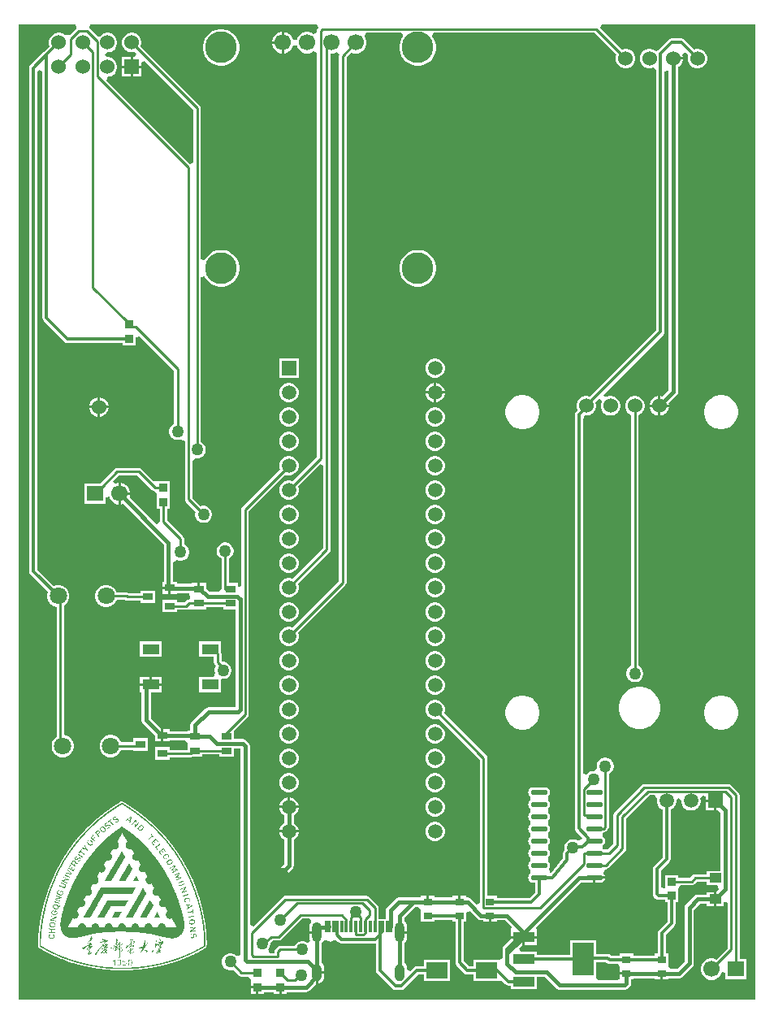
<source format=gtl>
G04*
G04 #@! TF.GenerationSoftware,Altium Limited,Altium Designer,24.6.1 (21)*
G04*
G04 Layer_Physical_Order=1*
G04 Layer_Color=255*
%FSLAX25Y25*%
%MOIN*%
G70*
G04*
G04 #@! TF.SameCoordinates,EDD53237-EAC9-4869-82B0-0CFB14AF029E*
G04*
G04*
G04 #@! TF.FilePolarity,Positive*
G04*
G01*
G75*
%ADD10C,0.01000*%
%ADD18R,0.07087X0.04331*%
%ADD19O,0.06870X0.02205*%
%ADD20R,0.03937X0.02953*%
%ADD21R,0.03937X0.03150*%
%ADD22R,0.08661X0.06693*%
%ADD23R,0.08661X0.13780*%
%ADD24R,0.08661X0.04331*%
%ADD25R,0.03543X0.03150*%
%ADD26R,0.04921X0.03937*%
%ADD53R,0.03402X0.03175*%
%ADD54R,0.01181X0.04528*%
%ADD55C,0.01800*%
%ADD56C,0.01300*%
%ADD57C,0.01200*%
%ADD58C,0.01700*%
%ADD59C,0.06000*%
%ADD60R,0.05906X0.05906*%
%ADD61C,0.05906*%
%ADD62O,0.03937X0.07087*%
%ADD63O,0.03937X0.08268*%
%ADD64R,0.06693X0.06200*%
%ADD65C,0.06693*%
%ADD66C,0.07087*%
%ADD67R,0.06000X0.06000*%
%ADD68C,0.05000*%
%ADD69C,0.12992*%
G36*
X402500Y100000D02*
X100000D01*
Y500000D01*
X123291D01*
X123746Y498500D01*
X123719Y498481D01*
X120968Y495731D01*
X120863Y495666D01*
X119277Y495585D01*
X118959Y495697D01*
X118956Y495701D01*
X118044Y496227D01*
X117027Y496500D01*
X115973D01*
X114956Y496227D01*
X114044Y495701D01*
X113299Y494956D01*
X112773Y494044D01*
X112500Y493026D01*
Y491973D01*
X112731Y491110D01*
X110310Y488689D01*
X104844Y483223D01*
X104480Y482678D01*
X104352Y482034D01*
Y307000D01*
Y275781D01*
X104480Y275137D01*
X104844Y274591D01*
X112119Y267317D01*
X112082Y267254D01*
X111773Y266098D01*
Y264902D01*
X112082Y263746D01*
X112680Y262710D01*
X113526Y261864D01*
X114562Y261266D01*
X115707Y260960D01*
Y207832D01*
X115368Y207635D01*
X114522Y206790D01*
X113924Y205754D01*
X113614Y204598D01*
Y203402D01*
X113924Y202246D01*
X114522Y201210D01*
X115368Y200364D01*
X116404Y199766D01*
X117559Y199457D01*
X118756D01*
X119911Y199766D01*
X120947Y200364D01*
X121793Y201210D01*
X122391Y202246D01*
X122701Y203402D01*
Y204598D01*
X122391Y205754D01*
X121793Y206790D01*
X120947Y207635D01*
X119911Y208234D01*
X118766Y208541D01*
Y261668D01*
X119105Y261864D01*
X119951Y262710D01*
X120549Y263746D01*
X120859Y264902D01*
Y266098D01*
X120549Y267254D01*
X119951Y268290D01*
X119105Y269135D01*
X118070Y269734D01*
X116914Y270043D01*
X115718D01*
X114562Y269734D01*
X114497Y269696D01*
X107716Y276477D01*
Y307000D01*
Y480808D01*
X108318Y481269D01*
X109818Y480529D01*
Y379500D01*
X109946Y378856D01*
X110310Y378310D01*
X118776Y369844D01*
X119322Y369480D01*
X119966Y369352D01*
X142799D01*
Y368446D01*
X148201D01*
Y371515D01*
X149701Y372136D01*
X163771Y358067D01*
Y336158D01*
X163151Y335801D01*
X162499Y335149D01*
X162039Y334351D01*
X161800Y333461D01*
Y332539D01*
X162039Y331649D01*
X162499Y330851D01*
X163151Y330199D01*
X163949Y329738D01*
X164839Y329500D01*
X165761D01*
X166651Y329738D01*
X166793Y329821D01*
X168293Y329023D01*
Y305177D01*
X168410Y304592D01*
X168741Y304096D01*
X172685Y300152D01*
X172500Y299461D01*
Y298539D01*
X172739Y297649D01*
X173199Y296851D01*
X173851Y296199D01*
X174649Y295739D01*
X175539Y295500D01*
X176461D01*
X177351Y295739D01*
X178149Y296199D01*
X178801Y296851D01*
X179262Y297649D01*
X179500Y298539D01*
Y299461D01*
X179262Y300351D01*
X178801Y301149D01*
X178149Y301801D01*
X177351Y302261D01*
X176461Y302500D01*
X175539D01*
X174848Y302315D01*
X171352Y305811D01*
Y321127D01*
X172852Y322123D01*
X172939Y322100D01*
X173861D01*
X174751Y322339D01*
X175549Y322799D01*
X176201Y323451D01*
X176662Y324249D01*
X176900Y325139D01*
Y326061D01*
X176662Y326951D01*
X176201Y327749D01*
X175549Y328401D01*
X174929Y328759D01*
Y396308D01*
X176429Y396607D01*
X176503Y396430D01*
X177323Y395202D01*
X178367Y394158D01*
X179595Y393337D01*
X180959Y392772D01*
X182407Y392484D01*
X183884D01*
X185332Y392772D01*
X186696Y393337D01*
X187924Y394158D01*
X188968Y395202D01*
X189788Y396430D01*
X190354Y397794D01*
X190642Y399242D01*
Y400719D01*
X190354Y402167D01*
X189788Y403531D01*
X188968Y404759D01*
X187924Y405803D01*
X186696Y406623D01*
X185332Y407188D01*
X183884Y407477D01*
X182407D01*
X180959Y407188D01*
X179595Y406623D01*
X178367Y405803D01*
X177323Y404759D01*
X176503Y403531D01*
X176429Y403354D01*
X174929Y403653D01*
Y465600D01*
X174813Y466185D01*
X174481Y466681D01*
X150220Y490943D01*
X150227Y490956D01*
X150500Y491973D01*
Y493026D01*
X150227Y494044D01*
X149701Y494956D01*
X148956Y495701D01*
X148044Y496227D01*
X147027Y496500D01*
X145974D01*
X144956Y496227D01*
X144044Y495701D01*
X143299Y494956D01*
X142773Y494044D01*
X142500Y493026D01*
Y491973D01*
X142773Y490956D01*
X143299Y490044D01*
X144044Y489299D01*
X144956Y488772D01*
X145974Y488500D01*
X147027D01*
X147817Y488712D01*
X148444Y488065D01*
X148512Y487944D01*
X147772Y486500D01*
X147000D01*
Y483000D01*
X150500D01*
Y484377D01*
X151886Y484951D01*
X171871Y464966D01*
Y443414D01*
X170371Y442792D01*
X136163Y477000D01*
X136784Y478500D01*
X137027D01*
X138044Y478773D01*
X138956Y479299D01*
X139701Y480044D01*
X140227Y480956D01*
X140500Y481973D01*
Y483027D01*
X140227Y484044D01*
X139701Y484956D01*
X138956Y485701D01*
X138044Y486227D01*
X137027Y486500D01*
X135974D01*
X135308Y487500D01*
X135336Y487541D01*
X136542Y488500D01*
X137027D01*
X138044Y488772D01*
X138956Y489299D01*
X139701Y490044D01*
X140227Y490956D01*
X140500Y491973D01*
Y493026D01*
X140227Y494044D01*
X139701Y494956D01*
X138956Y495701D01*
X138044Y496227D01*
X137027Y496500D01*
X135974D01*
X134956Y496227D01*
X134044Y495701D01*
X133299Y494956D01*
X132688Y494875D01*
X129081Y498481D01*
X129054Y498500D01*
X129509Y500000D01*
X222416D01*
X223037Y498500D01*
X222919Y498381D01*
X222587Y497885D01*
X222471Y497300D01*
Y496798D01*
X221720Y496325D01*
X220971Y496093D01*
X220178Y496550D01*
X219072Y496846D01*
X217928D01*
X216822Y496550D01*
X215831Y495978D01*
X215022Y495169D01*
X214450Y494178D01*
X214277Y493531D01*
X212723D01*
X212550Y494178D01*
X211978Y495169D01*
X211169Y495978D01*
X210178Y496550D01*
X209072Y496846D01*
X209000D01*
Y492500D01*
Y488154D01*
X209072D01*
X210178Y488450D01*
X211169Y489022D01*
X211978Y489831D01*
X212550Y490822D01*
X212723Y491469D01*
X214277D01*
X214450Y490822D01*
X215022Y489831D01*
X215831Y489022D01*
X216822Y488450D01*
X217928Y488154D01*
X219072D01*
X220178Y488450D01*
X220971Y488907D01*
X221720Y488675D01*
X222471Y488202D01*
Y322634D01*
X212522Y312684D01*
X211520Y312953D01*
X210480D01*
X209474Y312683D01*
X208573Y312163D01*
X207837Y311427D01*
X207317Y310526D01*
X207047Y309520D01*
Y308480D01*
X207317Y307474D01*
X207837Y306573D01*
X208573Y305837D01*
X209474Y305317D01*
X210480Y305047D01*
X211520D01*
X212526Y305317D01*
X213427Y305837D01*
X214163Y306573D01*
X214683Y307474D01*
X214953Y308480D01*
Y309520D01*
X214685Y310522D01*
X223685Y319522D01*
X225071Y318948D01*
Y285233D01*
X212522Y272685D01*
X211520Y272953D01*
X210480D01*
X209474Y272683D01*
X208573Y272163D01*
X207837Y271427D01*
X207317Y270526D01*
X207047Y269520D01*
Y268480D01*
X207317Y267474D01*
X207837Y266573D01*
X208573Y265837D01*
X209474Y265317D01*
X210480Y265047D01*
X211520D01*
X212526Y265317D01*
X213427Y265837D01*
X214163Y266573D01*
X214683Y267474D01*
X214953Y268480D01*
Y269520D01*
X214685Y270522D01*
X227681Y283519D01*
X228013Y284015D01*
X228129Y284600D01*
Y488154D01*
X229072D01*
X230178Y488450D01*
X230529Y488653D01*
X231404Y487922D01*
X231665Y487577D01*
X231571Y487100D01*
Y271733D01*
X212522Y252684D01*
X211520Y252953D01*
X210480D01*
X209474Y252683D01*
X208573Y252163D01*
X207837Y251427D01*
X207317Y250526D01*
X207047Y249520D01*
Y248480D01*
X207317Y247474D01*
X207837Y246573D01*
X208573Y245837D01*
X209474Y245317D01*
X210480Y245047D01*
X211520D01*
X212526Y245317D01*
X213427Y245837D01*
X214163Y246573D01*
X214683Y247474D01*
X214953Y248480D01*
Y249520D01*
X214685Y250522D01*
X234181Y270019D01*
X234513Y270515D01*
X234629Y271100D01*
Y486467D01*
X236689Y488526D01*
X236822Y488450D01*
X237928Y488154D01*
X239072D01*
X240178Y488450D01*
X241169Y489022D01*
X241978Y489831D01*
X242550Y490822D01*
X242846Y491928D01*
Y493072D01*
X242550Y494178D01*
X242035Y495071D01*
X242146Y495497D01*
X242698Y496571D01*
X257171D01*
X257621Y495912D01*
X257872Y495071D01*
X257211Y494082D01*
X256646Y492718D01*
X256358Y491270D01*
Y489793D01*
X256646Y488345D01*
X257211Y486981D01*
X258032Y485753D01*
X259076Y484709D01*
X260304Y483888D01*
X261668Y483323D01*
X263116Y483035D01*
X264593D01*
X266041Y483323D01*
X267405Y483888D01*
X268633Y484709D01*
X269677Y485753D01*
X270497Y486981D01*
X271062Y488345D01*
X271351Y489793D01*
Y491270D01*
X271062Y492718D01*
X270497Y494082D01*
X269837Y495071D01*
X270088Y495912D01*
X270538Y496571D01*
X336424D01*
X345438Y487557D01*
X345430Y487544D01*
X345157Y486527D01*
Y485473D01*
X345430Y484456D01*
X345957Y483544D01*
X346701Y482799D01*
X347614Y482273D01*
X348631Y482000D01*
X349684D01*
X350701Y482273D01*
X351613Y482799D01*
X352358Y483544D01*
X352885Y484456D01*
X353157Y485473D01*
Y486527D01*
X352885Y487544D01*
X352358Y488456D01*
X351613Y489201D01*
X350701Y489727D01*
X349684Y490000D01*
X348631D01*
X347614Y489727D01*
X347600Y489720D01*
X338820Y498500D01*
X339442Y500000D01*
X402500D01*
Y100000D01*
D02*
G37*
%LPC*%
G36*
X208000Y496846D02*
X207928D01*
X206822Y496550D01*
X205831Y495978D01*
X205022Y495169D01*
X204450Y494178D01*
X204153Y493072D01*
Y493000D01*
X208000D01*
Y496846D01*
D02*
G37*
G36*
X372185Y494182D02*
X368000D01*
X367356Y494054D01*
X366810Y493690D01*
X362310Y489190D01*
X361543Y489114D01*
X361456Y489201D01*
X360544Y489727D01*
X359527Y490000D01*
X358473D01*
X357456Y489727D01*
X356544Y489201D01*
X355799Y488456D01*
X355273Y487544D01*
X355000Y486527D01*
Y485473D01*
X355273Y484456D01*
X355799Y483544D01*
X356544Y482799D01*
X357456Y482273D01*
X358473Y482000D01*
X359527D01*
X360318Y482212D01*
X361085Y481850D01*
X361818Y481276D01*
Y374697D01*
X334390Y347269D01*
X333527Y347500D01*
X332474D01*
X331456Y347227D01*
X330544Y346701D01*
X329800Y345956D01*
X329273Y345044D01*
X329000Y344026D01*
Y342973D01*
X329273Y341956D01*
X329397Y341741D01*
X328810Y341154D01*
X328446Y340609D01*
X328318Y339965D01*
Y170177D01*
X328446Y169533D01*
X328810Y168988D01*
X331328Y166470D01*
X330950Y165615D01*
X329298Y165249D01*
X328835Y165516D01*
X327945Y165755D01*
X327023D01*
X326133Y165516D01*
X325335Y165056D01*
X324683Y164404D01*
X324223Y163606D01*
X323984Y162716D01*
Y161794D01*
X324124Y161274D01*
X324055Y161205D01*
X323691Y160660D01*
X323562Y160016D01*
Y157899D01*
X318775Y152013D01*
X318243Y152151D01*
X318017Y152580D01*
X317766Y153824D01*
X318004Y154180D01*
X318167Y155000D01*
X318004Y155820D01*
X317539Y156516D01*
X317314Y156667D01*
X317275Y156778D01*
Y158222D01*
X317314Y158333D01*
X317539Y158484D01*
X318004Y159180D01*
X318167Y160000D01*
X318004Y160820D01*
X317539Y161516D01*
X317314Y161667D01*
X317275Y161778D01*
Y163222D01*
X317314Y163333D01*
X317539Y163484D01*
X318004Y164180D01*
X318167Y165000D01*
X318004Y165820D01*
X317539Y166516D01*
X317314Y166667D01*
X317275Y166778D01*
Y168222D01*
X317314Y168333D01*
X317539Y168484D01*
X318004Y169180D01*
X318167Y170000D01*
X318004Y170820D01*
X317539Y171516D01*
X317314Y171667D01*
X317275Y171778D01*
Y173222D01*
X317314Y173333D01*
X317539Y173484D01*
X318004Y174180D01*
X318167Y175000D01*
X318004Y175820D01*
X317539Y176516D01*
X317314Y176667D01*
X317275Y176778D01*
Y178222D01*
X317314Y178333D01*
X317539Y178484D01*
X318004Y179180D01*
X318167Y180000D01*
X318004Y180820D01*
X317539Y181516D01*
X317314Y181667D01*
X317275Y181778D01*
Y183222D01*
X317314Y183333D01*
X317539Y183484D01*
X318004Y184180D01*
X318167Y185000D01*
X318004Y185820D01*
X317539Y186516D01*
X316844Y186980D01*
X316024Y187144D01*
X311358D01*
X310538Y186980D01*
X309843Y186516D01*
X309378Y185820D01*
X309215Y185000D01*
X309378Y184180D01*
X309843Y183484D01*
X310068Y183333D01*
X310107Y183222D01*
Y181778D01*
X310068Y181667D01*
X309843Y181516D01*
X309378Y180820D01*
X309215Y180000D01*
X309378Y179180D01*
X309843Y178484D01*
X310068Y178333D01*
X310107Y178222D01*
Y176778D01*
X310068Y176667D01*
X309843Y176516D01*
X309378Y175820D01*
X309215Y175000D01*
X309378Y174180D01*
X309843Y173484D01*
X310068Y173333D01*
X310107Y173222D01*
Y171778D01*
X310068Y171667D01*
X309843Y171516D01*
X309378Y170820D01*
X309215Y170000D01*
X309378Y169180D01*
X309843Y168484D01*
X310068Y168333D01*
X310107Y168222D01*
Y166778D01*
X310068Y166667D01*
X309843Y166516D01*
X309378Y165820D01*
X309215Y165000D01*
X309378Y164180D01*
X309843Y163484D01*
X310068Y163333D01*
X310107Y163222D01*
Y161778D01*
X310068Y161667D01*
X309843Y161516D01*
X309378Y160820D01*
X309215Y160000D01*
X309378Y159180D01*
X309843Y158484D01*
X310068Y158333D01*
X310107Y158222D01*
Y156778D01*
X310068Y156667D01*
X309843Y156516D01*
X309378Y155820D01*
X309215Y155000D01*
X309378Y154180D01*
X309843Y153484D01*
X310068Y153333D01*
X310107Y153222D01*
Y151778D01*
X310068Y151667D01*
X309843Y151516D01*
X309378Y150820D01*
X309215Y150000D01*
X309378Y149180D01*
X309843Y148484D01*
X310538Y148020D01*
X311358Y147856D01*
X312009D01*
Y143988D01*
X309703Y141682D01*
X296272D01*
Y142575D01*
X292429D01*
Y199100D01*
X292313Y199685D01*
X291981Y200181D01*
X274685Y217478D01*
X274953Y218480D01*
Y219520D01*
X274683Y220526D01*
X274163Y221427D01*
X273427Y222163D01*
X272526Y222683D01*
X271520Y222953D01*
X270480D01*
X269474Y222683D01*
X268573Y222163D01*
X267837Y221427D01*
X267317Y220526D01*
X267047Y219520D01*
Y218480D01*
X267317Y217474D01*
X267837Y216573D01*
X268573Y215837D01*
X269474Y215317D01*
X270480Y215047D01*
X271520D01*
X272522Y215316D01*
X289371Y198467D01*
Y139729D01*
X287985Y139155D01*
X285770Y141370D01*
X285141Y141790D01*
X284400Y141937D01*
X283772D01*
Y142575D01*
X281500D01*
Y140000D01*
X280500D01*
Y142575D01*
X278228D01*
Y141937D01*
X270772D01*
Y142575D01*
X268500D01*
Y140000D01*
X267500D01*
Y142575D01*
X265228D01*
Y141937D01*
X256000D01*
X255259Y141790D01*
X254630Y141370D01*
X251319Y138059D01*
X250899Y137430D01*
X250752Y136689D01*
Y133105D01*
X247919D01*
Y137600D01*
X247803Y138185D01*
X247471Y138681D01*
X244071Y142081D01*
X243575Y142413D01*
X242990Y142529D01*
X209500D01*
X208915Y142413D01*
X208419Y142081D01*
X196322Y129985D01*
X194936Y130559D01*
Y203946D01*
X194789Y204687D01*
X194369Y205315D01*
X193315Y206370D01*
X192686Y206790D01*
X191945Y206937D01*
X188468D01*
Y210266D01*
X194081Y215879D01*
X194413Y216375D01*
X194529Y216961D01*
Y300366D01*
X209478Y315316D01*
X210480Y315047D01*
X211520D01*
X212526Y315317D01*
X213427Y315837D01*
X214163Y316573D01*
X214683Y317474D01*
X214953Y318480D01*
Y319520D01*
X214683Y320526D01*
X214163Y321427D01*
X213427Y322163D01*
X212526Y322683D01*
X211520Y322953D01*
X210480D01*
X209474Y322683D01*
X208573Y322163D01*
X207837Y321427D01*
X207317Y320526D01*
X207047Y319520D01*
Y318480D01*
X207315Y317478D01*
X191919Y302081D01*
X191587Y301585D01*
X191471Y301000D01*
Y269841D01*
X191434Y269765D01*
X189971Y269015D01*
X189969Y269016D01*
Y270929D01*
X186329D01*
Y280841D01*
X186949Y281199D01*
X187601Y281851D01*
X188061Y282649D01*
X188300Y283539D01*
Y284461D01*
X188061Y285351D01*
X187601Y286149D01*
X186949Y286801D01*
X186151Y287262D01*
X185261Y287500D01*
X184339D01*
X183449Y287262D01*
X182651Y286801D01*
X181999Y286149D01*
X181538Y285351D01*
X181300Y284461D01*
Y283539D01*
X181538Y282649D01*
X181999Y281851D01*
X182651Y281199D01*
X183271Y280841D01*
Y268453D01*
X182143Y267291D01*
X182093Y267268D01*
X178417D01*
X176969Y268716D01*
Y270929D01*
X174500D01*
Y268453D01*
X173500D01*
Y270929D01*
X171031D01*
Y270619D01*
X164996D01*
Y271486D01*
X163537D01*
Y279483D01*
X165037Y280303D01*
X165149Y280239D01*
X166039Y280000D01*
X166961D01*
X167851Y280239D01*
X168649Y280699D01*
X169301Y281351D01*
X169762Y282149D01*
X170000Y283039D01*
Y283961D01*
X169762Y284851D01*
X169301Y285649D01*
X168649Y286301D01*
X168029Y286659D01*
Y289014D01*
X167913Y289600D01*
X167581Y290096D01*
X161029Y296648D01*
Y301447D01*
X162201D01*
Y305878D01*
X162201Y307000D01*
X162201Y308122D01*
Y312554D01*
X156799D01*
Y312554D01*
X155390Y312773D01*
X150496Y317667D01*
X149999Y317999D01*
X149414Y318115D01*
X148586D01*
X148154Y318029D01*
X140500D01*
X139915Y317913D01*
X139419Y317581D01*
X133437Y311600D01*
X127154D01*
Y303400D01*
X135846D01*
Y306010D01*
X137346Y306208D01*
X137450Y305822D01*
X138022Y304831D01*
X138831Y304022D01*
X139822Y303450D01*
X140928Y303153D01*
X141000D01*
Y307500D01*
Y311846D01*
X140928D01*
X139822Y311550D01*
X138930Y312767D01*
X141133Y314971D01*
X148500D01*
X148806Y315031D01*
X154919Y308919D01*
X155415Y308587D01*
X156000Y308471D01*
X156799Y307379D01*
X156799Y305878D01*
Y301447D01*
X157971D01*
Y296014D01*
X158001Y295860D01*
X156641Y295098D01*
X145628Y306112D01*
X145846Y306928D01*
Y307000D01*
X142000D01*
Y303153D01*
X142072D01*
X142888Y303372D01*
X159663Y286598D01*
Y271486D01*
X159059D01*
Y269411D01*
X162028D01*
Y268911D01*
X162528D01*
Y266337D01*
X164996D01*
Y266745D01*
X169850D01*
X170069Y266602D01*
X170424Y264680D01*
X170113Y264219D01*
X169931Y264060D01*
X169431Y263960D01*
X168935Y263629D01*
X168266Y262960D01*
X164996D01*
Y264006D01*
X159059D01*
Y258856D01*
X164996D01*
Y259902D01*
X168900D01*
X169485Y260018D01*
X169539Y260054D01*
X171031Y260071D01*
Y260071D01*
X176969D01*
Y261018D01*
X184031D01*
Y260071D01*
X189063D01*
Y219937D01*
X178000D01*
X177259Y219790D01*
X176630Y219370D01*
X171130Y213870D01*
X170710Y213241D01*
X170563Y212500D01*
Y210429D01*
X169532D01*
Y210119D01*
X161996D01*
Y210986D01*
X159528D01*
Y208411D01*
Y205837D01*
X161996D01*
Y206245D01*
X168350D01*
X169532Y205476D01*
Y204524D01*
X169532D01*
Y202460D01*
X161996D01*
Y203506D01*
X156059D01*
Y198356D01*
X161996D01*
Y199402D01*
X170891D01*
X171477Y199518D01*
X171556Y199571D01*
X175469D01*
Y200518D01*
X182531D01*
Y199571D01*
X188468D01*
Y203063D01*
X191062D01*
Y118428D01*
X190546Y118109D01*
X189562Y117888D01*
X189149Y118301D01*
X188351Y118762D01*
X187461Y119000D01*
X186539D01*
X185649Y118762D01*
X184851Y118301D01*
X184199Y117649D01*
X183739Y116851D01*
X183500Y115961D01*
Y115039D01*
X183739Y114149D01*
X184199Y113351D01*
X184851Y112699D01*
X185649Y112239D01*
X186539Y112000D01*
X187461D01*
X188152Y112185D01*
X190419Y109919D01*
X190915Y109587D01*
X191500Y109471D01*
X194237D01*
X195299Y108412D01*
Y107656D01*
X195299D01*
Y105568D01*
X198000D01*
Y105068D01*
X198500D01*
Y102480D01*
X200701D01*
Y103131D01*
X204799D01*
Y102480D01*
X207000D01*
Y105068D01*
X208000D01*
Y102480D01*
X210201D01*
Y103131D01*
X217976D01*
X218717Y103278D01*
X219346Y103698D01*
X221992Y106345D01*
Y111159D01*
X222492D01*
Y111659D01*
X225486D01*
Y112734D01*
X225384Y113509D01*
X225085Y114231D01*
X224609Y114851D01*
X224429Y114989D01*
Y123195D01*
X224609Y123334D01*
X225085Y123954D01*
X225154Y124121D01*
X225728Y124348D01*
X226669Y124396D01*
X226806Y124366D01*
X227027Y124149D01*
X227126Y124109D01*
X227202Y124034D01*
X227667Y123845D01*
X227773Y123845D01*
X227871Y123804D01*
X228374Y123804D01*
X228472Y123845D01*
X228578Y123845D01*
X229044Y124035D01*
X229119Y124109D01*
X229218Y124149D01*
X229576Y124501D01*
X230902Y123860D01*
X231152Y123610D01*
X231152Y123610D01*
X231698Y123246D01*
X232342Y123118D01*
X246458D01*
X246718Y122905D01*
Y112100D01*
X246846Y111456D01*
X247210Y110910D01*
X253710Y104410D01*
X254256Y104046D01*
X254900Y103918D01*
X254900Y103918D01*
X257100D01*
X257744Y104046D01*
X258290Y104410D01*
X264197Y110318D01*
X266569D01*
Y107653D01*
X277231D01*
Y116347D01*
X266569D01*
Y113682D01*
X263500D01*
X263500Y113682D01*
X262856Y113554D01*
X262310Y113190D01*
X262310Y113190D01*
X260888Y111767D01*
X259502Y112341D01*
Y112734D01*
X259400Y113509D01*
X259101Y114231D01*
X258625Y114851D01*
X258445Y114989D01*
Y123195D01*
X258625Y123334D01*
X259101Y123954D01*
X259400Y124676D01*
X259502Y125451D01*
Y127116D01*
X256508D01*
Y128116D01*
X259502D01*
Y129781D01*
X259400Y130556D01*
X259101Y131278D01*
X258625Y131898D01*
X258445Y132037D01*
Y133598D01*
X262910Y138063D01*
X264142D01*
X265228Y137063D01*
Y131913D01*
X270772D01*
Y132806D01*
X278228D01*
Y131913D01*
X279318D01*
Y115200D01*
X279446Y114556D01*
X279810Y114010D01*
X283010Y110810D01*
X283010Y110810D01*
X283556Y110446D01*
X284200Y110318D01*
X286769D01*
Y107653D01*
X297431D01*
Y107653D01*
X298125Y107941D01*
X299810Y106255D01*
X299810Y106255D01*
X300356Y105891D01*
X301000Y105763D01*
X301969D01*
Y104280D01*
X312631D01*
Y109263D01*
X315998D01*
X320630Y104630D01*
X321259Y104210D01*
X322000Y104063D01*
X348914D01*
X349656Y104210D01*
X350284Y104630D01*
X350870Y105216D01*
X351290Y105844D01*
X351437Y106586D01*
Y108169D01*
X352272D01*
Y108807D01*
X361228D01*
Y108169D01*
X363500D01*
Y110744D01*
X364500D01*
Y108169D01*
X366772D01*
Y108807D01*
X371200D01*
X371941Y108954D01*
X372570Y109374D01*
X376670Y113474D01*
X377090Y114103D01*
X377237Y114844D01*
Y136798D01*
X379671Y139232D01*
X382539D01*
Y138200D01*
X385500D01*
Y141169D01*
Y144138D01*
X382539D01*
Y143106D01*
X378869D01*
X378128Y142959D01*
X377499Y142539D01*
X373930Y138970D01*
X373510Y138341D01*
X373363Y137600D01*
Y115646D01*
X370398Y112681D01*
X367858D01*
X366772Y113681D01*
Y118831D01*
X365682D01*
Y126603D01*
X369190Y130110D01*
X369190Y130110D01*
X369554Y130656D01*
X369682Y131300D01*
Y139946D01*
X370701D01*
Y145122D01*
X370701D01*
Y145437D01*
X371762Y146937D01*
X376300D01*
X376885Y147053D01*
X377381Y147385D01*
X378298Y148302D01*
X382539D01*
Y146862D01*
X386832D01*
X387454Y145362D01*
X386500Y144409D01*
Y141169D01*
Y138200D01*
X389461D01*
Y140442D01*
X389471Y140449D01*
X390971Y139647D01*
Y121133D01*
X386311Y116473D01*
X386178Y116550D01*
X385072Y116847D01*
X383928D01*
X382822Y116550D01*
X381831Y115978D01*
X381022Y115169D01*
X380450Y114178D01*
X380153Y113072D01*
Y111928D01*
X380450Y110822D01*
X381022Y109831D01*
X381831Y109022D01*
X382822Y108450D01*
X383928Y108153D01*
X385072D01*
X386178Y108450D01*
X387169Y109022D01*
X387978Y109831D01*
X388550Y110822D01*
X388653Y111208D01*
X390154Y111010D01*
Y108400D01*
X398847D01*
Y116600D01*
X396029D01*
Y183906D01*
X395913Y184491D01*
X395581Y184987D01*
X392534Y188034D01*
X392038Y188366D01*
X391453Y188482D01*
X356853D01*
X356267Y188366D01*
X355771Y188034D01*
X344619Y176881D01*
X344287Y176385D01*
X344171Y175800D01*
Y163833D01*
X341866Y161529D01*
X340137D01*
X339932Y161667D01*
X339893Y161778D01*
Y163222D01*
X339932Y163333D01*
X340157Y163484D01*
X340622Y164180D01*
X340785Y165000D01*
X340622Y165820D01*
X340157Y166516D01*
X339932Y166667D01*
X339893Y166778D01*
Y168222D01*
X339932Y168333D01*
X340157Y168484D01*
X340171Y168505D01*
X340585Y168587D01*
X341081Y168919D01*
X341881Y169719D01*
X342213Y170215D01*
X342329Y170800D01*
Y192542D01*
X342949Y192899D01*
X343601Y193551D01*
X344061Y194349D01*
X344300Y195239D01*
Y196161D01*
X344061Y197051D01*
X343601Y197849D01*
X342949Y198501D01*
X342151Y198961D01*
X341261Y199200D01*
X340339D01*
X339449Y198961D01*
X338651Y198501D01*
X337999Y197849D01*
X337539Y197051D01*
X337300Y196161D01*
Y195239D01*
X337332Y195120D01*
X336880Y194434D01*
X336213Y193800D01*
X336213Y193800D01*
X335539D01*
X334649Y193561D01*
X333851Y193101D01*
X333199Y192449D01*
X333182Y192420D01*
X331682Y192822D01*
Y338159D01*
X332474Y339500D01*
X333527D01*
X334544Y339773D01*
X335456Y340299D01*
X336201Y341044D01*
X336728Y341956D01*
X337000Y342973D01*
Y344026D01*
X336769Y344890D01*
X338385Y346506D01*
X339585Y345585D01*
X339273Y345044D01*
X339000Y344026D01*
Y342973D01*
X339273Y341956D01*
X339799Y341044D01*
X340544Y340299D01*
X341456Y339773D01*
X342474Y339500D01*
X343527D01*
X344544Y339773D01*
X345456Y340299D01*
X346201Y341044D01*
X346728Y341956D01*
X347000Y342973D01*
Y344026D01*
X346728Y345044D01*
X346201Y345956D01*
X345456Y346701D01*
X344544Y347227D01*
X343527Y347500D01*
X342474D01*
X341456Y347227D01*
X340916Y346915D01*
X339995Y348115D01*
X364690Y372810D01*
X364690Y372810D01*
X365054Y373356D01*
X365182Y374000D01*
Y480551D01*
X365354Y480767D01*
X366682Y481331D01*
X366905Y481115D01*
Y350145D01*
X364105Y347345D01*
X363527Y347500D01*
X363500D01*
Y344000D01*
X367000D01*
Y344026D01*
X366845Y344606D01*
X370212Y347973D01*
X370632Y348601D01*
X370780Y349343D01*
Y482500D01*
X371299Y482799D01*
X372043Y483544D01*
X372570Y484456D01*
X372843Y485473D01*
Y485500D01*
X368843D01*
Y486500D01*
X372843D01*
Y486527D01*
X372570Y487544D01*
X372474Y487711D01*
X373674Y488632D01*
X374916Y487390D01*
X374685Y486527D01*
Y485473D01*
X374958Y484456D01*
X375484Y483544D01*
X376229Y482799D01*
X377141Y482273D01*
X378158Y482000D01*
X379212D01*
X380229Y482273D01*
X381141Y482799D01*
X381886Y483544D01*
X382412Y484456D01*
X382685Y485473D01*
Y486527D01*
X382412Y487544D01*
X381886Y488456D01*
X381141Y489201D01*
X380229Y489727D01*
X379212Y490000D01*
X378158D01*
X377295Y489769D01*
X373375Y493690D01*
X372829Y494054D01*
X372185Y494182D01*
D02*
G37*
G36*
X208000Y492000D02*
X204153D01*
Y491928D01*
X204450Y490822D01*
X205022Y489831D01*
X205831Y489022D01*
X206822Y488450D01*
X207928Y488154D01*
X208000D01*
Y492000D01*
D02*
G37*
G36*
X183884Y498028D02*
X182407D01*
X180959Y497739D01*
X179595Y497174D01*
X178367Y496354D01*
X177323Y495310D01*
X176503Y494082D01*
X175938Y492718D01*
X175649Y491270D01*
Y489793D01*
X175938Y488345D01*
X176503Y486981D01*
X177323Y485753D01*
X178367Y484709D01*
X179595Y483888D01*
X180959Y483323D01*
X182407Y483035D01*
X183884D01*
X185332Y483323D01*
X186696Y483888D01*
X187924Y484709D01*
X188968Y485753D01*
X189788Y486981D01*
X190354Y488345D01*
X190642Y489793D01*
Y491270D01*
X190354Y492718D01*
X189788Y494082D01*
X188968Y495310D01*
X187924Y496354D01*
X186696Y497174D01*
X185332Y497739D01*
X183884Y498028D01*
D02*
G37*
G36*
X146000Y486500D02*
X142500D01*
Y483000D01*
X146000D01*
Y486500D01*
D02*
G37*
G36*
X150500Y482000D02*
X147000D01*
Y478500D01*
X150500D01*
Y482000D01*
D02*
G37*
G36*
X146000D02*
X142500D01*
Y478500D01*
X146000D01*
Y482000D01*
D02*
G37*
G36*
X264593Y407477D02*
X263116D01*
X261668Y407188D01*
X260304Y406623D01*
X259076Y405803D01*
X258032Y404759D01*
X257211Y403531D01*
X256646Y402167D01*
X256358Y400719D01*
Y399242D01*
X256646Y397794D01*
X257211Y396430D01*
X258032Y395202D01*
X259076Y394158D01*
X260304Y393337D01*
X261668Y392772D01*
X263116Y392484D01*
X264593D01*
X266041Y392772D01*
X267405Y393337D01*
X268633Y394158D01*
X269677Y395202D01*
X270497Y396430D01*
X271062Y397794D01*
X271351Y399242D01*
Y400719D01*
X271062Y402167D01*
X270497Y403531D01*
X269677Y404759D01*
X268633Y405803D01*
X267405Y406623D01*
X266041Y407188D01*
X264593Y407477D01*
D02*
G37*
G36*
X271520Y362953D02*
X270480D01*
X269474Y362683D01*
X268573Y362163D01*
X267837Y361427D01*
X267317Y360526D01*
X267047Y359520D01*
Y358480D01*
X267317Y357474D01*
X267837Y356573D01*
X268573Y355837D01*
X269474Y355317D01*
X270480Y355047D01*
X271520D01*
X272526Y355317D01*
X273427Y355837D01*
X274163Y356573D01*
X274683Y357474D01*
X274953Y358480D01*
Y359520D01*
X274683Y360526D01*
X274163Y361427D01*
X273427Y362163D01*
X272526Y362683D01*
X271520Y362953D01*
D02*
G37*
G36*
X214953D02*
X207047D01*
Y355047D01*
X214953D01*
Y362953D01*
D02*
G37*
G36*
X271520Y352953D02*
X271500D01*
Y349500D01*
X274953D01*
Y349520D01*
X274683Y350526D01*
X274163Y351427D01*
X273427Y352163D01*
X272526Y352683D01*
X271520Y352953D01*
D02*
G37*
G36*
X270500D02*
X270480D01*
X269474Y352683D01*
X268573Y352163D01*
X267837Y351427D01*
X267317Y350526D01*
X267047Y349520D01*
Y349500D01*
X270500D01*
Y352953D01*
D02*
G37*
G36*
X388354Y347978D02*
X388352Y347977D01*
X388350Y347978D01*
X387713Y347973D01*
X387663Y347951D01*
X387608Y347961D01*
X386362Y347704D01*
X386317Y347673D01*
X386262Y347672D01*
X385089Y347178D01*
X385051Y347138D01*
X384997Y347127D01*
X383943Y346415D01*
X383912Y346369D01*
X383861Y346347D01*
X382965Y345444D01*
X382945Y345392D01*
X382899Y345362D01*
X382195Y344301D01*
X382185Y344247D01*
X382146Y344208D01*
X381662Y343032D01*
X381662Y342976D01*
X381631Y342931D01*
X381384Y341682D01*
X381395Y341628D01*
X381374Y341577D01*
Y340305D01*
X381395Y340254D01*
X381384Y340200D01*
X381631Y338952D01*
X381662Y338906D01*
X381662Y338851D01*
X382146Y337674D01*
X382185Y337635D01*
X382195Y337581D01*
X382899Y336521D01*
X382945Y336490D01*
X382965Y336439D01*
X383861Y335535D01*
X383912Y335514D01*
X383943Y335468D01*
X384997Y334755D01*
X385051Y334744D01*
X385089Y334705D01*
X386262Y334210D01*
X386317Y334210D01*
X386362Y334179D01*
X387609Y333921D01*
X387663Y333931D01*
X387713Y333910D01*
X388350Y333904D01*
X388354Y333906D01*
X388359Y333904D01*
X388995Y333910D01*
X389046Y333931D01*
X389100Y333921D01*
X390346Y334179D01*
X390392Y334210D01*
X390447Y334210D01*
X391619Y334705D01*
X391658Y334744D01*
X391712Y334755D01*
X392766Y335468D01*
X392796Y335514D01*
X392847Y335535D01*
X393743Y336439D01*
X393764Y336490D01*
X393810Y336521D01*
X394513Y337581D01*
X394524Y337635D01*
X394563Y337674D01*
X395047Y338851D01*
X395047Y338906D01*
X395077Y338952D01*
X395324Y340200D01*
X395314Y340254D01*
X395335Y340305D01*
Y341577D01*
X395314Y341628D01*
X395324Y341682D01*
X395077Y342931D01*
X395047Y342976D01*
X395047Y343032D01*
X394563Y344208D01*
X394524Y344247D01*
X394513Y344301D01*
X393810Y345362D01*
X393764Y345392D01*
X393743Y345444D01*
X392847Y346347D01*
X392796Y346369D01*
X392766Y346415D01*
X391712Y347127D01*
X391658Y347138D01*
X391619Y347178D01*
X390447Y347672D01*
X390392Y347673D01*
X390346Y347704D01*
X389100Y347961D01*
X389046Y347951D01*
X388995Y347973D01*
X388359Y347978D01*
X388357Y347977D01*
X388354Y347978D01*
D02*
G37*
G36*
X306858D02*
X306856Y347977D01*
X306854Y347978D01*
X306217Y347973D01*
X306167Y347951D01*
X306112Y347961D01*
X304866Y347704D01*
X304821Y347673D01*
X304766Y347672D01*
X303593Y347178D01*
X303555Y347138D01*
X303501Y347127D01*
X302447Y346415D01*
X302416Y346369D01*
X302365Y346347D01*
X301469Y345444D01*
X301449Y345392D01*
X301403Y345362D01*
X300699Y344301D01*
X300689Y344247D01*
X300650Y344208D01*
X300166Y343032D01*
X300166Y342976D01*
X300135Y342931D01*
X299888Y341682D01*
X299899Y341628D01*
X299878Y341577D01*
Y340305D01*
X299899Y340254D01*
X299888Y340200D01*
X300135Y338952D01*
X300166Y338906D01*
X300166Y338851D01*
X300650Y337674D01*
X300689Y337635D01*
X300699Y337581D01*
X301403Y336521D01*
X301449Y336490D01*
X301469Y336439D01*
X302365Y335535D01*
X302416Y335514D01*
X302447Y335468D01*
X303501Y334755D01*
X303555Y334744D01*
X303593Y334705D01*
X304766Y334210D01*
X304821Y334210D01*
X304866Y334179D01*
X306113Y333921D01*
X306167Y333931D01*
X306217Y333910D01*
X306854Y333904D01*
X306858Y333906D01*
X306863Y333904D01*
X307499Y333910D01*
X307550Y333931D01*
X307604Y333921D01*
X308850Y334179D01*
X308896Y334210D01*
X308951Y334210D01*
X310123Y334705D01*
X310162Y334744D01*
X310216Y334755D01*
X311270Y335468D01*
X311300Y335514D01*
X311351Y335535D01*
X312247Y336439D01*
X312268Y336490D01*
X312314Y336521D01*
X313017Y337581D01*
X313028Y337635D01*
X313067Y337674D01*
X313551Y338851D01*
X313551Y338906D01*
X313581Y338952D01*
X313828Y340200D01*
X313818Y340254D01*
X313839Y340305D01*
Y341577D01*
X313818Y341628D01*
X313828Y341682D01*
X313581Y342931D01*
X313551Y342976D01*
X313551Y343032D01*
X313067Y344208D01*
X313028Y344247D01*
X313017Y344301D01*
X312314Y345362D01*
X312268Y345392D01*
X312247Y345444D01*
X311351Y346347D01*
X311300Y346369D01*
X311270Y346415D01*
X310216Y347127D01*
X310162Y347138D01*
X310123Y347178D01*
X308951Y347672D01*
X308896Y347673D01*
X308850Y347704D01*
X307604Y347961D01*
X307550Y347951D01*
X307499Y347973D01*
X306863Y347978D01*
X306861Y347977D01*
X306858Y347978D01*
D02*
G37*
G36*
X274953Y348500D02*
X271500D01*
Y345047D01*
X271520D01*
X272526Y345317D01*
X273427Y345837D01*
X274163Y346573D01*
X274683Y347474D01*
X274953Y348480D01*
Y348500D01*
D02*
G37*
G36*
X270500D02*
X267047D01*
Y348480D01*
X267317Y347474D01*
X267837Y346573D01*
X268573Y345837D01*
X269474Y345317D01*
X270480Y345047D01*
X270500D01*
Y348500D01*
D02*
G37*
G36*
X211520Y352953D02*
X210480D01*
X209474Y352683D01*
X208573Y352163D01*
X207837Y351427D01*
X207317Y350526D01*
X207047Y349520D01*
Y348480D01*
X207317Y347474D01*
X207837Y346573D01*
X208573Y345837D01*
X209474Y345317D01*
X210480Y345047D01*
X211520D01*
X212526Y345317D01*
X213427Y345837D01*
X214163Y346573D01*
X214683Y347474D01*
X214953Y348480D01*
Y349520D01*
X214683Y350526D01*
X214163Y351427D01*
X213427Y352163D01*
X212526Y352683D01*
X211520Y352953D01*
D02*
G37*
G36*
X362500Y347500D02*
X362474D01*
X361456Y347227D01*
X360544Y346701D01*
X359800Y345956D01*
X359273Y345044D01*
X359000Y344026D01*
Y344000D01*
X362500D01*
Y347500D01*
D02*
G37*
G36*
X133527Y347100D02*
X133500D01*
Y343600D01*
X137000D01*
Y343627D01*
X136727Y344644D01*
X136201Y345556D01*
X135456Y346301D01*
X134544Y346827D01*
X133527Y347100D01*
D02*
G37*
G36*
X132500D02*
X132473D01*
X131456Y346827D01*
X130544Y346301D01*
X129799Y345556D01*
X129273Y344644D01*
X129000Y343627D01*
Y343600D01*
X132500D01*
Y347100D01*
D02*
G37*
G36*
X367000Y343000D02*
X363500D01*
Y339500D01*
X363527D01*
X364544Y339773D01*
X365457Y340299D01*
X366201Y341044D01*
X366728Y341956D01*
X367000Y342973D01*
Y343000D01*
D02*
G37*
G36*
X362500D02*
X359000D01*
Y342973D01*
X359273Y341956D01*
X359800Y341044D01*
X360544Y340299D01*
X361456Y339773D01*
X362474Y339500D01*
X362500D01*
Y343000D01*
D02*
G37*
G36*
X137000Y342600D02*
X133500D01*
Y339100D01*
X133527D01*
X134544Y339373D01*
X135456Y339899D01*
X136201Y340644D01*
X136727Y341556D01*
X137000Y342573D01*
Y342600D01*
D02*
G37*
G36*
X132500D02*
X129000D01*
Y342573D01*
X129273Y341556D01*
X129799Y340644D01*
X130544Y339899D01*
X131456Y339373D01*
X132473Y339100D01*
X132500D01*
Y342600D01*
D02*
G37*
G36*
X271520Y342953D02*
X270480D01*
X269474Y342683D01*
X268573Y342163D01*
X267837Y341427D01*
X267317Y340526D01*
X267047Y339520D01*
Y338480D01*
X267317Y337474D01*
X267837Y336573D01*
X268573Y335837D01*
X269474Y335317D01*
X270480Y335047D01*
X271520D01*
X272526Y335317D01*
X273427Y335837D01*
X274163Y336573D01*
X274683Y337474D01*
X274953Y338480D01*
Y339520D01*
X274683Y340526D01*
X274163Y341427D01*
X273427Y342163D01*
X272526Y342683D01*
X271520Y342953D01*
D02*
G37*
G36*
X211520D02*
X210480D01*
X209474Y342683D01*
X208573Y342163D01*
X207837Y341427D01*
X207317Y340526D01*
X207047Y339520D01*
Y338480D01*
X207317Y337474D01*
X207837Y336573D01*
X208573Y335837D01*
X209474Y335317D01*
X210480Y335047D01*
X211520D01*
X212526Y335317D01*
X213427Y335837D01*
X214163Y336573D01*
X214683Y337474D01*
X214953Y338480D01*
Y339520D01*
X214683Y340526D01*
X214163Y341427D01*
X213427Y342163D01*
X212526Y342683D01*
X211520Y342953D01*
D02*
G37*
G36*
X271520Y332953D02*
X270480D01*
X269474Y332683D01*
X268573Y332163D01*
X267837Y331427D01*
X267317Y330526D01*
X267047Y329520D01*
Y328480D01*
X267317Y327474D01*
X267837Y326573D01*
X268573Y325837D01*
X269474Y325317D01*
X270480Y325047D01*
X271520D01*
X272526Y325317D01*
X273427Y325837D01*
X274163Y326573D01*
X274683Y327474D01*
X274953Y328480D01*
Y329520D01*
X274683Y330526D01*
X274163Y331427D01*
X273427Y332163D01*
X272526Y332683D01*
X271520Y332953D01*
D02*
G37*
G36*
X211520D02*
X210480D01*
X209474Y332683D01*
X208573Y332163D01*
X207837Y331427D01*
X207317Y330526D01*
X207047Y329520D01*
Y328480D01*
X207317Y327474D01*
X207837Y326573D01*
X208573Y325837D01*
X209474Y325317D01*
X210480Y325047D01*
X211520D01*
X212526Y325317D01*
X213427Y325837D01*
X214163Y326573D01*
X214683Y327474D01*
X214953Y328480D01*
Y329520D01*
X214683Y330526D01*
X214163Y331427D01*
X213427Y332163D01*
X212526Y332683D01*
X211520Y332953D01*
D02*
G37*
G36*
X271520Y322953D02*
X270480D01*
X269474Y322683D01*
X268573Y322163D01*
X267837Y321427D01*
X267317Y320526D01*
X267047Y319520D01*
Y318480D01*
X267317Y317474D01*
X267837Y316573D01*
X268573Y315837D01*
X269474Y315317D01*
X270480Y315047D01*
X271520D01*
X272526Y315317D01*
X273427Y315837D01*
X274163Y316573D01*
X274683Y317474D01*
X274953Y318480D01*
Y319520D01*
X274683Y320526D01*
X274163Y321427D01*
X273427Y322163D01*
X272526Y322683D01*
X271520Y322953D01*
D02*
G37*
G36*
X142072Y311846D02*
X142000D01*
Y308000D01*
X145846D01*
Y308072D01*
X145550Y309178D01*
X144978Y310169D01*
X144169Y310978D01*
X143178Y311550D01*
X142072Y311846D01*
D02*
G37*
G36*
X271520Y312953D02*
X270480D01*
X269474Y312683D01*
X268573Y312163D01*
X267837Y311427D01*
X267317Y310526D01*
X267047Y309520D01*
Y308480D01*
X267317Y307474D01*
X267837Y306573D01*
X268573Y305837D01*
X269474Y305317D01*
X270480Y305047D01*
X271520D01*
X272526Y305317D01*
X273427Y305837D01*
X274163Y306573D01*
X274683Y307474D01*
X274953Y308480D01*
Y309520D01*
X274683Y310526D01*
X274163Y311427D01*
X273427Y312163D01*
X272526Y312683D01*
X271520Y312953D01*
D02*
G37*
G36*
Y302953D02*
X270480D01*
X269474Y302683D01*
X268573Y302163D01*
X267837Y301427D01*
X267317Y300526D01*
X267047Y299520D01*
Y298480D01*
X267317Y297474D01*
X267837Y296573D01*
X268573Y295837D01*
X269474Y295317D01*
X270480Y295047D01*
X271520D01*
X272526Y295317D01*
X273427Y295837D01*
X274163Y296573D01*
X274683Y297474D01*
X274953Y298480D01*
Y299520D01*
X274683Y300526D01*
X274163Y301427D01*
X273427Y302163D01*
X272526Y302683D01*
X271520Y302953D01*
D02*
G37*
G36*
X211520D02*
X210480D01*
X209474Y302683D01*
X208573Y302163D01*
X207837Y301427D01*
X207317Y300526D01*
X207047Y299520D01*
Y298480D01*
X207317Y297474D01*
X207837Y296573D01*
X208573Y295837D01*
X209474Y295317D01*
X210480Y295047D01*
X211520D01*
X212526Y295317D01*
X213427Y295837D01*
X214163Y296573D01*
X214683Y297474D01*
X214953Y298480D01*
Y299520D01*
X214683Y300526D01*
X214163Y301427D01*
X213427Y302163D01*
X212526Y302683D01*
X211520Y302953D01*
D02*
G37*
G36*
X271520Y292953D02*
X270480D01*
X269474Y292683D01*
X268573Y292163D01*
X267837Y291427D01*
X267317Y290526D01*
X267047Y289520D01*
Y288480D01*
X267317Y287474D01*
X267837Y286573D01*
X268573Y285837D01*
X269474Y285317D01*
X270480Y285047D01*
X271520D01*
X272526Y285317D01*
X273427Y285837D01*
X274163Y286573D01*
X274683Y287474D01*
X274953Y288480D01*
Y289520D01*
X274683Y290526D01*
X274163Y291427D01*
X273427Y292163D01*
X272526Y292683D01*
X271520Y292953D01*
D02*
G37*
G36*
X211520D02*
X210480D01*
X209474Y292683D01*
X208573Y292163D01*
X207837Y291427D01*
X207317Y290526D01*
X207047Y289520D01*
Y288480D01*
X207317Y287474D01*
X207837Y286573D01*
X208573Y285837D01*
X209474Y285317D01*
X210480Y285047D01*
X211520D01*
X212526Y285317D01*
X213427Y285837D01*
X214163Y286573D01*
X214683Y287474D01*
X214953Y288480D01*
Y289520D01*
X214683Y290526D01*
X214163Y291427D01*
X213427Y292163D01*
X212526Y292683D01*
X211520Y292953D01*
D02*
G37*
G36*
X271520Y282953D02*
X270480D01*
X269474Y282683D01*
X268573Y282163D01*
X267837Y281427D01*
X267317Y280526D01*
X267047Y279520D01*
Y278480D01*
X267317Y277474D01*
X267837Y276573D01*
X268573Y275837D01*
X269474Y275317D01*
X270480Y275047D01*
X271520D01*
X272526Y275317D01*
X273427Y275837D01*
X274163Y276573D01*
X274683Y277474D01*
X274953Y278480D01*
Y279520D01*
X274683Y280526D01*
X274163Y281427D01*
X273427Y282163D01*
X272526Y282683D01*
X271520Y282953D01*
D02*
G37*
G36*
X211520D02*
X210480D01*
X209474Y282683D01*
X208573Y282163D01*
X207837Y281427D01*
X207317Y280526D01*
X207047Y279520D01*
Y278480D01*
X207317Y277474D01*
X207837Y276573D01*
X208573Y275837D01*
X209474Y275317D01*
X210480Y275047D01*
X211520D01*
X212526Y275317D01*
X213427Y275837D01*
X214163Y276573D01*
X214683Y277474D01*
X214953Y278480D01*
Y279520D01*
X214683Y280526D01*
X214163Y281427D01*
X213427Y282163D01*
X212526Y282683D01*
X211520Y282953D01*
D02*
G37*
G36*
X161528Y268411D02*
X159059D01*
Y266337D01*
X161528D01*
Y268411D01*
D02*
G37*
G36*
X271520Y272953D02*
X270480D01*
X269474Y272683D01*
X268573Y272163D01*
X267837Y271427D01*
X267317Y270526D01*
X267047Y269520D01*
Y268480D01*
X267317Y267474D01*
X267837Y266573D01*
X268573Y265837D01*
X269474Y265317D01*
X270480Y265047D01*
X271520D01*
X272526Y265317D01*
X273427Y265837D01*
X274163Y266573D01*
X274683Y267474D01*
X274953Y268480D01*
Y269520D01*
X274683Y270526D01*
X274163Y271427D01*
X273427Y272163D01*
X272526Y272683D01*
X271520Y272953D01*
D02*
G37*
G36*
X136599Y270043D02*
X135403D01*
X134247Y269734D01*
X133211Y269135D01*
X132365Y268290D01*
X131767Y267254D01*
X131457Y266098D01*
Y264902D01*
X131767Y263746D01*
X132365Y262710D01*
X133211Y261864D01*
X134247Y261266D01*
X135403Y260957D01*
X136599D01*
X137754Y261266D01*
X138791Y261864D01*
X139636Y262710D01*
X140234Y263746D01*
X140295Y263971D01*
X143726D01*
X144043Y263758D01*
X144629Y263642D01*
X150004D01*
Y262597D01*
X155941D01*
Y267746D01*
X150004D01*
Y266701D01*
X145203D01*
X144885Y266913D01*
X144300Y267029D01*
X140295D01*
X140234Y267254D01*
X139636Y268290D01*
X138791Y269135D01*
X137754Y269734D01*
X136599Y270043D01*
D02*
G37*
G36*
X271520Y262953D02*
X270480D01*
X269474Y262683D01*
X268573Y262163D01*
X267837Y261427D01*
X267317Y260526D01*
X267047Y259520D01*
Y258480D01*
X267317Y257474D01*
X267837Y256573D01*
X268573Y255837D01*
X269474Y255317D01*
X270480Y255047D01*
X271520D01*
X272526Y255317D01*
X273427Y255837D01*
X274163Y256573D01*
X274683Y257474D01*
X274953Y258480D01*
Y259520D01*
X274683Y260526D01*
X274163Y261427D01*
X273427Y262163D01*
X272526Y262683D01*
X271520Y262953D01*
D02*
G37*
G36*
X211520D02*
X210480D01*
X209474Y262683D01*
X208573Y262163D01*
X207837Y261427D01*
X207317Y260526D01*
X207047Y259520D01*
Y258480D01*
X207317Y257474D01*
X207837Y256573D01*
X208573Y255837D01*
X209474Y255317D01*
X210480Y255047D01*
X211520D01*
X212526Y255317D01*
X213427Y255837D01*
X214163Y256573D01*
X214683Y257474D01*
X214953Y258480D01*
Y259520D01*
X214683Y260526D01*
X214163Y261427D01*
X213427Y262163D01*
X212526Y262683D01*
X211520Y262953D01*
D02*
G37*
G36*
X271520Y252953D02*
X270480D01*
X269474Y252683D01*
X268573Y252163D01*
X267837Y251427D01*
X267317Y250526D01*
X267047Y249520D01*
Y248480D01*
X267317Y247474D01*
X267837Y246573D01*
X268573Y245837D01*
X269474Y245317D01*
X270480Y245047D01*
X271520D01*
X272526Y245317D01*
X273427Y245837D01*
X274163Y246573D01*
X274683Y247474D01*
X274953Y248480D01*
Y249520D01*
X274683Y250526D01*
X274163Y251427D01*
X273427Y252163D01*
X272526Y252683D01*
X271520Y252953D01*
D02*
G37*
G36*
X158838Y246948D02*
X149752D01*
Y240618D01*
X158838D01*
Y246948D01*
D02*
G37*
G36*
X271520Y242953D02*
X270480D01*
X269474Y242683D01*
X268573Y242163D01*
X267837Y241427D01*
X267317Y240526D01*
X267047Y239520D01*
Y238480D01*
X267317Y237474D01*
X267837Y236573D01*
X268573Y235837D01*
X269474Y235317D01*
X270480Y235047D01*
X271520D01*
X272526Y235317D01*
X273427Y235837D01*
X274163Y236573D01*
X274683Y237474D01*
X274953Y238480D01*
Y239520D01*
X274683Y240526D01*
X274163Y241427D01*
X273427Y242163D01*
X272526Y242683D01*
X271520Y242953D01*
D02*
G37*
G36*
X211520D02*
X210480D01*
X209474Y242683D01*
X208573Y242163D01*
X207837Y241427D01*
X207317Y240526D01*
X207047Y239520D01*
Y238480D01*
X207317Y237474D01*
X207837Y236573D01*
X208573Y235837D01*
X209474Y235317D01*
X210480Y235047D01*
X211520D01*
X212526Y235317D01*
X213427Y235837D01*
X214163Y236573D01*
X214683Y237474D01*
X214953Y238480D01*
Y239520D01*
X214683Y240526D01*
X214163Y241427D01*
X213427Y242163D01*
X212526Y242683D01*
X211520Y242953D01*
D02*
G37*
G36*
X353527Y347500D02*
X352474D01*
X351456Y347227D01*
X350544Y346701D01*
X349799Y345956D01*
X349273Y345044D01*
X349000Y344026D01*
Y342973D01*
X349273Y341956D01*
X349799Y341044D01*
X350544Y340299D01*
X351456Y339773D01*
X351471Y339769D01*
Y236859D01*
X350851Y236501D01*
X350199Y235849D01*
X349739Y235051D01*
X349500Y234161D01*
Y233239D01*
X349739Y232349D01*
X350199Y231551D01*
X350851Y230899D01*
X351649Y230438D01*
X352539Y230200D01*
X353461D01*
X354351Y230438D01*
X355149Y230899D01*
X355801Y231551D01*
X356261Y232349D01*
X356500Y233239D01*
Y234161D01*
X356261Y235051D01*
X355801Y235849D01*
X355149Y236501D01*
X354529Y236859D01*
Y339769D01*
X354544Y339773D01*
X355456Y340299D01*
X356201Y341044D01*
X356728Y341956D01*
X357000Y342973D01*
Y344026D01*
X356728Y345044D01*
X356201Y345956D01*
X355456Y346701D01*
X354544Y347227D01*
X353527Y347500D01*
D02*
G37*
G36*
X158838Y232382D02*
X154795D01*
Y229717D01*
X158838D01*
Y232382D01*
D02*
G37*
G36*
X153795D02*
X149752D01*
Y229717D01*
X153795D01*
Y232382D01*
D02*
G37*
G36*
X354890Y228294D02*
X354889Y228293D01*
X354887Y228294D01*
X354095Y228289D01*
X354044Y228268D01*
X353990Y228278D01*
X352439Y227961D01*
X352393Y227930D01*
X352338Y227930D01*
X350877Y227317D01*
X350838Y227278D01*
X350784Y227267D01*
X349471Y226382D01*
X349441Y226336D01*
X349390Y226315D01*
X348273Y225191D01*
X348252Y225140D01*
X348206Y225110D01*
X347329Y223791D01*
X347319Y223737D01*
X347280Y223698D01*
X346676Y222234D01*
X346676Y222178D01*
X346645Y222132D01*
X346338Y220579D01*
X346349Y220525D01*
X346327Y220474D01*
Y218890D01*
X346349Y218839D01*
X346338Y218785D01*
X346645Y217232D01*
X346676Y217186D01*
X346676Y217130D01*
X347280Y215667D01*
X347319Y215627D01*
X347329Y215573D01*
X348206Y214254D01*
X348252Y214224D01*
X348273Y214173D01*
X349390Y213049D01*
X349440Y213028D01*
X349471Y212982D01*
X350784Y212097D01*
X350838Y212086D01*
X350877Y212047D01*
X352338Y211434D01*
X352393Y211434D01*
X352439Y211403D01*
X353990Y211086D01*
X354044Y211096D01*
X354095Y211075D01*
X354887Y211070D01*
X354889Y211071D01*
X354890Y211070D01*
X354892Y211071D01*
X354894Y211070D01*
X355685Y211075D01*
X355736Y211096D01*
X355790Y211086D01*
X357342Y211403D01*
X357388Y211434D01*
X357443Y211434D01*
X358903Y212047D01*
X358942Y212086D01*
X358996Y212097D01*
X360310Y212982D01*
X360340Y213028D01*
X360391Y213049D01*
X361508Y214173D01*
X361528Y214224D01*
X361574Y214254D01*
X362451Y215573D01*
X362462Y215627D01*
X362501Y215667D01*
X363105Y217130D01*
X363105Y217186D01*
X363135Y217232D01*
X363443Y218785D01*
X363432Y218839D01*
X363453Y218890D01*
Y220474D01*
X363432Y220525D01*
X363443Y220579D01*
X363135Y222132D01*
X363105Y222178D01*
X363105Y222234D01*
X362501Y223698D01*
X362462Y223737D01*
X362451Y223791D01*
X361574Y225110D01*
X361528Y225141D01*
X361508Y225191D01*
X360391Y226315D01*
X360340Y226336D01*
X360310Y226382D01*
X358996Y227267D01*
X358942Y227278D01*
X358903Y227317D01*
X357443Y227930D01*
X357388Y227930D01*
X357342Y227961D01*
X355790Y228278D01*
X355736Y228268D01*
X355685Y228289D01*
X354894Y228294D01*
X354892Y228293D01*
X354890Y228294D01*
D02*
G37*
G36*
X183248Y246948D02*
X174162D01*
Y240618D01*
X180219D01*
Y238334D01*
X180335Y237749D01*
X180667Y237253D01*
X181042Y236877D01*
X180738Y236351D01*
X180500Y235461D01*
Y234539D01*
X180676Y233882D01*
X180304Y233099D01*
X179738Y232382D01*
X174162D01*
Y226052D01*
X183248D01*
Y231277D01*
X183539Y231500D01*
X184461D01*
X185351Y231738D01*
X186149Y232199D01*
X186801Y232851D01*
X187261Y233649D01*
X187500Y234539D01*
Y235461D01*
X187261Y236351D01*
X186801Y237149D01*
X186149Y237801D01*
X185351Y238262D01*
X184461Y238500D01*
X183745D01*
X183278Y238968D01*
Y242118D01*
X183248Y242265D01*
Y246948D01*
D02*
G37*
G36*
X271520Y232953D02*
X270480D01*
X269474Y232683D01*
X268573Y232163D01*
X267837Y231427D01*
X267317Y230526D01*
X267047Y229520D01*
Y228480D01*
X267317Y227474D01*
X267837Y226573D01*
X268573Y225837D01*
X269474Y225317D01*
X270480Y225047D01*
X271520D01*
X272526Y225317D01*
X273427Y225837D01*
X274163Y226573D01*
X274683Y227474D01*
X274953Y228480D01*
Y229520D01*
X274683Y230526D01*
X274163Y231427D01*
X273427Y232163D01*
X272526Y232683D01*
X271520Y232953D01*
D02*
G37*
G36*
X211520D02*
X210480D01*
X209474Y232683D01*
X208573Y232163D01*
X207837Y231427D01*
X207317Y230526D01*
X207047Y229520D01*
Y228480D01*
X207317Y227474D01*
X207837Y226573D01*
X208573Y225837D01*
X209474Y225317D01*
X210480Y225047D01*
X211520D01*
X212526Y225317D01*
X213427Y225837D01*
X214163Y226573D01*
X214683Y227474D01*
X214953Y228480D01*
Y229520D01*
X214683Y230526D01*
X214163Y231427D01*
X213427Y232163D01*
X212526Y232683D01*
X211520Y232953D01*
D02*
G37*
G36*
X388354Y224750D02*
X388352Y224749D01*
X388350Y224750D01*
X387713Y224745D01*
X387663Y224723D01*
X387608Y224733D01*
X386362Y224476D01*
X386317Y224445D01*
X386262Y224444D01*
X385089Y223950D01*
X385051Y223910D01*
X384997Y223899D01*
X383943Y223187D01*
X383912Y223141D01*
X383861Y223119D01*
X382965Y222216D01*
X382945Y222165D01*
X382899Y222134D01*
X382195Y221073D01*
X382185Y221019D01*
X382146Y220980D01*
X381662Y219804D01*
X381662Y219748D01*
X381631Y219703D01*
X381384Y218454D01*
X381395Y218400D01*
X381374Y218349D01*
Y217077D01*
X381395Y217026D01*
X381384Y216972D01*
X381631Y215724D01*
X381662Y215678D01*
X381662Y215623D01*
X382146Y214446D01*
X382185Y214407D01*
X382195Y214353D01*
X382899Y213293D01*
X382945Y213262D01*
X382965Y213211D01*
X383861Y212307D01*
X383912Y212286D01*
X383943Y212240D01*
X384997Y211527D01*
X385051Y211516D01*
X385089Y211477D01*
X386262Y210982D01*
X386317Y210982D01*
X386362Y210951D01*
X387609Y210693D01*
X387663Y210703D01*
X387713Y210682D01*
X388350Y210676D01*
X388354Y210678D01*
X388359Y210676D01*
X388995Y210682D01*
X389046Y210703D01*
X389100Y210693D01*
X390346Y210951D01*
X390392Y210982D01*
X390447Y210982D01*
X391619Y211477D01*
X391658Y211516D01*
X391712Y211527D01*
X392766Y212240D01*
X392796Y212286D01*
X392847Y212307D01*
X393743Y213211D01*
X393764Y213262D01*
X393810Y213293D01*
X394513Y214353D01*
X394524Y214407D01*
X394563Y214446D01*
X395047Y215623D01*
X395047Y215678D01*
X395077Y215724D01*
X395324Y216972D01*
X395314Y217026D01*
X395335Y217077D01*
Y218349D01*
X395314Y218400D01*
X395324Y218454D01*
X395077Y219703D01*
X395047Y219748D01*
X395047Y219804D01*
X394563Y220980D01*
X394524Y221019D01*
X394513Y221073D01*
X393810Y222134D01*
X393764Y222165D01*
X393743Y222216D01*
X392847Y223119D01*
X392796Y223141D01*
X392766Y223187D01*
X391712Y223899D01*
X391658Y223910D01*
X391619Y223950D01*
X390447Y224444D01*
X390392Y224445D01*
X390346Y224476D01*
X389100Y224733D01*
X389046Y224723D01*
X388995Y224745D01*
X388359Y224750D01*
X388357Y224749D01*
X388354Y224750D01*
D02*
G37*
G36*
X306858D02*
X306856Y224749D01*
X306854Y224750D01*
X306217Y224745D01*
X306167Y224723D01*
X306112Y224733D01*
X304866Y224476D01*
X304821Y224445D01*
X304766Y224444D01*
X303593Y223950D01*
X303555Y223910D01*
X303501Y223899D01*
X302447Y223187D01*
X302416Y223141D01*
X302365Y223119D01*
X301469Y222216D01*
X301449Y222165D01*
X301403Y222134D01*
X300699Y221073D01*
X300689Y221019D01*
X300650Y220980D01*
X300166Y219804D01*
X300166Y219748D01*
X300135Y219703D01*
X299888Y218454D01*
X299899Y218400D01*
X299878Y218349D01*
Y217077D01*
X299899Y217026D01*
X299888Y216972D01*
X300135Y215724D01*
X300166Y215678D01*
X300166Y215623D01*
X300650Y214446D01*
X300689Y214407D01*
X300699Y214353D01*
X301403Y213293D01*
X301449Y213262D01*
X301469Y213211D01*
X302365Y212307D01*
X302416Y212286D01*
X302447Y212240D01*
X303501Y211527D01*
X303555Y211516D01*
X303593Y211477D01*
X304766Y210982D01*
X304821Y210982D01*
X304866Y210951D01*
X306113Y210693D01*
X306167Y210703D01*
X306217Y210682D01*
X306854Y210676D01*
X306858Y210678D01*
X306863Y210676D01*
X307499Y210682D01*
X307550Y210703D01*
X307604Y210693D01*
X308850Y210951D01*
X308896Y210982D01*
X308951Y210982D01*
X310123Y211477D01*
X310162Y211516D01*
X310216Y211527D01*
X311270Y212240D01*
X311300Y212286D01*
X311351Y212307D01*
X312247Y213211D01*
X312268Y213262D01*
X312314Y213293D01*
X313017Y214353D01*
X313028Y214407D01*
X313067Y214446D01*
X313551Y215623D01*
X313551Y215678D01*
X313581Y215724D01*
X313828Y216972D01*
X313818Y217026D01*
X313839Y217077D01*
Y218349D01*
X313818Y218400D01*
X313828Y218454D01*
X313581Y219703D01*
X313551Y219748D01*
X313551Y219804D01*
X313067Y220980D01*
X313028Y221019D01*
X313017Y221073D01*
X312314Y222134D01*
X312268Y222165D01*
X312247Y222216D01*
X311351Y223119D01*
X311300Y223141D01*
X311270Y223187D01*
X310216Y223899D01*
X310162Y223910D01*
X310123Y223950D01*
X308951Y224444D01*
X308896Y224445D01*
X308850Y224476D01*
X307604Y224733D01*
X307550Y224723D01*
X307499Y224745D01*
X306863Y224750D01*
X306861Y224749D01*
X306858Y224750D01*
D02*
G37*
G36*
X211520Y222953D02*
X210480D01*
X209474Y222683D01*
X208573Y222163D01*
X207837Y221427D01*
X207317Y220526D01*
X207047Y219520D01*
Y218480D01*
X207317Y217474D01*
X207837Y216573D01*
X208573Y215837D01*
X209474Y215317D01*
X210480Y215047D01*
X211520D01*
X212526Y215317D01*
X213427Y215837D01*
X214163Y216573D01*
X214683Y217474D01*
X214953Y218480D01*
Y219520D01*
X214683Y220526D01*
X214163Y221427D01*
X213427Y222163D01*
X212526Y222683D01*
X211520Y222953D01*
D02*
G37*
G36*
X158838Y228717D02*
X149752D01*
Y226052D01*
X150563D01*
Y214545D01*
X150710Y213804D01*
X151130Y213176D01*
X156059Y208247D01*
Y205837D01*
X158528D01*
Y208411D01*
Y211257D01*
X154437Y215348D01*
Y226052D01*
X158838D01*
Y228717D01*
D02*
G37*
G36*
X271520Y212953D02*
X270480D01*
X269474Y212683D01*
X268573Y212163D01*
X267837Y211427D01*
X267317Y210526D01*
X267047Y209520D01*
Y208480D01*
X267317Y207474D01*
X267837Y206573D01*
X268573Y205837D01*
X269474Y205317D01*
X270480Y205047D01*
X271520D01*
X272526Y205317D01*
X273427Y205837D01*
X274163Y206573D01*
X274683Y207474D01*
X274953Y208480D01*
Y209520D01*
X274683Y210526D01*
X274163Y211427D01*
X273427Y212163D01*
X272526Y212683D01*
X271520Y212953D01*
D02*
G37*
G36*
X211520D02*
X210480D01*
X209474Y212683D01*
X208573Y212163D01*
X207837Y211427D01*
X207317Y210526D01*
X207047Y209520D01*
Y208480D01*
X207317Y207474D01*
X207837Y206573D01*
X208573Y205837D01*
X209474Y205317D01*
X210480Y205047D01*
X211520D01*
X212526Y205317D01*
X213427Y205837D01*
X214163Y206573D01*
X214683Y207474D01*
X214953Y208480D01*
Y209520D01*
X214683Y210526D01*
X214163Y211427D01*
X213427Y212163D01*
X212526Y212683D01*
X211520Y212953D01*
D02*
G37*
G36*
X138441Y208543D02*
X137244D01*
X136089Y208234D01*
X135053Y207635D01*
X134207Y206790D01*
X133609Y205754D01*
X133299Y204598D01*
Y203402D01*
X133609Y202246D01*
X134207Y201210D01*
X135053Y200364D01*
X136089Y199766D01*
X137244Y199457D01*
X138441D01*
X139596Y199766D01*
X140632Y200364D01*
X141478Y201210D01*
X142076Y202246D01*
X142136Y202471D01*
X147004D01*
Y202097D01*
X152941D01*
Y207246D01*
X147004D01*
Y205529D01*
X142136D01*
X142076Y205754D01*
X141478Y206790D01*
X140632Y207635D01*
X139596Y208234D01*
X138441Y208543D01*
D02*
G37*
G36*
X271520Y202953D02*
X270480D01*
X269474Y202683D01*
X268573Y202163D01*
X267837Y201427D01*
X267317Y200526D01*
X267047Y199520D01*
Y198480D01*
X267317Y197474D01*
X267837Y196573D01*
X268573Y195837D01*
X269474Y195317D01*
X270480Y195047D01*
X271520D01*
X272526Y195317D01*
X273427Y195837D01*
X274163Y196573D01*
X274683Y197474D01*
X274953Y198480D01*
Y199520D01*
X274683Y200526D01*
X274163Y201427D01*
X273427Y202163D01*
X272526Y202683D01*
X271520Y202953D01*
D02*
G37*
G36*
X211520D02*
X210480D01*
X209474Y202683D01*
X208573Y202163D01*
X207837Y201427D01*
X207317Y200526D01*
X207047Y199520D01*
Y198480D01*
X207317Y197474D01*
X207837Y196573D01*
X208573Y195837D01*
X209474Y195317D01*
X210480Y195047D01*
X211520D01*
X212526Y195317D01*
X213427Y195837D01*
X214163Y196573D01*
X214683Y197474D01*
X214953Y198480D01*
Y199520D01*
X214683Y200526D01*
X214163Y201427D01*
X213427Y202163D01*
X212526Y202683D01*
X211520Y202953D01*
D02*
G37*
G36*
X271520Y192953D02*
X270480D01*
X269474Y192683D01*
X268573Y192163D01*
X267837Y191427D01*
X267317Y190526D01*
X267047Y189520D01*
Y188480D01*
X267317Y187474D01*
X267837Y186573D01*
X268573Y185837D01*
X269474Y185317D01*
X270480Y185047D01*
X271520D01*
X272526Y185317D01*
X273427Y185837D01*
X274163Y186573D01*
X274683Y187474D01*
X274953Y188480D01*
Y189520D01*
X274683Y190526D01*
X274163Y191427D01*
X273427Y192163D01*
X272526Y192683D01*
X271520Y192953D01*
D02*
G37*
G36*
X211520D02*
X210480D01*
X209474Y192683D01*
X208573Y192163D01*
X207837Y191427D01*
X207317Y190526D01*
X207047Y189520D01*
Y188480D01*
X207317Y187474D01*
X207837Y186573D01*
X208573Y185837D01*
X209474Y185317D01*
X210480Y185047D01*
X211520D01*
X212526Y185317D01*
X213427Y185837D01*
X214163Y186573D01*
X214683Y187474D01*
X214953Y188480D01*
Y189520D01*
X214683Y190526D01*
X214163Y191427D01*
X213427Y192163D01*
X212526Y192683D01*
X211520Y192953D01*
D02*
G37*
G36*
Y182953D02*
X211500D01*
Y179500D01*
X214953D01*
Y179520D01*
X214683Y180526D01*
X214163Y181427D01*
X213427Y182163D01*
X212526Y182683D01*
X211520Y182953D01*
D02*
G37*
G36*
X210500D02*
X210480D01*
X209474Y182683D01*
X208573Y182163D01*
X207837Y181427D01*
X207317Y180526D01*
X207047Y179520D01*
Y179500D01*
X210500D01*
Y182953D01*
D02*
G37*
G36*
X271520D02*
X270480D01*
X269474Y182683D01*
X268573Y182163D01*
X267837Y181427D01*
X267317Y180526D01*
X267047Y179520D01*
Y178480D01*
X267317Y177474D01*
X267837Y176573D01*
X268573Y175837D01*
X269474Y175317D01*
X270480Y175047D01*
X271520D01*
X272526Y175317D01*
X273427Y175837D01*
X274163Y176573D01*
X274683Y177474D01*
X274953Y178480D01*
Y179520D01*
X274683Y180526D01*
X274163Y181427D01*
X273427Y182163D01*
X272526Y182683D01*
X271520Y182953D01*
D02*
G37*
G36*
X214953Y178500D02*
X207047D01*
Y178480D01*
X207317Y177474D01*
X207837Y176573D01*
X208573Y175837D01*
X209063Y175554D01*
Y172446D01*
X208573Y172163D01*
X207837Y171427D01*
X207317Y170526D01*
X207047Y169520D01*
Y169500D01*
X214953D01*
Y169520D01*
X214683Y170526D01*
X214163Y171427D01*
X213427Y172163D01*
X212937Y172446D01*
Y175554D01*
X213427Y175837D01*
X214163Y176573D01*
X214683Y177474D01*
X214953Y178480D01*
Y178500D01*
D02*
G37*
G36*
X271520Y172953D02*
X270480D01*
X269474Y172683D01*
X268573Y172163D01*
X267837Y171427D01*
X267317Y170526D01*
X267047Y169520D01*
Y168480D01*
X267317Y167474D01*
X267837Y166573D01*
X268573Y165837D01*
X269474Y165317D01*
X270480Y165047D01*
X271520D01*
X272526Y165317D01*
X273427Y165837D01*
X274163Y166573D01*
X274683Y167474D01*
X274953Y168480D01*
Y169520D01*
X274683Y170526D01*
X274163Y171427D01*
X273427Y172163D01*
X272526Y172683D01*
X271520Y172953D01*
D02*
G37*
G36*
X214953Y168500D02*
X207047D01*
Y168480D01*
X207317Y167474D01*
X207837Y166573D01*
X208573Y165837D01*
X209063Y165554D01*
Y155668D01*
X207130Y153736D01*
X206710Y153107D01*
X206563Y152366D01*
Y151500D01*
X206710Y150759D01*
X207130Y150130D01*
X207759Y149710D01*
X208500Y149563D01*
X209241Y149710D01*
X209870Y150130D01*
X210290Y150759D01*
X210437Y151500D01*
Y151564D01*
X212370Y153496D01*
X212790Y154125D01*
X212937Y154866D01*
Y165554D01*
X213427Y165837D01*
X214163Y166573D01*
X214683Y167474D01*
X214953Y168480D01*
Y168500D01*
D02*
G37*
G36*
X142302Y181340D02*
X141920Y181181D01*
X141919Y181181D01*
X141895Y181123D01*
X141837Y181098D01*
X141836Y181098D01*
X141829Y181081D01*
X141797Y181068D01*
X141797D01*
X141671Y181016D01*
X141671Y181016D01*
X141647Y180957D01*
X141588Y180932D01*
X141582Y180919D01*
X141422Y180850D01*
X141399Y180795D01*
X141339Y180767D01*
X141332Y180749D01*
X141173Y180684D01*
X141166Y180667D01*
X141007Y180601D01*
X140993Y180567D01*
X140675Y180435D01*
X140627Y180318D01*
X140510Y180269D01*
X140496Y180235D01*
X140178Y180103D01*
X140154Y180045D01*
X140095Y180020D01*
X140088Y180003D01*
X139929Y179938D01*
X139905Y179879D01*
X139846Y179855D01*
X139839Y179837D01*
X139681Y179772D01*
X139656Y179713D01*
X139598Y179689D01*
X139573Y179630D01*
X139515Y179606D01*
X139507Y179589D01*
X139349Y179523D01*
X139324Y179464D01*
X139266Y179440D01*
X139259Y179423D01*
X139100Y179357D01*
X139093Y179340D01*
X138934Y179274D01*
X138910Y179216D01*
X138851Y179191D01*
X138844Y179174D01*
X138685Y179108D01*
X138661Y179050D01*
X138602Y179025D01*
X138578Y178967D01*
X138520Y178942D01*
X138513Y178925D01*
X138354Y178859D01*
X138329Y178801D01*
X138271Y178777D01*
X138264Y178759D01*
X138105Y178694D01*
X138098Y178676D01*
X137939Y178611D01*
X137915Y178552D01*
X137856Y178528D01*
X137849Y178511D01*
X137690Y178445D01*
X137666Y178386D01*
X137607Y178362D01*
X137583Y178303D01*
X137524Y178279D01*
X137500Y178220D01*
X137442Y178196D01*
X137434Y178179D01*
X137276Y178113D01*
X137251Y178054D01*
X137193Y178030D01*
X137186Y178013D01*
X137027Y177947D01*
X137003Y177889D01*
X136944Y177864D01*
X136937Y177847D01*
X136778Y177781D01*
X136754Y177723D01*
X136695Y177699D01*
X136688Y177681D01*
X136529Y177616D01*
X136505Y177557D01*
X136446Y177533D01*
X136422Y177474D01*
X136364Y177450D01*
X136339Y177391D01*
X136281Y177367D01*
X136274Y177350D01*
X136115Y177284D01*
X136091Y177225D01*
X136032Y177201D01*
X136025Y177184D01*
X135866Y177118D01*
X135842Y177059D01*
X135783Y177035D01*
X135759Y176977D01*
X135700Y176952D01*
X135693Y176935D01*
X135534Y176869D01*
X135510Y176811D01*
X135451Y176786D01*
X135444Y176769D01*
X135286Y176704D01*
X135261Y176645D01*
X135203Y176621D01*
X135196Y176603D01*
X135037Y176538D01*
X135013Y176479D01*
X134954Y176455D01*
X134930Y176396D01*
X134871Y176372D01*
X134847Y176313D01*
X134788Y176289D01*
X134764Y176230D01*
X134705Y176206D01*
X134681Y176147D01*
X134622Y176123D01*
X134615Y176106D01*
X134456Y176040D01*
X134432Y175981D01*
X134373Y175957D01*
X134349Y175899D01*
X134291Y175874D01*
X134283Y175857D01*
X134125Y175791D01*
X134100Y175733D01*
X134042Y175708D01*
X134018Y175650D01*
X133959Y175626D01*
X133952Y175608D01*
X133793Y175543D01*
X133769Y175484D01*
X133710Y175460D01*
X133686Y175401D01*
X133627Y175377D01*
X133620Y175360D01*
X133461Y175294D01*
X133437Y175235D01*
X133378Y175211D01*
X133354Y175152D01*
X133296Y175128D01*
X133271Y175069D01*
X133213Y175045D01*
X133188Y174986D01*
X133130Y174962D01*
X133105Y174904D01*
X133047Y174879D01*
X133040Y174862D01*
X132881Y174796D01*
X132832Y174679D01*
X132715Y174630D01*
X132691Y174572D01*
X132632Y174548D01*
X132608Y174489D01*
X132549Y174465D01*
X132525Y174406D01*
X132466Y174382D01*
X132459Y174364D01*
X132300Y174299D01*
X132276Y174240D01*
X132218Y174216D01*
X132193Y174157D01*
X132135Y174133D01*
X132110Y174074D01*
X132052Y174050D01*
X132045Y174033D01*
X131886Y173967D01*
X131861Y173908D01*
X131803Y173884D01*
X131779Y173826D01*
X131720Y173801D01*
X131696Y173743D01*
X131637Y173718D01*
X131613Y173660D01*
X131554Y173635D01*
X131530Y173577D01*
X131471Y173553D01*
X131464Y173535D01*
X131305Y173470D01*
X131281Y173411D01*
X131222Y173387D01*
X131198Y173328D01*
X131140Y173304D01*
X131115Y173245D01*
X131057Y173221D01*
X131032Y173162D01*
X130974Y173138D01*
X130949Y173079D01*
X130891Y173055D01*
X130884Y173038D01*
X130725Y172972D01*
X130659Y172813D01*
X130642Y172806D01*
X130618Y172748D01*
X130559Y172723D01*
X130552Y172706D01*
X130393Y172640D01*
X130369Y172582D01*
X130310Y172557D01*
X130245Y172399D01*
X130227Y172392D01*
X130220Y172374D01*
X130061Y172309D01*
X130037Y172250D01*
X129979Y172226D01*
X129954Y172167D01*
X129896Y172143D01*
X129871Y172084D01*
X129813Y172060D01*
X129788Y172001D01*
X129730Y171977D01*
X129706Y171918D01*
X129647Y171894D01*
X129623Y171835D01*
X129564Y171811D01*
X129540Y171753D01*
X129481Y171728D01*
X129457Y171669D01*
X129398Y171645D01*
X129374Y171587D01*
X129315Y171562D01*
X129291Y171504D01*
X129232Y171479D01*
X129208Y171421D01*
X129149Y171397D01*
X129125Y171338D01*
X129067Y171314D01*
X129042Y171255D01*
X128983Y171231D01*
X128959Y171172D01*
X128901Y171148D01*
X128893Y171131D01*
X128735Y171065D01*
X128710Y171006D01*
X128652Y170982D01*
X128628Y170923D01*
X128569Y170899D01*
X128545Y170840D01*
X128486Y170816D01*
X128462Y170757D01*
X128403Y170733D01*
X128379Y170675D01*
X128320Y170650D01*
X128296Y170592D01*
X128237Y170567D01*
X128213Y170509D01*
X128154Y170484D01*
X128130Y170426D01*
X128071Y170401D01*
X128047Y170343D01*
X127989Y170318D01*
X127964Y170260D01*
X127906Y170236D01*
X127881Y170177D01*
X127823Y170153D01*
X127798Y170094D01*
X127740Y170070D01*
X127715Y170011D01*
X127657Y169987D01*
X127632Y169928D01*
X127574Y169904D01*
X127550Y169845D01*
X127491Y169821D01*
X127467Y169762D01*
X127408Y169738D01*
X127384Y169679D01*
X127325Y169655D01*
X127259Y169496D01*
X127242Y169489D01*
X127218Y169431D01*
X127159Y169406D01*
X127135Y169348D01*
X127076Y169324D01*
X127052Y169265D01*
X126993Y169240D01*
X126969Y169182D01*
X126910Y169158D01*
X126886Y169099D01*
X126828Y169075D01*
X126803Y169016D01*
X126745Y168992D01*
X126720Y168933D01*
X126662Y168909D01*
X126637Y168850D01*
X126579Y168826D01*
X126555Y168767D01*
X126496Y168743D01*
X126472Y168684D01*
X126413Y168660D01*
X126389Y168601D01*
X126330Y168577D01*
X126306Y168518D01*
X126247Y168494D01*
X126199Y168377D01*
X126081Y168328D01*
X126057Y168270D01*
X125998Y168245D01*
X125933Y168087D01*
X125915Y168080D01*
X125908Y168062D01*
X125750Y167997D01*
X125725Y167938D01*
X125667Y167914D01*
X125577Y167696D01*
X125501Y167665D01*
X125477Y167606D01*
X125418Y167582D01*
X125394Y167524D01*
X125335Y167499D01*
X125311Y167440D01*
X125252Y167416D01*
X125228Y167358D01*
X125169Y167333D01*
X125145Y167275D01*
X125086Y167250D01*
X125021Y167092D01*
X125003Y167085D01*
X124979Y167026D01*
X124920Y167002D01*
X124896Y166943D01*
X124837Y166919D01*
X124813Y166860D01*
X124755Y166836D01*
X124730Y166777D01*
X124672Y166753D01*
X124606Y166594D01*
X124589Y166587D01*
X124564Y166528D01*
X124506Y166504D01*
X124481Y166446D01*
X124423Y166421D01*
X124399Y166363D01*
X124340Y166338D01*
X124274Y166180D01*
X124257Y166172D01*
X124233Y166114D01*
X124174Y166089D01*
X124150Y166031D01*
X124091Y166007D01*
X124067Y165948D01*
X124008Y165924D01*
X123942Y165765D01*
X123925Y165758D01*
X123901Y165699D01*
X123842Y165675D01*
X123818Y165616D01*
X123759Y165592D01*
X123752Y165575D01*
X123594Y165509D01*
X123528Y165350D01*
X123511Y165343D01*
X123486Y165285D01*
X123428Y165260D01*
X123404Y165202D01*
X123345Y165177D01*
X123279Y165019D01*
X123262Y165012D01*
X123238Y164953D01*
X123179Y164929D01*
X123155Y164870D01*
X123096Y164846D01*
X123030Y164687D01*
X123013Y164680D01*
X122989Y164621D01*
X122930Y164597D01*
X122906Y164538D01*
X122847Y164514D01*
X122782Y164355D01*
X122764Y164348D01*
X122740Y164289D01*
X122681Y164265D01*
X122657Y164207D01*
X122599Y164182D01*
X122533Y164024D01*
X122516Y164016D01*
X122491Y163958D01*
X122433Y163934D01*
X122408Y163875D01*
X122350Y163851D01*
X122301Y163733D01*
X122184Y163685D01*
X122094Y163467D01*
X122018Y163436D01*
X121994Y163377D01*
X121935Y163353D01*
X121869Y163194D01*
X121852Y163187D01*
X121828Y163129D01*
X121769Y163104D01*
X121704Y162946D01*
X121686Y162938D01*
X121662Y162880D01*
X121604Y162856D01*
X121579Y162797D01*
X121521Y162773D01*
X121455Y162614D01*
X121438Y162607D01*
X121372Y162448D01*
X121355Y162441D01*
X121330Y162382D01*
X121272Y162358D01*
X121247Y162299D01*
X121189Y162275D01*
X121165Y162216D01*
X121106Y162192D01*
X121016Y161975D01*
X120940Y161943D01*
X120916Y161885D01*
X120857Y161861D01*
X120791Y161702D01*
X120774Y161695D01*
X120709Y161536D01*
X120691Y161529D01*
X120667Y161470D01*
X120608Y161446D01*
X120584Y161387D01*
X120526Y161363D01*
X120460Y161204D01*
X120443Y161197D01*
X120394Y161080D01*
X120277Y161031D01*
X120211Y160872D01*
X120194Y160865D01*
X120169Y160807D01*
X120111Y160783D01*
X120045Y160624D01*
X120028Y160617D01*
X119962Y160458D01*
X119945Y160451D01*
X119921Y160392D01*
X119862Y160368D01*
X119796Y160209D01*
X119779Y160202D01*
X119755Y160143D01*
X119696Y160119D01*
X119672Y160061D01*
X119613Y160036D01*
X119523Y159819D01*
X119448Y159787D01*
X119382Y159629D01*
X119365Y159622D01*
X119340Y159563D01*
X119282Y159539D01*
X119216Y159380D01*
X119199Y159373D01*
X119133Y159214D01*
X119116Y159207D01*
X119067Y159090D01*
X118950Y159041D01*
X118884Y158882D01*
X118867Y158875D01*
X118801Y158717D01*
X118784Y158709D01*
X118718Y158551D01*
X118701Y158544D01*
X118677Y158485D01*
X118618Y158461D01*
X118553Y158302D01*
X118535Y158295D01*
X118470Y158136D01*
X118453Y158129D01*
X118404Y158012D01*
X118287Y157963D01*
X118221Y157804D01*
X118204Y157797D01*
X118138Y157639D01*
X118121Y157631D01*
X118055Y157473D01*
X118038Y157466D01*
X117972Y157307D01*
X117955Y157300D01*
X117931Y157241D01*
X117872Y157217D01*
X117782Y157000D01*
X117706Y156968D01*
X117640Y156809D01*
X117623Y156802D01*
X117558Y156643D01*
X117540Y156636D01*
X117475Y156478D01*
X117457Y156471D01*
X117392Y156312D01*
X117375Y156305D01*
X117350Y156246D01*
X117292Y156222D01*
X117226Y156063D01*
X117209Y156056D01*
X117143Y155897D01*
X117126Y155890D01*
X117060Y155731D01*
X117043Y155724D01*
X116977Y155566D01*
X116960Y155558D01*
X116936Y155500D01*
X116877Y155475D01*
X116853Y155417D01*
X116794Y155393D01*
X116636Y155010D01*
Y154981D01*
X116628Y154978D01*
X116562Y154819D01*
X116545Y154812D01*
X116521Y154753D01*
X116462Y154729D01*
X116331Y154412D01*
X116297Y154397D01*
X116231Y154239D01*
X116214Y154232D01*
X116148Y154073D01*
X116131Y154066D01*
X115999Y153748D01*
X115965Y153734D01*
X115899Y153575D01*
X115882Y153568D01*
X115816Y153410D01*
X115799Y153402D01*
X115640Y153020D01*
Y152991D01*
X115633Y152988D01*
X115609Y152929D01*
X115550Y152905D01*
X115484Y152746D01*
X115467Y152739D01*
X115443Y152680D01*
X115384Y152656D01*
X115226Y152273D01*
Y152245D01*
X115218Y152242D01*
X115153Y152083D01*
X115136Y152076D01*
X115070Y151917D01*
X115053Y151910D01*
X114921Y151592D01*
X114887Y151578D01*
X114755Y151261D01*
X114721Y151247D01*
X114655Y151088D01*
X114638Y151081D01*
X114479Y150698D01*
Y150669D01*
X114472Y150666D01*
X114407Y150507D01*
X114389Y150500D01*
X114324Y150341D01*
X114306Y150334D01*
X114148Y149952D01*
Y149903D01*
X114092Y149768D01*
X114058Y149754D01*
X113992Y149595D01*
X113975Y149588D01*
X113816Y149205D01*
Y149093D01*
X113809Y149091D01*
X113743Y148932D01*
X113726Y148925D01*
X113660Y148766D01*
X113643Y148759D01*
X113485Y148376D01*
Y148347D01*
X113477Y148344D01*
X113346Y148027D01*
X113311Y148012D01*
X113153Y147630D01*
Y147581D01*
X113070Y147381D01*
Y147269D01*
X113063Y147266D01*
X112997Y147108D01*
X112980Y147100D01*
X112914Y146942D01*
X112897Y146934D01*
X112738Y146552D01*
Y146440D01*
X112731Y146437D01*
X112572Y146054D01*
Y146025D01*
X112565Y146022D01*
X112407Y145640D01*
Y145528D01*
X112399Y145525D01*
X112399Y145524D01*
X112241Y145142D01*
Y145118D01*
X112239Y145112D01*
X112233Y145110D01*
X112168Y144951D01*
X112150Y144944D01*
X112150Y144944D01*
X111992Y144562D01*
Y144479D01*
X111992Y144479D01*
X111841Y144017D01*
X111826Y143981D01*
Y143972D01*
X111819Y143949D01*
X111660Y143567D01*
Y143372D01*
X111653Y143369D01*
X111494Y142986D01*
Y142957D01*
X111487Y142954D01*
X111328Y142572D01*
Y142294D01*
X111321Y142291D01*
X111163Y141908D01*
Y141879D01*
X111155Y141876D01*
X110997Y141494D01*
Y141196D01*
X110914Y140996D01*
Y140947D01*
X110831Y140747D01*
Y140699D01*
X110748Y140498D01*
Y140470D01*
X110741Y140467D01*
X110582Y140084D01*
Y140001D01*
X110617Y139918D01*
X110582Y139835D01*
Y139787D01*
X110499Y139586D01*
Y139538D01*
X110416Y139338D01*
Y139289D01*
X110333Y139089D01*
Y138957D01*
X110250Y138757D01*
Y138543D01*
X110168Y138343D01*
Y138211D01*
X110085Y138011D01*
Y137962D01*
X110002Y137762D01*
Y137631D01*
X109919Y137430D01*
Y137382D01*
X109836Y137182D01*
Y137099D01*
X109870Y137016D01*
X109836Y136933D01*
Y136801D01*
X109753Y136601D01*
Y136470D01*
X109670Y136269D01*
Y136221D01*
X109587Y136021D01*
Y135889D01*
X109504Y135689D01*
Y135606D01*
X109556Y135482D01*
X109504Y135357D01*
Y135226D01*
X109421Y135026D01*
Y134894D01*
X109338Y134694D01*
Y134563D01*
X109256Y134362D01*
Y134231D01*
X109172Y134031D01*
Y133484D01*
X109090Y133284D01*
Y133153D01*
X109007Y132953D01*
Y132738D01*
X108924Y132538D01*
Y132324D01*
X108841Y132123D01*
Y131411D01*
X108758Y131211D01*
Y130914D01*
X108675Y130714D01*
Y130416D01*
X108592Y130216D01*
Y130002D01*
X108509Y129802D01*
Y129338D01*
X108426Y129138D01*
Y129055D01*
X108509Y128855D01*
Y128841D01*
X108426Y128641D01*
Y128177D01*
X108343Y127977D01*
Y127514D01*
X108260Y127314D01*
Y126685D01*
X108177Y126485D01*
Y125690D01*
X108095Y125490D01*
Y121758D01*
X108253Y121376D01*
X108312Y121351D01*
X108336Y121293D01*
X108495Y121227D01*
X108502Y121210D01*
X108660Y121144D01*
X108668Y121127D01*
X108826Y121061D01*
X108834Y121044D01*
X108992Y120978D01*
X108999Y120961D01*
X109158Y120895D01*
X109165Y120878D01*
X109224Y120854D01*
X109248Y120795D01*
X109307Y120771D01*
X109331Y120712D01*
X109490Y120646D01*
X109497Y120629D01*
X109656Y120563D01*
X109663Y120546D01*
X109821Y120481D01*
X109829Y120463D01*
X109987Y120398D01*
X109994Y120380D01*
X110053Y120356D01*
X110077Y120298D01*
X110236Y120232D01*
X110243Y120215D01*
X110402Y120149D01*
X110409Y120132D01*
X110568Y120066D01*
X110575Y120049D01*
X110734Y119983D01*
X110741Y119966D01*
X110799Y119941D01*
X110824Y119883D01*
X110982Y119817D01*
X110989Y119800D01*
X111148Y119734D01*
X111155Y119717D01*
X111314Y119651D01*
X111321Y119634D01*
X111480Y119568D01*
X111487Y119551D01*
X111646Y119485D01*
X111653Y119468D01*
X111812Y119403D01*
X111819Y119385D01*
X111977Y119320D01*
X111985Y119302D01*
X112143Y119237D01*
X112150Y119220D01*
X112309Y119154D01*
X112316Y119137D01*
X112375Y119112D01*
X112399Y119054D01*
X112558Y118988D01*
X112565Y118971D01*
X112724Y118905D01*
X112731Y118888D01*
X113113Y118729D01*
X113142D01*
X113145Y118722D01*
X113304Y118656D01*
X113311Y118639D01*
X113470Y118573D01*
X113477Y118556D01*
X113636Y118490D01*
X113643Y118473D01*
X113802Y118407D01*
X113809Y118390D01*
X113968Y118324D01*
X113975Y118307D01*
X114133Y118242D01*
X114140Y118224D01*
X114299Y118159D01*
X114306Y118141D01*
X114689Y117983D01*
X114718D01*
X114721Y117976D01*
X114880Y117910D01*
X114887Y117893D01*
X115045Y117827D01*
X115053Y117810D01*
X115435Y117651D01*
X115464D01*
X115467Y117644D01*
X115626Y117578D01*
X115633Y117561D01*
X115792Y117495D01*
X115799Y117478D01*
X116182Y117320D01*
X116294D01*
X116297Y117312D01*
X116355Y117288D01*
X116379Y117229D01*
X116762Y117071D01*
X116791D01*
X116794Y117063D01*
X117177Y116905D01*
X117225D01*
X117426Y116822D01*
X117454D01*
X117457Y116815D01*
X117516Y116790D01*
X117540Y116732D01*
X117923Y116573D01*
X118118D01*
X118121Y116566D01*
X118280Y116500D01*
X118287Y116483D01*
X118669Y116325D01*
X118718D01*
X118918Y116242D01*
X118947D01*
X118950Y116234D01*
X119333Y116076D01*
X119362D01*
X119365Y116068D01*
X119747Y115910D01*
X119796D01*
X119996Y115827D01*
X120108D01*
X120111Y115820D01*
X120494Y115661D01*
X120522D01*
X120526Y115654D01*
X120908Y115495D01*
X121103D01*
X121106Y115488D01*
X121489Y115330D01*
X121518D01*
X121521Y115322D01*
X121903Y115164D01*
X122118D01*
X122318Y115081D01*
X122366D01*
X122567Y114998D01*
X122596D01*
X122599Y114990D01*
X122981Y114832D01*
X123196D01*
X123396Y114749D01*
X123508D01*
X123511Y114742D01*
X123893Y114583D01*
X124005D01*
X124008Y114576D01*
X124391Y114417D01*
X124688D01*
X124889Y114334D01*
X124937D01*
X125137Y114251D01*
X125186D01*
X125386Y114169D01*
X125517D01*
X125718Y114086D01*
X126015D01*
X126215Y114003D01*
X126264D01*
X126464Y113920D01*
X126513D01*
X126713Y113837D01*
X126844D01*
X127044Y113754D01*
X127342D01*
X127542Y113671D01*
X127673D01*
X127874Y113588D01*
X128005D01*
X128205Y113505D01*
X128337D01*
X128537Y113422D01*
X128668D01*
X128869Y113339D01*
X129332D01*
X129532Y113256D01*
X129664D01*
X129864Y113173D01*
X129995D01*
X130195Y113091D01*
X130327D01*
X130527Y113008D01*
X131073D01*
X131273Y112925D01*
X131488D01*
X131688Y112842D01*
X131903D01*
X132103Y112759D01*
X132317D01*
X132517Y112676D01*
X133229D01*
X133429Y112593D01*
X133810D01*
X134010Y112510D01*
X134390D01*
X134590Y112427D01*
X134888D01*
X135088Y112344D01*
X135551D01*
X135751Y112261D01*
X136878D01*
X137078Y112179D01*
X137873D01*
X138073Y112095D01*
X139034D01*
X139234Y112013D01*
X145868D01*
X146068Y112095D01*
X147029D01*
X147229Y112179D01*
X147941D01*
X148141Y112261D01*
X149350D01*
X149551Y112344D01*
X150014D01*
X150214Y112427D01*
X150594D01*
X150794Y112510D01*
X151175D01*
X151375Y112593D01*
X151672D01*
X151873Y112676D01*
X152584D01*
X152785Y112759D01*
X152999D01*
X153199Y112842D01*
X153414D01*
X153614Y112925D01*
X153828D01*
X154028Y113008D01*
X154575D01*
X154775Y113091D01*
X154989D01*
X155189Y113173D01*
X155404D01*
X155604Y113256D01*
X155735D01*
X155936Y113339D01*
X156316D01*
X156516Y113422D01*
X156730D01*
X156931Y113505D01*
X157062D01*
X157262Y113588D01*
X157311D01*
X157511Y113671D01*
X157726D01*
X157926Y113754D01*
X158223D01*
X158423Y113837D01*
X158555D01*
X158755Y113920D01*
X158803D01*
X159004Y114003D01*
X159135D01*
X159335Y114086D01*
X159550D01*
X159750Y114169D01*
X159881D01*
X160082Y114251D01*
X160130D01*
X160330Y114334D01*
X160379D01*
X160579Y114417D01*
X160877D01*
X161259Y114576D01*
X161262Y114583D01*
X161374D01*
X161757Y114742D01*
X161760Y114749D01*
X161872D01*
X162072Y114832D01*
X162286D01*
X162486Y114915D01*
X162535D01*
X162918Y115073D01*
X162921Y115081D01*
X163033D01*
X163233Y115164D01*
X163364D01*
X163564Y115247D01*
X163613D01*
X163996Y115405D01*
X163999Y115412D01*
X164028D01*
X164228Y115495D01*
X164359D01*
X164559Y115578D01*
X164608D01*
X164991Y115737D01*
X164994Y115744D01*
X165023D01*
X165223Y115827D01*
X165354D01*
X165555Y115910D01*
X165603D01*
X165986Y116068D01*
X165993Y116086D01*
X166152Y116151D01*
X166155Y116159D01*
X166184D01*
X166384Y116242D01*
X166432D01*
X166632Y116325D01*
X166681D01*
X167064Y116483D01*
X167071Y116500D01*
X167230Y116566D01*
X167233Y116573D01*
X167344D01*
X167727Y116732D01*
X167734Y116749D01*
X167893Y116815D01*
X167896Y116822D01*
X167925D01*
X168125Y116905D01*
X168174D01*
X168556Y117063D01*
X168559Y117071D01*
X168588D01*
X168971Y117229D01*
X168985Y117264D01*
X169120Y117320D01*
X169169D01*
X169552Y117478D01*
X169559Y117495D01*
X169717Y117561D01*
X169724Y117578D01*
X169883Y117644D01*
X169886Y117651D01*
X169915D01*
X170298Y117810D01*
X170305Y117827D01*
X170464Y117893D01*
X170467Y117900D01*
X170495D01*
X170878Y118059D01*
X170885Y118076D01*
X171044Y118141D01*
X171051Y118159D01*
X171210Y118224D01*
X171217Y118242D01*
X171376Y118307D01*
X171379Y118315D01*
X171408D01*
X171790Y118473D01*
X171798Y118490D01*
X171956Y118556D01*
X171963Y118573D01*
X172122Y118639D01*
X172146Y118698D01*
X172205Y118722D01*
X172208Y118729D01*
X172237D01*
X172620Y118888D01*
X172627Y118905D01*
X172785Y118971D01*
X172792Y118988D01*
X172951Y119054D01*
X172966Y119088D01*
X173283Y119220D01*
X173290Y119237D01*
X173449Y119302D01*
X173456Y119320D01*
X173615Y119385D01*
X173629Y119420D01*
X173946Y119551D01*
X173953Y119568D01*
X174112Y119634D01*
X174136Y119693D01*
X174195Y119717D01*
X174202Y119734D01*
X174361Y119800D01*
X174368Y119817D01*
X174527Y119883D01*
X174534Y119900D01*
X174693Y119966D01*
X174700Y119983D01*
X174858Y120049D01*
X174883Y120107D01*
X174941Y120132D01*
X174949Y120149D01*
X175107Y120215D01*
X175114Y120232D01*
X175273Y120298D01*
X175280Y120315D01*
X175439Y120380D01*
X175446Y120398D01*
X175605Y120463D01*
X175619Y120498D01*
X175936Y120629D01*
X175944Y120646D01*
X176102Y120712D01*
X176151Y120829D01*
X176268Y120878D01*
X176275Y120895D01*
X176434Y120961D01*
X176441Y120978D01*
X176600Y121044D01*
X176607Y121061D01*
X176766Y121127D01*
X176790Y121185D01*
X176849Y121210D01*
X176856Y121227D01*
X177015Y121293D01*
X177039Y121351D01*
X177097Y121376D01*
X177256Y121758D01*
Y122304D01*
X177339Y122504D01*
Y124246D01*
X177256Y124446D01*
Y126816D01*
X177173Y127017D01*
Y127646D01*
X177090Y127846D01*
Y128392D01*
X177007Y128592D01*
Y129055D01*
X176924Y129255D01*
Y129553D01*
X176841Y129753D01*
Y129850D01*
X176924Y130050D01*
Y130133D01*
X176841Y130333D01*
Y130548D01*
X176758Y130748D01*
Y131045D01*
X176675Y131246D01*
Y131543D01*
X176593Y131743D01*
Y131958D01*
X176510Y132158D01*
Y132704D01*
X176427Y132904D01*
Y133118D01*
X176344Y133319D01*
Y133450D01*
X176261Y133650D01*
Y133782D01*
X176178Y133982D01*
Y134528D01*
X176095Y134728D01*
Y134860D01*
X176012Y135060D01*
Y135109D01*
X175929Y135309D01*
Y135523D01*
X175846Y135723D01*
Y135855D01*
X175812Y135938D01*
X175846Y136021D01*
Y136104D01*
X175763Y136304D01*
Y136352D01*
X175680Y136553D01*
Y136684D01*
X175598Y136884D01*
Y136933D01*
X175514Y137133D01*
Y137265D01*
X175480Y137347D01*
X175514Y137430D01*
Y137513D01*
X175432Y137714D01*
Y137762D01*
X175349Y137962D01*
Y138011D01*
X175266Y138211D01*
Y138343D01*
X175183Y138543D01*
Y138591D01*
X175100Y138792D01*
Y139089D01*
X175017Y139289D01*
Y139338D01*
X174858Y139720D01*
X174768Y140167D01*
Y140167D01*
X174768Y140167D01*
Y140250D01*
X174685Y140450D01*
Y140498D01*
X174602Y140699D01*
Y140747D01*
X174444Y141130D01*
X174444Y141130D01*
X174436Y141328D01*
X174437Y141328D01*
X174436Y141328D01*
Y141411D01*
X174278Y141793D01*
X174278Y141793D01*
X174271Y141796D01*
Y141825D01*
X174112Y142208D01*
X174112Y142208D01*
X174105Y142211D01*
Y142240D01*
X174022Y142440D01*
Y142655D01*
X173863Y143037D01*
X173846Y143044D01*
X173781Y143203D01*
X173773Y143225D01*
Y143235D01*
X173757Y143273D01*
X173690Y143476D01*
Y143650D01*
X173532Y144032D01*
X173524Y144051D01*
Y144064D01*
X173445Y144255D01*
X173359Y144479D01*
X173359Y144479D01*
Y144562D01*
X173200Y144944D01*
X173200Y144944D01*
X173193Y144947D01*
Y144976D01*
X173034Y145359D01*
X173017Y145366D01*
X172951Y145524D01*
X172951Y145525D01*
X172944Y145528D01*
Y145640D01*
X172785Y146022D01*
X172778Y146041D01*
Y146054D01*
X172659Y146341D01*
X172612Y146460D01*
Y146552D01*
X172454Y146934D01*
X172281Y147344D01*
Y147381D01*
X172122Y147764D01*
X171949Y148127D01*
X171949Y148127D01*
Y148210D01*
X171790Y148593D01*
X171790Y148593D01*
X171756Y148607D01*
X171625Y148923D01*
X171625Y148925D01*
X171616Y148928D01*
X171376Y149505D01*
X171369Y149508D01*
X171359Y149512D01*
X171293Y149671D01*
X171258Y149685D01*
X171203Y149820D01*
Y149869D01*
X171044Y150251D01*
X171027Y150259D01*
X170961Y150417D01*
X170927Y150432D01*
X170871Y150566D01*
Y150615D01*
X170712Y150998D01*
X170695Y151005D01*
X170630Y151163D01*
X170571Y151188D01*
X170546Y151247D01*
X170529Y151254D01*
X170464Y151412D01*
X170456Y151415D01*
Y151444D01*
X170298Y151827D01*
X170263Y151841D01*
X170132Y152159D01*
X170125Y152162D01*
Y152190D01*
X169966Y152573D01*
X169907Y152597D01*
X169883Y152656D01*
X169866Y152663D01*
X169800Y152822D01*
X169793Y152825D01*
Y152854D01*
X169634Y153237D01*
X169576Y153261D01*
X169552Y153320D01*
X169493Y153344D01*
X169469Y153402D01*
X169451Y153410D01*
X169386Y153568D01*
X169378Y153571D01*
Y153600D01*
X169220Y153983D01*
X169161Y154007D01*
X169137Y154066D01*
X169120Y154073D01*
X169054Y154232D01*
X169037Y154239D01*
X168971Y154397D01*
X168954Y154405D01*
X168888Y154563D01*
X168871Y154570D01*
X168805Y154729D01*
X168747Y154753D01*
X168722Y154812D01*
X168705Y154819D01*
X168639Y154978D01*
X168622Y154985D01*
X168556Y155144D01*
X168539Y155151D01*
X168473Y155310D01*
X168456Y155317D01*
X168391Y155475D01*
X168356Y155490D01*
X168225Y155807D01*
X168166Y155832D01*
X168142Y155890D01*
X168125Y155897D01*
X168059Y156056D01*
X168042Y156063D01*
X167976Y156222D01*
X167942Y156236D01*
X167810Y156553D01*
X167693Y156602D01*
X167644Y156719D01*
X167627Y156726D01*
X167561Y156885D01*
X167544Y156892D01*
X167478Y157051D01*
X167461Y157058D01*
X167395Y157217D01*
X167378Y157224D01*
X167313Y157383D01*
X167195Y157431D01*
X167147Y157548D01*
X167130Y157556D01*
X167064Y157714D01*
X167047Y157721D01*
X166981Y157880D01*
X166922Y157905D01*
X166898Y157963D01*
X166864Y157977D01*
X166732Y158295D01*
X166674Y158319D01*
X166649Y158378D01*
X166591Y158402D01*
X166566Y158461D01*
X166549Y158468D01*
X166483Y158626D01*
X166466Y158634D01*
X166400Y158792D01*
X166383Y158800D01*
X166317Y158958D01*
X166259Y158983D01*
X166235Y159041D01*
X166217Y159048D01*
X166152Y159207D01*
X166034Y159256D01*
X165986Y159373D01*
X165969Y159380D01*
X165903Y159539D01*
X165844Y159563D01*
X165820Y159622D01*
X165803Y159629D01*
X165737Y159787D01*
X165720Y159794D01*
X165654Y159953D01*
X165595Y159978D01*
X165571Y160036D01*
X165554Y160043D01*
X165488Y160202D01*
X165412Y160233D01*
X165322Y160451D01*
X165264Y160475D01*
X165240Y160534D01*
X165181Y160558D01*
X165157Y160617D01*
X165139Y160624D01*
X165074Y160783D01*
X165057Y160790D01*
X164991Y160948D01*
X164932Y160973D01*
X164908Y161031D01*
X164849Y161056D01*
X164825Y161114D01*
X164808Y161121D01*
X164742Y161280D01*
X164666Y161311D01*
X164576Y161529D01*
X164459Y161577D01*
X164410Y161695D01*
X164352Y161719D01*
X164327Y161777D01*
X164310Y161785D01*
X164244Y161943D01*
X164186Y161968D01*
X164162Y162026D01*
X164144Y162033D01*
X164079Y162192D01*
X164020Y162216D01*
X163996Y162275D01*
X163979Y162282D01*
X163913Y162441D01*
X163854Y162465D01*
X163830Y162524D01*
X163813Y162531D01*
X163747Y162690D01*
X163688Y162714D01*
X163664Y162773D01*
X163588Y162804D01*
X163498Y163021D01*
X163381Y163070D01*
X163332Y163187D01*
X163274Y163212D01*
X163249Y163270D01*
X163191Y163294D01*
X163166Y163353D01*
X163149Y163360D01*
X163084Y163519D01*
X163025Y163543D01*
X163001Y163602D01*
X162942Y163626D01*
X162918Y163685D01*
X162900Y163692D01*
X162835Y163851D01*
X162776Y163875D01*
X162752Y163934D01*
X162693Y163958D01*
X162669Y164016D01*
X162652Y164024D01*
X162586Y164182D01*
X162527Y164207D01*
X162503Y164265D01*
X162486Y164272D01*
X162420Y164431D01*
X162303Y164480D01*
X162254Y164597D01*
X162196Y164621D01*
X162171Y164680D01*
X162113Y164704D01*
X162089Y164763D01*
X162030Y164787D01*
X162006Y164846D01*
X161947Y164870D01*
X161923Y164929D01*
X161864Y164953D01*
X161840Y165012D01*
X161823Y165019D01*
X161757Y165177D01*
X161698Y165202D01*
X161674Y165260D01*
X161615Y165285D01*
X161591Y165343D01*
X161532Y165367D01*
X161508Y165426D01*
X161491Y165433D01*
X161425Y165592D01*
X161366Y165616D01*
X161342Y165675D01*
X161284Y165699D01*
X161259Y165758D01*
X161201Y165782D01*
X161176Y165841D01*
X161159Y165848D01*
X161093Y166007D01*
X161035Y166031D01*
X161011Y166089D01*
X160952Y166114D01*
X160928Y166172D01*
X160869Y166197D01*
X160845Y166255D01*
X160769Y166287D01*
X160679Y166504D01*
X160620Y166528D01*
X160596Y166587D01*
X160537Y166611D01*
X160513Y166670D01*
X160454Y166694D01*
X160430Y166753D01*
X160371Y166777D01*
X160347Y166836D01*
X160289Y166860D01*
X160264Y166919D01*
X160206Y166943D01*
X160181Y167002D01*
X160123Y167026D01*
X160098Y167085D01*
X160040Y167109D01*
X160015Y167167D01*
X159957Y167192D01*
X159932Y167250D01*
X159874Y167275D01*
X159850Y167333D01*
X159791Y167358D01*
X159767Y167416D01*
X159749Y167423D01*
X159684Y167582D01*
X159625Y167606D01*
X159601Y167665D01*
X159542Y167689D01*
X159518Y167748D01*
X159459Y167772D01*
X159435Y167831D01*
X159376Y167855D01*
X159352Y167914D01*
X159293Y167938D01*
X159269Y167997D01*
X159211Y168021D01*
X159186Y168080D01*
X159128Y168104D01*
X159103Y168163D01*
X159045Y168187D01*
X159020Y168245D01*
X158962Y168270D01*
X158938Y168328D01*
X158920Y168335D01*
X158854Y168494D01*
X158796Y168518D01*
X158772Y168577D01*
X158713Y168601D01*
X158689Y168660D01*
X158630Y168684D01*
X158606Y168743D01*
X158547Y168767D01*
X158523Y168826D01*
X158464Y168850D01*
X158440Y168909D01*
X158381Y168933D01*
X158357Y168992D01*
X158298Y169016D01*
X158274Y169075D01*
X158215Y169099D01*
X158191Y169158D01*
X158133Y169182D01*
X158108Y169240D01*
X158050Y169265D01*
X158025Y169324D01*
X157967Y169348D01*
X157942Y169406D01*
X157884Y169431D01*
X157860Y169489D01*
X157801Y169514D01*
X157777Y169572D01*
X157718Y169597D01*
X157694Y169655D01*
X157635Y169679D01*
X157611Y169738D01*
X157552Y169762D01*
X157528Y169821D01*
X157469Y169845D01*
X157445Y169904D01*
X157386Y169928D01*
X157362Y169987D01*
X157303Y170011D01*
X157279Y170070D01*
X157220Y170094D01*
X157196Y170153D01*
X157138Y170177D01*
X157113Y170236D01*
X157054Y170260D01*
X157030Y170318D01*
X156972Y170343D01*
X156947Y170401D01*
X156889Y170426D01*
X156864Y170484D01*
X156806Y170509D01*
X156781Y170567D01*
X156723Y170592D01*
X156699Y170650D01*
X156640Y170675D01*
X156616Y170733D01*
X156557Y170757D01*
X156533Y170816D01*
X156474Y170840D01*
X156450Y170899D01*
X156391Y170923D01*
X156367Y170982D01*
X156308Y171006D01*
X156284Y171065D01*
X156225Y171089D01*
X156201Y171148D01*
X156142Y171172D01*
X156118Y171231D01*
X156060Y171255D01*
X156035Y171314D01*
X155976Y171338D01*
X155952Y171397D01*
X155894Y171421D01*
X155869Y171479D01*
X155811Y171504D01*
X155786Y171562D01*
X155628Y171628D01*
X155621Y171645D01*
X155562Y171670D01*
X155538Y171728D01*
X155479Y171753D01*
X155455Y171811D01*
X155396Y171835D01*
X155372Y171894D01*
X155313Y171918D01*
X155289Y171977D01*
X155230Y172001D01*
X155206Y172060D01*
X155147Y172084D01*
X155123Y172143D01*
X155064Y172167D01*
X155040Y172226D01*
X154982Y172250D01*
X154957Y172309D01*
X154899Y172333D01*
X154874Y172392D01*
X154816Y172416D01*
X154791Y172475D01*
X154674Y172523D01*
X154625Y172640D01*
X154467Y172706D01*
X154460Y172723D01*
X154401Y172748D01*
X154377Y172806D01*
X154318Y172830D01*
X154294Y172889D01*
X154235Y172913D01*
X154211Y172972D01*
X154152Y172996D01*
X154128Y173055D01*
X154069Y173079D01*
X154045Y173138D01*
X153986Y173162D01*
X153962Y173221D01*
X153903Y173245D01*
X153879Y173304D01*
X153821Y173328D01*
X153796Y173387D01*
X153738Y173411D01*
X153713Y173470D01*
X153555Y173535D01*
X153548Y173553D01*
X153489Y173577D01*
X153465Y173635D01*
X153406Y173660D01*
X153382Y173718D01*
X153323Y173743D01*
X153299Y173801D01*
X153140Y173867D01*
X153133Y173884D01*
X153074Y173908D01*
X153050Y173967D01*
X152991Y173991D01*
X152967Y174050D01*
X152908Y174074D01*
X152884Y174133D01*
X152825Y174157D01*
X152801Y174216D01*
X152643Y174282D01*
X152635Y174299D01*
X152577Y174323D01*
X152552Y174382D01*
X152494Y174406D01*
X152470Y174465D01*
X152411Y174489D01*
X152387Y174548D01*
X152228Y174613D01*
X152221Y174630D01*
X152162Y174655D01*
X152138Y174713D01*
X152079Y174738D01*
X152055Y174796D01*
X151938Y174845D01*
X151889Y174962D01*
X151830Y174986D01*
X151806Y175045D01*
X151748Y175069D01*
X151723Y175128D01*
X151565Y175194D01*
X151557Y175211D01*
X151499Y175235D01*
X151474Y175294D01*
X151416Y175318D01*
X151392Y175377D01*
X151233Y175443D01*
X151226Y175460D01*
X151167Y175484D01*
X151143Y175543D01*
X151084Y175567D01*
X151060Y175626D01*
X150901Y175691D01*
X150894Y175708D01*
X150835Y175733D01*
X150811Y175791D01*
X150652Y175857D01*
X150645Y175874D01*
X150587Y175899D01*
X150562Y175957D01*
X150504Y175981D01*
X150479Y176040D01*
X150421Y176064D01*
X150397Y176123D01*
X150338Y176147D01*
X150314Y176206D01*
X150155Y176272D01*
X150148Y176289D01*
X150089Y176313D01*
X150065Y176372D01*
X150006Y176396D01*
X149982Y176455D01*
X149923Y176479D01*
X149899Y176538D01*
X149740Y176603D01*
X149733Y176621D01*
X149674Y176645D01*
X149650Y176704D01*
X149492Y176769D01*
X149484Y176786D01*
X149426Y176811D01*
X149401Y176869D01*
X149243Y176935D01*
X149236Y176952D01*
X149177Y176977D01*
X149153Y177035D01*
X149094Y177059D01*
X149070Y177118D01*
X148952Y177167D01*
X148904Y177284D01*
X148745Y177350D01*
X148738Y177367D01*
X148679Y177391D01*
X148655Y177450D01*
X148496Y177515D01*
X148489Y177533D01*
X148431Y177557D01*
X148406Y177616D01*
X148248Y177681D01*
X148240Y177699D01*
X148182Y177723D01*
X148158Y177781D01*
X147999Y177847D01*
X147992Y177864D01*
X147933Y177889D01*
X147909Y177947D01*
X147750Y178013D01*
X147743Y178030D01*
X147684Y178054D01*
X147660Y178113D01*
X147601Y178138D01*
X147577Y178196D01*
X147519Y178220D01*
X147494Y178279D01*
X147336Y178345D01*
X147328Y178362D01*
X147170Y178428D01*
X147163Y178445D01*
X147104Y178469D01*
X147080Y178528D01*
X146921Y178594D01*
X146914Y178611D01*
X146855Y178635D01*
X146831Y178694D01*
X146672Y178759D01*
X146665Y178777D01*
X146606Y178801D01*
X146582Y178859D01*
X146523Y178884D01*
X146499Y178942D01*
X146440Y178967D01*
X146416Y179025D01*
X146257Y179091D01*
X146250Y179108D01*
X146092Y179174D01*
X146085Y179191D01*
X146026Y179216D01*
X146002Y179274D01*
X145843Y179340D01*
X145836Y179357D01*
X145677Y179423D01*
X145670Y179440D01*
X145511Y179506D01*
X145504Y179523D01*
X145446Y179547D01*
X145421Y179606D01*
X145363Y179630D01*
X145338Y179689D01*
X145280Y179713D01*
X145255Y179772D01*
X145097Y179837D01*
X145089Y179855D01*
X144931Y179920D01*
X144924Y179938D01*
X144865Y179962D01*
X144841Y180020D01*
X144682Y180086D01*
X144675Y180103D01*
X144516Y180169D01*
X144509Y180186D01*
X144450Y180210D01*
X144426Y180269D01*
X144368Y180293D01*
X144343Y180352D01*
X144185Y180418D01*
X144177Y180435D01*
X144019Y180501D01*
X144011Y180518D01*
X143853Y180584D01*
X143846Y180601D01*
X143687Y180667D01*
X143680Y180684D01*
X143621Y180708D01*
X143597Y180767D01*
X143537Y180793D01*
X143514Y180850D01*
X143511Y180851D01*
X143355Y180915D01*
X143348Y180932D01*
X143347Y180933D01*
X143189Y180998D01*
X143182Y181016D01*
X143182Y181016D01*
X143124Y181040D01*
X143099Y181098D01*
X143099Y181098D01*
X142941Y181164D01*
X142933Y181181D01*
X142933D01*
X142551Y181340D01*
X142551Y181340D01*
X142302D01*
X142302Y181340D01*
D02*
G37*
G36*
X225486Y110659D02*
X222992D01*
Y106656D01*
X223267Y106692D01*
X223989Y106991D01*
X224609Y107467D01*
X225085Y108087D01*
X225384Y108809D01*
X225486Y109584D01*
Y110659D01*
D02*
G37*
G36*
X197500Y104568D02*
X195299D01*
Y102480D01*
X197500D01*
Y104568D01*
D02*
G37*
%LPD*%
G36*
X382047Y183279D02*
Y182000D01*
X386000D01*
Y181500D01*
X386500D01*
Y177547D01*
X387213D01*
X388063Y176698D01*
Y152799D01*
X382539D01*
Y151360D01*
X377665D01*
X377080Y151244D01*
X376584Y150912D01*
X375666Y149995D01*
X370701D01*
Y151054D01*
X365299D01*
Y145879D01*
X365299D01*
Y145716D01*
X365182Y145561D01*
X363682Y146061D01*
Y152803D01*
X367190Y156310D01*
X367190Y156310D01*
X367554Y156856D01*
X367682Y157500D01*
Y177907D01*
X368427Y178337D01*
X369163Y179073D01*
X369683Y179974D01*
X369953Y180980D01*
Y182020D01*
X371000Y182737D01*
X371076Y182685D01*
X372047Y181466D01*
Y180980D01*
X372317Y179974D01*
X372837Y179073D01*
X373573Y178337D01*
X374474Y177817D01*
X375480Y177547D01*
X376520D01*
X377526Y177817D01*
X378427Y178337D01*
X379163Y179073D01*
X379683Y179974D01*
X379953Y180980D01*
Y182020D01*
X379853Y182395D01*
X380718Y183562D01*
X382047Y183279D01*
D02*
G37*
G36*
X362155Y182423D02*
X362047Y182020D01*
Y180980D01*
X362317Y179974D01*
X362837Y179073D01*
X363573Y178337D01*
X364318Y177907D01*
Y158197D01*
X360810Y154690D01*
X360446Y154144D01*
X360318Y153500D01*
Y143296D01*
X360446Y142652D01*
X360810Y142106D01*
X361572Y141344D01*
X361572Y141344D01*
X362118Y140980D01*
X362761Y140852D01*
X362762Y140852D01*
X365299D01*
Y139946D01*
X366318D01*
Y131997D01*
X362810Y128490D01*
X362446Y127944D01*
X362318Y127300D01*
Y118831D01*
X361228D01*
Y117938D01*
X352272D01*
Y118831D01*
X346728D01*
Y117938D01*
X343341D01*
X343012Y118268D01*
X342466Y118632D01*
X341822Y118761D01*
X337031D01*
Y124390D01*
X326369D01*
Y118182D01*
X312631D01*
Y119665D01*
X306110D01*
X305536Y121051D01*
X306800Y122315D01*
Y125055D01*
X301969D01*
Y124709D01*
X299230Y121970D01*
X298810Y121341D01*
X298663Y120600D01*
Y116993D01*
X297431Y116347D01*
X286769D01*
Y113682D01*
X284897D01*
X282682Y115897D01*
Y131913D01*
X283772D01*
Y135767D01*
X285272Y136389D01*
X288542Y133118D01*
X289171Y132698D01*
X289912Y132551D01*
X290728D01*
Y131913D01*
X293000D01*
Y134488D01*
X294000D01*
Y131913D01*
X296272D01*
Y132551D01*
X299698D01*
X302426Y129823D01*
X301969Y128720D01*
X301969D01*
Y126055D01*
X307300D01*
X312631D01*
Y128720D01*
X312631D01*
X312288Y129548D01*
X330802Y148063D01*
X333091D01*
X333156Y148020D01*
X333976Y147856D01*
X335809D01*
Y150000D01*
X336309D01*
Y150500D01*
X340686D01*
X340622Y150820D01*
X340157Y151516D01*
X340587Y152949D01*
X341000Y153471D01*
X341585Y153587D01*
X342081Y153919D01*
X348981Y160819D01*
X349313Y161315D01*
X349429Y161900D01*
Y174267D01*
X359086Y183923D01*
X361259D01*
X362155Y182423D01*
D02*
G37*
G36*
X219974Y132530D02*
X220200Y131671D01*
X219899Y131278D01*
X219600Y130556D01*
X219498Y129781D01*
Y128116D01*
X222492D01*
Y127116D01*
X219498D01*
Y125451D01*
X219600Y124676D01*
X219744Y124327D01*
X218649Y123301D01*
X217851Y123761D01*
X216961Y124000D01*
X216039D01*
X215149Y123761D01*
X214351Y123301D01*
X213699Y122649D01*
X213341Y122029D01*
X207500D01*
X206915Y121913D01*
X206419Y121581D01*
X205419Y120581D01*
X205087Y120085D01*
X204971Y119500D01*
Y119129D01*
X203187D01*
X202579Y120629D01*
X202801Y120851D01*
X203261Y121649D01*
X203500Y122539D01*
Y123461D01*
X204669Y124221D01*
X206750D01*
X207335Y124337D01*
X207831Y124669D01*
X216334Y133171D01*
X219569D01*
X219974Y132530D01*
D02*
G37*
G36*
X341455Y115066D02*
X341455Y115066D01*
X342000Y114702D01*
X342644Y114574D01*
X342644Y114574D01*
X346136D01*
X346728Y113319D01*
Y111244D01*
X349500D01*
Y110244D01*
X346728D01*
Y108169D01*
X345324Y107937D01*
X338252D01*
X337031Y108610D01*
Y115396D01*
X341125D01*
X341455Y115066D01*
D02*
G37*
%LPC*%
G36*
X385500Y181000D02*
X382047D01*
Y177547D01*
X385500D01*
Y181000D01*
D02*
G37*
G36*
X340686Y149500D02*
X336809D01*
Y147856D01*
X338642D01*
X339462Y148020D01*
X340157Y148484D01*
X340622Y149180D01*
X340686Y149500D01*
D02*
G37*
G36*
X312631Y125055D02*
X307800D01*
Y122390D01*
X312631D01*
Y125055D01*
D02*
G37*
%LPD*%
G36*
X142551Y180716D02*
X142717D01*
Y180633D01*
X142800D01*
Y180550D01*
X142965D01*
Y180467D01*
X143131D01*
Y180384D01*
X143214D01*
Y180301D01*
X143297D01*
Y180218D01*
X143463D01*
Y180135D01*
X143629D01*
Y180052D01*
X143795D01*
Y179969D01*
X143960D01*
Y179886D01*
X144043D01*
Y179804D01*
X144126D01*
Y179721D01*
X144292D01*
Y179638D01*
X144458D01*
Y179555D01*
X144541D01*
Y179472D01*
X144707D01*
Y179389D01*
X144873D01*
Y179306D01*
X144956D01*
Y179223D01*
X145038D01*
Y179140D01*
X145121D01*
Y179057D01*
X145287D01*
Y178974D01*
X145453D01*
Y178891D01*
X145619D01*
Y178808D01*
X145702D01*
Y178726D01*
X145868D01*
Y178643D01*
X146034D01*
Y178560D01*
X146116D01*
Y178477D01*
X146199D01*
Y178394D01*
X146282D01*
Y178311D01*
X146448D01*
Y178228D01*
X146531D01*
Y178145D01*
X146697D01*
Y178062D01*
X146780D01*
Y177979D01*
X146946D01*
Y177896D01*
X147111D01*
Y177813D01*
X147195D01*
Y177731D01*
X147277D01*
Y177648D01*
X147360D01*
Y177565D01*
X147526D01*
Y177482D01*
X147609D01*
Y177399D01*
X147775D01*
Y177316D01*
X147858D01*
Y177233D01*
X148024D01*
Y177150D01*
X148107D01*
Y177067D01*
X148273D01*
Y176984D01*
X148355D01*
Y176901D01*
X148521D01*
Y176818D01*
Y176735D01*
X148687D01*
Y176653D01*
X148770D01*
Y176570D01*
X148853D01*
Y176487D01*
X149019D01*
Y176404D01*
X149102D01*
Y176321D01*
X149267D01*
Y176238D01*
X149350D01*
Y176155D01*
X149516D01*
Y176072D01*
X149599D01*
Y175989D01*
X149682D01*
Y175906D01*
X149765D01*
Y175823D01*
X149931D01*
Y175740D01*
X150014D01*
Y175657D01*
X150097D01*
Y175575D01*
X150180D01*
Y175492D01*
X150263D01*
Y175409D01*
X150428D01*
Y175326D01*
X150511D01*
Y175243D01*
X150677D01*
Y175160D01*
X150760D01*
Y175077D01*
X150843D01*
Y174994D01*
X151009D01*
Y174911D01*
X151092D01*
Y174828D01*
X151175D01*
Y174745D01*
X151341D01*
Y174662D01*
X151424D01*
Y174579D01*
X151506D01*
Y174496D01*
Y174414D01*
X151672D01*
Y174331D01*
X151755D01*
Y174248D01*
X151838D01*
Y174165D01*
X152004D01*
Y174082D01*
X152087D01*
Y173999D01*
X152170D01*
Y173916D01*
X152253D01*
Y173833D01*
X152419D01*
Y173750D01*
X152501D01*
Y173667D01*
X152584D01*
Y173584D01*
X152667D01*
Y173502D01*
X152750D01*
Y173418D01*
X152916D01*
Y173336D01*
X152999D01*
Y173253D01*
X153082D01*
Y173170D01*
X153165D01*
Y173087D01*
X153331D01*
Y173004D01*
X153414D01*
Y172921D01*
X153497D01*
Y172838D01*
X153579D01*
Y172755D01*
X153662D01*
Y172672D01*
X153745D01*
Y172589D01*
X153828D01*
Y172506D01*
X153911D01*
Y172424D01*
X153994D01*
Y172341D01*
X154077D01*
Y172258D01*
X154243D01*
Y172175D01*
Y172092D01*
X154409D01*
Y172009D01*
X154492D01*
Y171926D01*
X154575D01*
Y171843D01*
X154657D01*
Y171760D01*
X154740D01*
Y171677D01*
X154823D01*
Y171594D01*
X154906D01*
Y171511D01*
X154989D01*
Y171428D01*
X155072D01*
Y171345D01*
X155155D01*
Y171263D01*
X155238D01*
Y171180D01*
X155404D01*
Y171097D01*
X155487D01*
Y171014D01*
X155570D01*
Y170931D01*
X155652D01*
Y170848D01*
X155735D01*
Y170765D01*
X155818D01*
Y170682D01*
X155901D01*
Y170599D01*
X155984D01*
Y170516D01*
X156067D01*
Y170433D01*
X156150D01*
Y170350D01*
X156233D01*
Y170267D01*
X156316D01*
Y170185D01*
X156399D01*
Y170102D01*
X156482D01*
Y170019D01*
X156565D01*
Y169936D01*
X156648D01*
Y169853D01*
X156730D01*
Y169770D01*
X156813D01*
Y169687D01*
X156896D01*
Y169604D01*
X156979D01*
Y169521D01*
X157062D01*
Y169438D01*
X157145D01*
Y169355D01*
X157228D01*
Y169272D01*
X157311D01*
Y169190D01*
X157394D01*
Y169107D01*
X157477D01*
Y169024D01*
X157560D01*
Y168941D01*
X157643D01*
Y168858D01*
X157726D01*
Y168775D01*
X157808D01*
Y168692D01*
X157891D01*
Y168609D01*
X157974D01*
Y168526D01*
X158057D01*
Y168443D01*
X158140D01*
Y168360D01*
X158223D01*
Y168277D01*
X158306D01*
Y168194D01*
X158389D01*
Y168112D01*
X158472D01*
Y168029D01*
Y167946D01*
X158555D01*
Y167863D01*
X158638D01*
Y167780D01*
X158721D01*
Y167697D01*
X158803D01*
Y167614D01*
X158887D01*
Y167531D01*
X158969D01*
Y167448D01*
X159052D01*
Y167365D01*
X159135D01*
Y167282D01*
X159218D01*
Y167199D01*
X159301D01*
Y167116D01*
Y167034D01*
X159384D01*
Y166951D01*
X159467D01*
Y166868D01*
X159550D01*
Y166785D01*
X159633D01*
Y166702D01*
X159716D01*
Y166619D01*
X159799D01*
Y166536D01*
X159881D01*
Y166453D01*
X159965D01*
Y166370D01*
X160047D01*
Y166287D01*
X160130D01*
Y166204D01*
X160213D01*
Y166121D01*
X160296D01*
Y166039D01*
Y165956D01*
Y165873D01*
X160462D01*
Y165790D01*
X160545D01*
Y165707D01*
X160628D01*
Y165624D01*
X160711D01*
Y165541D01*
Y165458D01*
X160794D01*
Y165375D01*
X160877D01*
Y165292D01*
X160959D01*
Y165209D01*
X161042D01*
Y165126D01*
Y165043D01*
X161125D01*
Y164961D01*
X161208D01*
Y164878D01*
X161291D01*
Y164795D01*
X161374D01*
Y164712D01*
Y164629D01*
X161457D01*
Y164546D01*
X161540D01*
Y164463D01*
X161623D01*
Y164380D01*
X161706D01*
Y164297D01*
X161789D01*
Y164214D01*
X161872D01*
Y164131D01*
Y164048D01*
X162038D01*
Y163965D01*
Y163883D01*
X162120D01*
Y163800D01*
X162203D01*
Y163717D01*
Y163634D01*
X162286D01*
Y163551D01*
X162369D01*
Y163468D01*
X162452D01*
Y163385D01*
Y163302D01*
X162535D01*
Y163219D01*
X162618D01*
Y163136D01*
X162701D01*
Y163053D01*
Y162970D01*
X162784D01*
Y162888D01*
X162867D01*
Y162804D01*
X162950D01*
Y162722D01*
Y162639D01*
X163116D01*
Y162556D01*
Y162473D01*
Y162390D01*
X163281D01*
Y162307D01*
X163364D01*
Y162224D01*
Y162141D01*
X163447D01*
Y162058D01*
X163530D01*
Y161975D01*
Y161892D01*
X163613D01*
Y161810D01*
X163696D01*
Y161726D01*
Y161644D01*
X163779D01*
Y161561D01*
X163862D01*
Y161478D01*
Y161395D01*
X163945D01*
Y161312D01*
X164028D01*
Y161229D01*
Y161146D01*
X164193D01*
Y161063D01*
Y160980D01*
Y160897D01*
X164359D01*
Y160814D01*
Y160731D01*
X164442D01*
Y160649D01*
X164525D01*
Y160566D01*
X164608D01*
Y160483D01*
Y160400D01*
X164691D01*
Y160317D01*
Y160234D01*
X164774D01*
Y160151D01*
X164857D01*
Y160068D01*
X164940D01*
Y159985D01*
Y159902D01*
Y159819D01*
X165106D01*
Y159736D01*
Y159653D01*
X165189D01*
Y159571D01*
X165271D01*
Y159488D01*
Y159405D01*
X165354D01*
Y159322D01*
Y159239D01*
X165437D01*
Y159156D01*
X165520D01*
Y159073D01*
Y158990D01*
X165603D01*
Y158907D01*
Y158824D01*
X165769D01*
Y158741D01*
Y158658D01*
X165852D01*
Y158575D01*
X165935D01*
Y158493D01*
Y158410D01*
X166018D01*
Y158327D01*
Y158244D01*
X166101D01*
Y158161D01*
Y158078D01*
X166184D01*
Y157995D01*
X166267D01*
Y157912D01*
X166349D01*
Y157829D01*
Y157746D01*
Y157663D01*
X166432D01*
Y157580D01*
X166515D01*
Y157498D01*
X166598D01*
Y157415D01*
Y157332D01*
X166681D01*
Y157249D01*
Y157166D01*
X166764D01*
Y157083D01*
Y157000D01*
X166930D01*
Y156917D01*
Y156834D01*
X167013D01*
Y156751D01*
Y156668D01*
X167096D01*
Y156585D01*
Y156502D01*
X167179D01*
Y156420D01*
Y156337D01*
X167262D01*
Y156254D01*
Y156171D01*
X167427D01*
Y156088D01*
Y156005D01*
Y155922D01*
Y155839D01*
X167593D01*
Y155756D01*
Y155673D01*
X167676D01*
Y155590D01*
Y155507D01*
X167759D01*
Y155424D01*
X167842D01*
Y155342D01*
Y155259D01*
Y155176D01*
X167925D01*
Y155093D01*
X168008D01*
Y155010D01*
Y154927D01*
X168091D01*
Y154844D01*
Y154761D01*
X168174D01*
Y154678D01*
Y154595D01*
X168257D01*
Y154512D01*
Y154429D01*
X168340D01*
Y154347D01*
X168422D01*
Y154264D01*
Y154181D01*
X168505D01*
Y154098D01*
Y154015D01*
X168588D01*
Y153932D01*
Y153849D01*
X168671D01*
Y153766D01*
Y153683D01*
X168754D01*
Y153600D01*
X168837D01*
Y153517D01*
Y153434D01*
Y153351D01*
X168920D01*
Y153269D01*
Y153186D01*
X169003D01*
Y153103D01*
Y153020D01*
X169086D01*
Y152937D01*
X169169D01*
Y152854D01*
X169252D01*
Y152771D01*
X169169D01*
Y152688D01*
X169252D01*
Y152605D01*
X169335D01*
Y152522D01*
Y152439D01*
X169418D01*
Y152356D01*
Y152273D01*
X169501D01*
Y152190D01*
X169583D01*
Y152108D01*
Y152025D01*
Y151942D01*
X169666D01*
Y151859D01*
Y151776D01*
X169749D01*
Y151693D01*
Y151610D01*
Y151527D01*
X169832D01*
Y151444D01*
X169915D01*
Y151361D01*
Y151278D01*
Y151196D01*
X169998D01*
Y151112D01*
Y151030D01*
X170081D01*
Y150947D01*
Y150864D01*
X170164D01*
Y150781D01*
X170247D01*
Y150698D01*
Y150615D01*
X170330D01*
Y150532D01*
Y150449D01*
Y150366D01*
X170413D01*
Y150283D01*
Y150200D01*
Y150118D01*
X170495D01*
Y150034D01*
X170579D01*
Y149952D01*
Y149869D01*
X170661D01*
Y149786D01*
Y149703D01*
Y149620D01*
X170744D01*
Y149537D01*
Y149454D01*
Y149371D01*
X170827D01*
Y149288D01*
X170910D01*
Y149205D01*
Y149122D01*
X170993D01*
Y149039D01*
Y148957D01*
Y148874D01*
Y148791D01*
X171076D01*
Y148708D01*
X171159D01*
Y148625D01*
Y148542D01*
X171242D01*
Y148459D01*
Y148376D01*
Y148293D01*
X171325D01*
Y148210D01*
X171408D01*
Y148127D01*
X171325D01*
Y148044D01*
Y147961D01*
X171408D01*
Y147879D01*
X171491D01*
Y147796D01*
Y147713D01*
X171573D01*
Y147630D01*
Y147547D01*
X171656D01*
Y147464D01*
Y147381D01*
X171739D01*
Y147298D01*
X171656D01*
Y147215D01*
X171739D01*
Y147132D01*
Y147049D01*
X171822D01*
Y146966D01*
Y146883D01*
X171905D01*
Y146801D01*
Y146718D01*
X171988D01*
Y146635D01*
Y146552D01*
X172071D01*
Y146469D01*
Y146386D01*
Y146303D01*
Y146220D01*
X172154D01*
Y146137D01*
Y146054D01*
X172237D01*
Y145971D01*
Y145888D01*
Y145806D01*
X172320D01*
Y145723D01*
Y145640D01*
X172403D01*
Y145557D01*
Y145474D01*
Y145391D01*
Y145308D01*
X172486D01*
Y145225D01*
Y145142D01*
X172569D01*
Y145059D01*
Y144976D01*
X172652D01*
Y144893D01*
Y144810D01*
Y144728D01*
X172734D01*
Y144645D01*
Y144562D01*
X172817D01*
Y144479D01*
X172734D01*
Y144396D01*
X172817D01*
Y144313D01*
Y144230D01*
X172900D01*
Y144147D01*
Y144064D01*
X172983D01*
Y143981D01*
Y143898D01*
Y143815D01*
X173066D01*
Y143733D01*
Y143650D01*
X173149D01*
Y143567D01*
Y143484D01*
Y143401D01*
Y143318D01*
Y143235D01*
X173232D01*
Y143152D01*
Y143069D01*
Y142986D01*
X173315D01*
Y142903D01*
Y142820D01*
X173398D01*
Y142737D01*
Y142655D01*
X173481D01*
Y142572D01*
Y142489D01*
Y142406D01*
Y142323D01*
Y142240D01*
X173564D01*
Y142157D01*
Y142074D01*
Y141991D01*
X173647D01*
Y141908D01*
Y141825D01*
X173730D01*
Y141742D01*
Y141659D01*
Y141577D01*
X173812D01*
Y141494D01*
Y141411D01*
X173895D01*
Y141328D01*
X173812D01*
Y141245D01*
Y141162D01*
X173895D01*
Y141079D01*
Y140996D01*
Y140913D01*
X173978D01*
Y140830D01*
Y140747D01*
X174061D01*
Y140664D01*
Y140581D01*
Y140498D01*
X174144D01*
Y140416D01*
Y140333D01*
Y140250D01*
X174227D01*
Y140167D01*
X174144D01*
Y140084D01*
Y140001D01*
X174227D01*
Y139918D01*
Y139835D01*
Y139752D01*
X174310D01*
Y139669D01*
Y139586D01*
Y139504D01*
X174393D01*
Y139420D01*
Y139338D01*
X174476D01*
Y139255D01*
Y139172D01*
Y139089D01*
X174559D01*
Y139006D01*
Y138923D01*
Y138840D01*
Y138757D01*
Y138674D01*
Y138591D01*
X174642D01*
Y138508D01*
Y138426D01*
Y138343D01*
X174725D01*
Y138260D01*
Y138177D01*
Y138094D01*
Y138011D01*
X174808D01*
Y137928D01*
Y137845D01*
Y137762D01*
X174890D01*
Y137679D01*
Y137596D01*
Y137513D01*
X174973D01*
Y137430D01*
X174890D01*
Y137347D01*
Y137265D01*
X174973D01*
Y137182D01*
Y137099D01*
Y137016D01*
Y136933D01*
X175056D01*
Y136850D01*
Y136767D01*
Y136684D01*
X175139D01*
Y136601D01*
Y136518D01*
Y136435D01*
Y136352D01*
X175222D01*
Y136269D01*
Y136187D01*
Y136104D01*
X175305D01*
Y136021D01*
X175222D01*
Y135938D01*
Y135855D01*
X175305D01*
Y135772D01*
Y135689D01*
Y135606D01*
Y135523D01*
X175388D01*
Y135440D01*
Y135357D01*
Y135274D01*
Y135192D01*
Y135109D01*
X175471D01*
Y135026D01*
Y134943D01*
Y134860D01*
X175554D01*
Y134777D01*
Y134694D01*
Y134611D01*
Y134528D01*
X175637D01*
Y134445D01*
Y134362D01*
Y134279D01*
Y134196D01*
Y134114D01*
Y134031D01*
Y133948D01*
Y133865D01*
Y133782D01*
X175720D01*
Y133699D01*
Y133616D01*
Y133533D01*
Y133450D01*
X175803D01*
Y133367D01*
Y133284D01*
Y133201D01*
Y133118D01*
X175885D01*
Y133036D01*
Y132953D01*
Y132870D01*
Y132787D01*
Y132704D01*
X175968D01*
Y132621D01*
Y132538D01*
Y132455D01*
Y132372D01*
Y132289D01*
Y132206D01*
Y132123D01*
Y132041D01*
Y131958D01*
X176051D01*
Y131875D01*
Y131792D01*
Y131709D01*
Y131626D01*
Y131543D01*
X176134D01*
Y131460D01*
Y131377D01*
Y131294D01*
Y131211D01*
Y131128D01*
Y131045D01*
X176217D01*
Y130963D01*
Y130880D01*
Y130797D01*
Y130714D01*
Y130631D01*
Y130548D01*
X176300D01*
Y130465D01*
Y130382D01*
Y130299D01*
Y130216D01*
Y130133D01*
X176383D01*
Y130050D01*
X176300D01*
Y129967D01*
Y129885D01*
Y129802D01*
Y129719D01*
Y129636D01*
Y129553D01*
X176383D01*
Y129470D01*
Y129387D01*
Y129304D01*
Y129221D01*
Y129138D01*
Y129055D01*
X176466D01*
Y128972D01*
Y128890D01*
Y128806D01*
Y128724D01*
Y128641D01*
Y128558D01*
Y128475D01*
Y128392D01*
X176549D01*
Y128309D01*
Y128226D01*
Y128143D01*
Y128060D01*
Y127977D01*
Y127894D01*
Y127812D01*
Y127728D01*
Y127646D01*
X176632D01*
Y127563D01*
Y127480D01*
Y127397D01*
Y127314D01*
Y127231D01*
Y127148D01*
Y127065D01*
Y126982D01*
Y126899D01*
Y126816D01*
X176715D01*
Y126734D01*
Y126651D01*
Y126568D01*
Y126485D01*
Y126402D01*
Y126319D01*
Y126236D01*
Y126153D01*
Y126070D01*
Y125987D01*
Y125904D01*
Y125821D01*
Y125738D01*
Y125655D01*
Y125573D01*
Y125490D01*
Y125407D01*
Y125324D01*
Y125241D01*
Y125158D01*
Y125075D01*
Y124992D01*
Y124909D01*
Y124826D01*
Y124743D01*
Y124660D01*
Y124577D01*
Y124495D01*
Y124412D01*
Y124329D01*
Y124246D01*
X176798D01*
Y124163D01*
Y124080D01*
Y123997D01*
Y123914D01*
Y123831D01*
Y123748D01*
Y123665D01*
Y123582D01*
Y123500D01*
Y123417D01*
Y123334D01*
Y123251D01*
Y123168D01*
Y123085D01*
Y123002D01*
Y122919D01*
Y122836D01*
Y122753D01*
Y122670D01*
Y122587D01*
Y122504D01*
X176715D01*
Y122422D01*
Y122339D01*
Y122256D01*
Y122173D01*
Y122090D01*
Y122007D01*
Y121924D01*
Y121841D01*
Y121758D01*
X176632D01*
Y121675D01*
X176466D01*
Y121592D01*
X176383D01*
Y121509D01*
X176217D01*
Y121426D01*
X176051D01*
Y121344D01*
X175885D01*
Y121261D01*
X175720D01*
Y121178D01*
Y121095D01*
X175554D01*
Y121012D01*
X175305D01*
Y120929D01*
X175222D01*
Y120846D01*
X175056D01*
Y120763D01*
X174890D01*
Y120680D01*
X174725D01*
Y120597D01*
X174559D01*
Y120514D01*
X174476D01*
Y120431D01*
X174310D01*
Y120349D01*
X174144D01*
Y120266D01*
X173978D01*
Y120183D01*
X173812D01*
Y120100D01*
X173730D01*
Y120017D01*
X173564D01*
Y119934D01*
X173315D01*
Y119851D01*
X173232D01*
Y119768D01*
X173066D01*
Y119685D01*
X172900D01*
Y119602D01*
X172652D01*
Y119519D01*
X172569D01*
Y119436D01*
X172403D01*
Y119353D01*
X172237D01*
Y119271D01*
X171988D01*
Y119188D01*
X171822D01*
Y119105D01*
X171739D01*
Y119022D01*
X171573D01*
Y118939D01*
X171408D01*
Y118856D01*
X171159D01*
Y118773D01*
X170993D01*
Y118690D01*
X170827D01*
Y118607D01*
X170661D01*
Y118524D01*
X170495D01*
Y118441D01*
X170247D01*
Y118358D01*
X170081D01*
Y118275D01*
X169915D01*
Y118193D01*
X169666D01*
Y118110D01*
X169501D01*
Y118027D01*
X169335D01*
Y117944D01*
X169169D01*
Y117861D01*
X168920D01*
Y117778D01*
X168671D01*
Y117695D01*
X168588D01*
Y117612D01*
X168340D01*
Y117529D01*
X168174D01*
Y117446D01*
X167925D01*
Y117363D01*
X167676D01*
Y117280D01*
X167510D01*
Y117198D01*
X167344D01*
Y117114D01*
X167013D01*
Y117032D01*
X166847D01*
Y116949D01*
X166681D01*
Y116866D01*
X166432D01*
Y116783D01*
X166184D01*
Y116700D01*
X165935D01*
Y116617D01*
X165769D01*
Y116534D01*
X165603D01*
Y116451D01*
X165354D01*
Y116368D01*
X165023D01*
Y116285D01*
X164774D01*
Y116202D01*
X164608D01*
Y116120D01*
X164359D01*
Y116036D01*
X164028D01*
Y115954D01*
X163779D01*
Y115871D01*
X163613D01*
Y115788D01*
X163364D01*
Y115705D01*
X163033D01*
Y115622D01*
X162701D01*
Y115539D01*
X162535D01*
Y115456D01*
X162286D01*
Y115373D01*
X161872D01*
Y115290D01*
X161540D01*
Y115207D01*
X161374D01*
Y115124D01*
X161042D01*
Y115041D01*
X160877D01*
Y114959D01*
X160379D01*
Y114876D01*
X160130D01*
Y114793D01*
X159881D01*
Y114710D01*
X159550D01*
Y114627D01*
X159135D01*
Y114544D01*
X158803D01*
Y114461D01*
X158555D01*
Y114378D01*
X158223D01*
Y114295D01*
X157726D01*
Y114212D01*
X157311D01*
Y114129D01*
X157062D01*
Y114046D01*
X156730D01*
Y113963D01*
X156316D01*
Y113881D01*
X155735D01*
Y113798D01*
X155404D01*
Y113715D01*
X154989D01*
Y113632D01*
X154575D01*
Y113549D01*
X153828D01*
Y113466D01*
X153414D01*
Y113383D01*
X152999D01*
Y113300D01*
X152584D01*
Y113217D01*
X151672D01*
Y113134D01*
X151175D01*
Y113051D01*
X150594D01*
Y112968D01*
X150014D01*
Y112885D01*
X149350D01*
Y112803D01*
X147941D01*
Y112720D01*
X147029D01*
Y112637D01*
X145868D01*
Y112554D01*
X139234D01*
Y112637D01*
X138073D01*
Y112720D01*
X137078D01*
Y112803D01*
X135751D01*
Y112885D01*
X135088D01*
Y112968D01*
X134590D01*
Y113051D01*
X134010D01*
Y113134D01*
X133429D01*
Y113217D01*
X132517D01*
Y113300D01*
X132103D01*
Y113383D01*
X131688D01*
Y113466D01*
X131273D01*
Y113549D01*
X130527D01*
Y113632D01*
X130195D01*
Y113715D01*
X129864D01*
Y113798D01*
X129532D01*
Y113881D01*
X128869D01*
Y113963D01*
X128537D01*
Y114046D01*
X128205D01*
Y114129D01*
X127874D01*
Y114212D01*
X127542D01*
Y114295D01*
X127044D01*
Y114378D01*
X126713D01*
Y114461D01*
X126464D01*
Y114544D01*
X126215D01*
Y114627D01*
X125718D01*
Y114710D01*
X125386D01*
Y114793D01*
X125137D01*
Y114876D01*
X124889D01*
Y114959D01*
X124391D01*
Y115041D01*
X124225D01*
Y115124D01*
X123893D01*
Y115207D01*
X123728D01*
Y115290D01*
X123396D01*
Y115373D01*
X122981D01*
Y115456D01*
X122815D01*
Y115539D01*
X122567D01*
Y115622D01*
X122318D01*
Y115705D01*
X121903D01*
Y115788D01*
X121737D01*
Y115871D01*
X121489D01*
Y115954D01*
X121323D01*
Y116036D01*
X120908D01*
Y116120D01*
X120742D01*
Y116202D01*
X120494D01*
Y116285D01*
X120328D01*
Y116368D01*
X119996D01*
Y116451D01*
X119747D01*
Y116534D01*
X119581D01*
Y116617D01*
X119333D01*
Y116700D01*
X119167D01*
Y116783D01*
X118918D01*
Y116866D01*
X118669D01*
Y116949D01*
X118503D01*
Y117032D01*
X118338D01*
Y117114D01*
X117923D01*
Y117198D01*
X117840D01*
Y117280D01*
X117674D01*
Y117363D01*
X117426D01*
Y117446D01*
X117177D01*
Y117529D01*
X117011D01*
Y117612D01*
X116762D01*
Y117695D01*
X116679D01*
Y117778D01*
X116513D01*
Y117861D01*
X116182D01*
Y117944D01*
X116016D01*
Y118027D01*
X115850D01*
Y118110D01*
X115684D01*
Y118193D01*
X115435D01*
Y118275D01*
X115269D01*
Y118358D01*
X115104D01*
Y118441D01*
X114938D01*
Y118524D01*
X114689D01*
Y118607D01*
X114523D01*
Y118690D01*
X114357D01*
Y118773D01*
X114191D01*
Y118856D01*
X114026D01*
Y118939D01*
X113860D01*
Y119022D01*
X113694D01*
Y119105D01*
X113528D01*
Y119188D01*
X113362D01*
Y119271D01*
X113113D01*
Y119353D01*
X112948D01*
Y119436D01*
X112782D01*
Y119519D01*
X112699D01*
Y119602D01*
X112533D01*
Y119685D01*
X112367D01*
Y119768D01*
X112201D01*
Y119851D01*
X112036D01*
Y119934D01*
X111870D01*
Y120017D01*
X111704D01*
Y120100D01*
X111538D01*
Y120183D01*
X111372D01*
Y120266D01*
X111206D01*
Y120349D01*
X111123D01*
Y120431D01*
X110958D01*
Y120514D01*
X110792D01*
Y120597D01*
X110626D01*
Y120680D01*
X110460D01*
Y120763D01*
X110377D01*
Y120846D01*
X110211D01*
Y120929D01*
X110045D01*
Y121012D01*
X109880D01*
Y121095D01*
X109714D01*
Y121178D01*
X109631D01*
Y121261D01*
X109548D01*
Y121344D01*
X109382D01*
Y121426D01*
X109216D01*
Y121509D01*
X109050D01*
Y121592D01*
X108885D01*
Y121675D01*
X108719D01*
Y121758D01*
X108636D01*
Y121841D01*
Y121924D01*
Y122007D01*
Y122090D01*
Y122173D01*
Y122256D01*
Y122339D01*
Y122422D01*
Y122504D01*
Y122587D01*
Y122670D01*
Y122753D01*
Y122836D01*
Y122919D01*
Y123002D01*
Y123085D01*
Y123168D01*
Y123251D01*
Y123334D01*
Y123417D01*
Y123500D01*
Y123582D01*
Y123665D01*
Y123748D01*
Y123831D01*
Y123914D01*
Y123997D01*
Y124080D01*
Y124163D01*
Y124246D01*
Y124329D01*
Y124412D01*
Y124495D01*
Y124577D01*
Y124660D01*
Y124743D01*
Y124826D01*
Y124909D01*
Y124992D01*
Y125075D01*
Y125158D01*
Y125241D01*
Y125324D01*
Y125407D01*
Y125490D01*
X108719D01*
Y125573D01*
Y125655D01*
Y125738D01*
Y125821D01*
Y125904D01*
Y125987D01*
Y126070D01*
Y126153D01*
Y126236D01*
Y126319D01*
Y126402D01*
Y126485D01*
X108802D01*
Y126568D01*
Y126651D01*
Y126734D01*
Y126816D01*
Y126899D01*
Y126982D01*
Y127065D01*
Y127148D01*
Y127231D01*
Y127314D01*
X108885D01*
Y127397D01*
Y127480D01*
Y127563D01*
Y127646D01*
Y127728D01*
Y127812D01*
Y127894D01*
Y127977D01*
X108967D01*
Y128060D01*
Y128143D01*
Y128226D01*
Y128309D01*
Y128392D01*
Y128475D01*
Y128558D01*
Y128641D01*
X109050D01*
Y128724D01*
Y128806D01*
Y128890D01*
Y128972D01*
Y129055D01*
X108967D01*
Y129138D01*
X109050D01*
Y129221D01*
Y129304D01*
Y129387D01*
Y129470D01*
Y129553D01*
Y129636D01*
Y129719D01*
Y129802D01*
X109133D01*
Y129885D01*
Y129967D01*
Y130050D01*
Y130133D01*
Y130216D01*
X109216D01*
Y130299D01*
Y130382D01*
Y130465D01*
Y130548D01*
Y130631D01*
Y130714D01*
X109299D01*
Y130797D01*
Y130880D01*
Y130963D01*
Y131045D01*
Y131128D01*
Y131211D01*
X109382D01*
Y131294D01*
Y131377D01*
Y131460D01*
Y131543D01*
Y131626D01*
Y131709D01*
Y131792D01*
Y131875D01*
Y131958D01*
Y132041D01*
Y132123D01*
X109465D01*
Y132206D01*
Y132289D01*
Y132372D01*
Y132455D01*
Y132538D01*
X109548D01*
Y132621D01*
Y132704D01*
Y132787D01*
Y132870D01*
Y132953D01*
X109631D01*
Y133036D01*
Y133118D01*
Y133201D01*
Y133284D01*
X109714D01*
Y133367D01*
Y133450D01*
Y133533D01*
Y133616D01*
Y133699D01*
Y133782D01*
Y133865D01*
Y133948D01*
Y134031D01*
X109797D01*
Y134114D01*
Y134196D01*
Y134279D01*
Y134362D01*
X109880D01*
Y134445D01*
Y134528D01*
Y134611D01*
Y134694D01*
X109962D01*
Y134777D01*
Y134860D01*
Y134943D01*
Y135026D01*
X110045D01*
Y135109D01*
Y135192D01*
Y135274D01*
Y135357D01*
X110128D01*
Y135440D01*
Y135523D01*
Y135606D01*
X110045D01*
Y135689D01*
X110128D01*
Y135772D01*
Y135855D01*
Y135938D01*
Y136021D01*
X110211D01*
Y136104D01*
Y136187D01*
Y136269D01*
X110294D01*
Y136352D01*
Y136435D01*
Y136518D01*
Y136601D01*
X110377D01*
Y136684D01*
Y136767D01*
Y136850D01*
Y136933D01*
X110460D01*
Y137016D01*
Y137099D01*
X110377D01*
Y137182D01*
X110460D01*
Y137265D01*
Y137347D01*
Y137430D01*
X110543D01*
Y137513D01*
Y137596D01*
Y137679D01*
Y137762D01*
X110626D01*
Y137845D01*
Y137928D01*
Y138011D01*
X110709D01*
Y138094D01*
Y138177D01*
Y138260D01*
Y138343D01*
X110792D01*
Y138426D01*
Y138508D01*
Y138591D01*
Y138674D01*
Y138757D01*
X110875D01*
Y138840D01*
Y138923D01*
Y139006D01*
Y139089D01*
X110958D01*
Y139172D01*
Y139255D01*
Y139338D01*
X111040D01*
Y139420D01*
Y139504D01*
Y139586D01*
X111123D01*
Y139669D01*
Y139752D01*
Y139835D01*
X111206D01*
Y139918D01*
Y140001D01*
X111123D01*
Y140084D01*
X111206D01*
Y140167D01*
Y140250D01*
X111289D01*
Y140333D01*
Y140416D01*
Y140498D01*
X111372D01*
Y140581D01*
Y140664D01*
Y140747D01*
X111455D01*
Y140830D01*
Y140913D01*
Y140996D01*
X111538D01*
Y141079D01*
Y141162D01*
Y141245D01*
Y141328D01*
Y141411D01*
Y141494D01*
X111621D01*
Y141577D01*
Y141659D01*
X111704D01*
Y141742D01*
Y141825D01*
Y141908D01*
X111787D01*
Y141991D01*
Y142074D01*
X111870D01*
Y142157D01*
Y142240D01*
Y142323D01*
Y142406D01*
Y142489D01*
Y142572D01*
X111953D01*
Y142655D01*
Y142737D01*
X112036D01*
Y142820D01*
Y142903D01*
Y142986D01*
X112118D01*
Y143069D01*
Y143152D01*
X112201D01*
Y143235D01*
Y143318D01*
Y143401D01*
Y143484D01*
Y143567D01*
X112284D01*
Y143650D01*
Y143733D01*
X112367D01*
Y143815D01*
Y143898D01*
Y143981D01*
X112450D01*
Y144064D01*
Y144147D01*
X112533D01*
Y144230D01*
Y144313D01*
Y144396D01*
X112616D01*
Y144479D01*
X112533D01*
Y144562D01*
X112616D01*
Y144645D01*
Y144728D01*
X112699D01*
Y144810D01*
Y144893D01*
X112782D01*
Y144976D01*
Y145059D01*
Y145142D01*
X112865D01*
Y145225D01*
Y145308D01*
X112948D01*
Y145391D01*
Y145474D01*
Y145557D01*
Y145640D01*
X113031D01*
Y145723D01*
Y145806D01*
X113113D01*
Y145888D01*
Y145971D01*
Y146054D01*
X113197D01*
Y146137D01*
Y146220D01*
X113279D01*
Y146303D01*
Y146386D01*
Y146469D01*
Y146552D01*
X113362D01*
Y146635D01*
Y146718D01*
X113445D01*
Y146801D01*
Y146883D01*
X113528D01*
Y146966D01*
Y147049D01*
X113611D01*
Y147132D01*
Y147215D01*
Y147298D01*
Y147381D01*
X113694D01*
Y147464D01*
Y147547D01*
Y147630D01*
X113777D01*
Y147713D01*
X113860D01*
Y147796D01*
Y147879D01*
Y147961D01*
X113943D01*
Y148044D01*
X114026D01*
Y148127D01*
Y148210D01*
Y148293D01*
Y148376D01*
X114109D01*
Y148459D01*
Y148542D01*
X114191D01*
Y148625D01*
Y148708D01*
X114274D01*
Y148791D01*
Y148874D01*
X114357D01*
Y148957D01*
Y149039D01*
Y149122D01*
Y149205D01*
X114440D01*
Y149288D01*
Y149371D01*
X114523D01*
Y149454D01*
X114606D01*
Y149537D01*
Y149620D01*
Y149703D01*
X114689D01*
Y149786D01*
Y149869D01*
Y149952D01*
X114772D01*
Y150034D01*
Y150118D01*
X114855D01*
Y150200D01*
Y150283D01*
X114938D01*
Y150366D01*
Y150449D01*
X115021D01*
Y150532D01*
X115104D01*
Y150615D01*
X115021D01*
Y150698D01*
X115104D01*
Y150781D01*
Y150864D01*
X115187D01*
Y150947D01*
X115269D01*
Y151030D01*
Y151112D01*
Y151196D01*
X115352D01*
Y151278D01*
X115435D01*
Y151361D01*
Y151444D01*
Y151527D01*
X115518D01*
Y151610D01*
Y151693D01*
X115601D01*
Y151776D01*
Y151859D01*
X115684D01*
Y151942D01*
X115767D01*
Y152025D01*
Y152108D01*
Y152190D01*
Y152273D01*
X115850D01*
Y152356D01*
X115933D01*
Y152439D01*
Y152522D01*
X116016D01*
Y152605D01*
X116099D01*
Y152688D01*
Y152771D01*
X116182D01*
Y152854D01*
Y152937D01*
Y153020D01*
X116265D01*
Y153103D01*
Y153186D01*
X116348D01*
Y153269D01*
Y153351D01*
X116430D01*
Y153434D01*
X116513D01*
Y153517D01*
Y153600D01*
Y153683D01*
X116596D01*
Y153766D01*
Y153849D01*
X116679D01*
Y153932D01*
Y154015D01*
X116762D01*
Y154098D01*
X116845D01*
Y154181D01*
Y154264D01*
Y154347D01*
X116928D01*
Y154429D01*
X117011D01*
Y154512D01*
Y154595D01*
X117094D01*
Y154678D01*
Y154761D01*
X117177D01*
Y154844D01*
X117260D01*
Y154927D01*
X117177D01*
Y155010D01*
X117260D01*
Y155093D01*
X117343D01*
Y155176D01*
X117426D01*
Y155259D01*
Y155342D01*
X117508D01*
Y155424D01*
Y155507D01*
X117591D01*
Y155590D01*
Y155673D01*
X117674D01*
Y155756D01*
Y155839D01*
X117757D01*
Y155922D01*
X117840D01*
Y156005D01*
Y156088D01*
X117923D01*
Y156171D01*
Y156254D01*
X118006D01*
Y156337D01*
Y156420D01*
X118089D01*
Y156502D01*
Y156585D01*
X118255D01*
Y156668D01*
Y156751D01*
Y156834D01*
X118338D01*
Y156917D01*
X118421D01*
Y157000D01*
Y157083D01*
X118503D01*
Y157166D01*
Y157249D01*
X118669D01*
Y157332D01*
X118586D01*
Y157415D01*
X118669D01*
Y157498D01*
Y157580D01*
X118835D01*
Y157663D01*
Y157746D01*
X118918D01*
Y157829D01*
Y157912D01*
X119001D01*
Y157995D01*
Y158078D01*
X119084D01*
Y158161D01*
X119167D01*
Y158244D01*
Y158327D01*
X119250D01*
Y158410D01*
Y158493D01*
X119333D01*
Y158575D01*
Y158658D01*
X119499D01*
Y158741D01*
Y158824D01*
X119581D01*
Y158907D01*
Y158990D01*
X119664D01*
Y159073D01*
Y159156D01*
X119747D01*
Y159239D01*
X119830D01*
Y159322D01*
Y159405D01*
X119996D01*
Y159488D01*
Y159571D01*
Y159653D01*
X120079D01*
Y159736D01*
X120162D01*
Y159819D01*
X120245D01*
Y159902D01*
Y159985D01*
X120328D01*
Y160068D01*
X120411D01*
Y160151D01*
Y160234D01*
X120494D01*
Y160317D01*
Y160400D01*
X120577D01*
Y160483D01*
X120659D01*
Y160566D01*
Y160649D01*
X120825D01*
Y160731D01*
Y160814D01*
X120908D01*
Y160897D01*
Y160980D01*
X120991D01*
Y161063D01*
X121074D01*
Y161146D01*
X121157D01*
Y161229D01*
Y161312D01*
X121240D01*
Y161395D01*
Y161478D01*
X121323D01*
Y161561D01*
X121489D01*
Y161644D01*
Y161726D01*
Y161810D01*
X121572D01*
Y161892D01*
X121654D01*
Y161975D01*
X121737D01*
Y162058D01*
X121820D01*
Y162141D01*
Y162224D01*
X121903D01*
Y162307D01*
Y162390D01*
X121986D01*
Y162473D01*
X122069D01*
Y162556D01*
X122152D01*
Y162639D01*
Y162722D01*
X122235D01*
Y162804D01*
X122318D01*
Y162888D01*
Y162970D01*
X122401D01*
Y163053D01*
X122567D01*
Y163136D01*
Y163219D01*
Y163302D01*
X122732D01*
Y163385D01*
Y163468D01*
X122815D01*
Y163551D01*
X122898D01*
Y163634D01*
X122981D01*
Y163717D01*
Y163800D01*
X123064D01*
Y163883D01*
X123147D01*
Y163965D01*
X123230D01*
Y164048D01*
Y164131D01*
X123313D01*
Y164214D01*
X123396D01*
Y164297D01*
X123479D01*
Y164380D01*
Y164463D01*
X123562D01*
Y164546D01*
X123645D01*
Y164629D01*
X123728D01*
Y164712D01*
Y164795D01*
X123811D01*
Y164878D01*
X123893D01*
Y164961D01*
X123976D01*
Y165043D01*
Y165126D01*
X124142D01*
Y165209D01*
X124225D01*
Y165292D01*
X124308D01*
Y165375D01*
X124391D01*
Y165458D01*
Y165541D01*
X124474D01*
Y165624D01*
X124557D01*
Y165707D01*
X124640D01*
Y165790D01*
X124723D01*
Y165873D01*
Y165956D01*
X124805D01*
Y166039D01*
X124889D01*
Y166121D01*
X124971D01*
Y166204D01*
X125054D01*
Y166287D01*
Y166370D01*
X125137D01*
Y166453D01*
X125220D01*
Y166536D01*
X125303D01*
Y166619D01*
X125386D01*
Y166702D01*
X125469D01*
Y166785D01*
Y166868D01*
X125552D01*
Y166951D01*
X125635D01*
Y167034D01*
X125718D01*
Y167116D01*
X125801D01*
Y167199D01*
X125883D01*
Y167282D01*
X126049D01*
Y167365D01*
Y167448D01*
Y167531D01*
X126132D01*
Y167614D01*
X126298D01*
Y167697D01*
X126381D01*
Y167780D01*
Y167863D01*
X126464D01*
Y167946D01*
X126630D01*
Y168029D01*
Y168112D01*
X126713D01*
Y168194D01*
X126796D01*
Y168277D01*
X126879D01*
Y168360D01*
X126962D01*
Y168443D01*
X127044D01*
Y168526D01*
X127127D01*
Y168609D01*
X127210D01*
Y168692D01*
X127293D01*
Y168775D01*
X127376D01*
Y168858D01*
X127459D01*
Y168941D01*
X127542D01*
Y169024D01*
X127625D01*
Y169107D01*
X127708D01*
Y169190D01*
Y169272D01*
X127791D01*
Y169355D01*
X127874D01*
Y169438D01*
X127957D01*
Y169521D01*
X128040D01*
Y169604D01*
X128122D01*
Y169687D01*
X128205D01*
Y169770D01*
X128288D01*
Y169853D01*
X128371D01*
Y169936D01*
X128454D01*
Y170019D01*
X128537D01*
Y170102D01*
X128620D01*
Y170185D01*
X128703D01*
Y170267D01*
X128786D01*
Y170350D01*
X128869D01*
Y170433D01*
X128952D01*
Y170516D01*
X129034D01*
Y170599D01*
X129118D01*
Y170682D01*
X129283D01*
Y170765D01*
X129366D01*
Y170848D01*
X129449D01*
Y170931D01*
X129532D01*
Y171014D01*
X129615D01*
Y171097D01*
X129698D01*
Y171180D01*
X129781D01*
Y171263D01*
X129864D01*
Y171345D01*
X129947D01*
Y171428D01*
X130030D01*
Y171511D01*
X130113D01*
Y171594D01*
X130195D01*
Y171677D01*
X130278D01*
Y171760D01*
X130361D01*
Y171843D01*
X130444D01*
Y171926D01*
X130610D01*
Y172009D01*
X130693D01*
Y172092D01*
Y172175D01*
X130776D01*
Y172258D01*
X130942D01*
Y172341D01*
X131025D01*
Y172424D01*
X131108D01*
Y172506D01*
Y172589D01*
X131273D01*
Y172672D01*
X131356D01*
Y172755D01*
X131439D01*
Y172838D01*
X131522D01*
Y172921D01*
X131605D01*
Y173004D01*
X131688D01*
Y173087D01*
X131854D01*
Y173170D01*
X131937D01*
Y173253D01*
X132020D01*
Y173336D01*
X132103D01*
Y173418D01*
X132186D01*
Y173502D01*
X132269D01*
Y173584D01*
X132434D01*
Y173667D01*
X132517D01*
Y173750D01*
X132600D01*
Y173833D01*
X132683D01*
Y173916D01*
X132849D01*
Y173999D01*
X132932D01*
Y174082D01*
X133015D01*
Y174165D01*
X133098D01*
Y174248D01*
X133264D01*
Y174331D01*
Y174414D01*
X133429D01*
Y174496D01*
X133512D01*
Y174579D01*
X133595D01*
Y174662D01*
X133678D01*
Y174745D01*
X133761D01*
Y174828D01*
X133844D01*
Y174911D01*
X134010D01*
Y174994D01*
X134093D01*
Y175077D01*
X134176D01*
Y175160D01*
X134342D01*
Y175243D01*
X134424D01*
Y175326D01*
X134507D01*
Y175409D01*
X134673D01*
Y175492D01*
X134756D01*
Y175575D01*
X134839D01*
Y175657D01*
X135005D01*
Y175740D01*
X135088D01*
Y175823D01*
X135171D01*
Y175906D01*
X135254D01*
Y175989D01*
X135337D01*
Y176072D01*
X135420D01*
Y176155D01*
X135585D01*
Y176238D01*
X135668D01*
Y176321D01*
X135834D01*
Y176404D01*
X135917D01*
Y176487D01*
X136083D01*
Y176570D01*
X136166D01*
Y176653D01*
X136249D01*
Y176735D01*
X136415D01*
Y176818D01*
X136497D01*
Y176901D01*
X136663D01*
Y176984D01*
X136746D01*
Y177067D01*
X136829D01*
Y177150D01*
X136912D01*
Y177233D01*
X137078D01*
Y177316D01*
X137161D01*
Y177399D01*
X137327D01*
Y177482D01*
X137410D01*
Y177565D01*
X137575D01*
Y177648D01*
X137658D01*
Y177731D01*
X137824D01*
Y177813D01*
X137907D01*
Y177896D01*
X137990D01*
Y177979D01*
X138073D01*
Y178062D01*
X138239D01*
Y178145D01*
X138322D01*
Y178228D01*
X138488D01*
Y178311D01*
X138654D01*
Y178394D01*
X138736D01*
Y178477D01*
X138902D01*
Y178560D01*
X138985D01*
Y178643D01*
X139068D01*
Y178726D01*
X139234D01*
Y178808D01*
X139317D01*
Y178891D01*
X139483D01*
Y178974D01*
X139649D01*
Y179057D01*
X139732D01*
Y179140D01*
X139897D01*
Y179223D01*
X139980D01*
Y179306D01*
X140063D01*
Y179389D01*
X140229D01*
Y179472D01*
X140312D01*
Y179555D01*
X140478D01*
Y179638D01*
X140561D01*
Y179721D01*
X140810D01*
Y179804D01*
X140892D01*
Y179886D01*
X141058D01*
Y179969D01*
Y180052D01*
X141307D01*
Y180135D01*
X141390D01*
Y180218D01*
X141556D01*
Y180301D01*
X141722D01*
Y180384D01*
X141805D01*
Y180467D01*
X141970D01*
Y180550D01*
X142053D01*
Y180633D01*
X142219D01*
Y180716D01*
X142302D01*
Y180799D01*
X142551D01*
Y180716D01*
D02*
G37*
%LPC*%
G36*
Y180135D02*
X142468D01*
Y180052D01*
X142302D01*
Y179969D01*
X142219D01*
Y179886D01*
X141970D01*
Y179804D01*
X141887D01*
Y179721D01*
X141805D01*
Y179638D01*
X141639D01*
Y179555D01*
X141473D01*
Y179472D01*
X141390D01*
Y179389D01*
X141224D01*
Y179306D01*
X141058D01*
Y179223D01*
X140975D01*
Y179140D01*
X140810D01*
Y179057D01*
X140726D01*
Y178974D01*
X140644D01*
Y178891D01*
X140478D01*
Y178808D01*
X140312D01*
Y178726D01*
X140229D01*
Y178643D01*
X140063D01*
Y178560D01*
X139980D01*
Y178477D01*
X139814D01*
Y178394D01*
X139732D01*
Y178311D01*
X139566D01*
Y178228D01*
X139483D01*
Y178145D01*
X139317D01*
Y178062D01*
X139234D01*
Y177979D01*
X139068D01*
Y177896D01*
X138985D01*
Y177813D01*
X138819D01*
Y177731D01*
X138736D01*
Y177648D01*
X138654D01*
Y177565D01*
X138488D01*
Y177482D01*
X138405D01*
Y177399D01*
X138239D01*
Y177316D01*
X138073D01*
Y177233D01*
X137990D01*
Y177150D01*
X137907D01*
Y177067D01*
X137741D01*
Y176984D01*
X137575D01*
Y176901D01*
Y176818D01*
X137493D01*
Y176735D01*
X137327D01*
Y176653D01*
X137244D01*
Y176570D01*
X137078D01*
Y176487D01*
X136995D01*
Y176404D01*
X136829D01*
Y176321D01*
X136746D01*
Y176238D01*
X136580D01*
Y176155D01*
X136497D01*
Y176072D01*
X136415D01*
Y175989D01*
X136249D01*
Y175906D01*
X136166D01*
Y175823D01*
X136083D01*
Y175740D01*
X136000D01*
Y175657D01*
X135834D01*
Y175575D01*
X135751D01*
Y175492D01*
X135668D01*
Y175409D01*
X135503D01*
Y175326D01*
X135420D01*
Y175243D01*
X135337D01*
Y175160D01*
X135171D01*
Y175077D01*
X135088D01*
Y174994D01*
X135005D01*
Y174911D01*
X134839D01*
Y174828D01*
X134756D01*
Y174745D01*
X134673D01*
Y174662D01*
X134590D01*
Y174579D01*
X134507D01*
Y174496D01*
X134424D01*
Y174414D01*
X134342D01*
Y174331D01*
X134176D01*
Y174248D01*
X134093D01*
Y174165D01*
X134010D01*
Y174082D01*
X133844D01*
Y173999D01*
X133761D01*
Y173916D01*
X133678D01*
Y173833D01*
X133595D01*
Y173750D01*
X133429D01*
Y173667D01*
X133346D01*
Y173584D01*
X133264D01*
Y173502D01*
X133181D01*
Y173418D01*
X133015D01*
Y173336D01*
X132932D01*
Y173253D01*
X132849D01*
Y173170D01*
X132766D01*
Y173087D01*
X132683D01*
Y173004D01*
X132517D01*
Y172921D01*
Y172838D01*
X132434D01*
Y172755D01*
X132269D01*
Y172672D01*
X132186D01*
Y172589D01*
Y172506D01*
X132020D01*
Y172424D01*
X131937D01*
Y172341D01*
X131854D01*
Y172258D01*
X131771D01*
Y172175D01*
X131688D01*
Y172092D01*
X131605D01*
Y172009D01*
X131439D01*
Y171926D01*
X131356D01*
Y171843D01*
X131273D01*
Y171760D01*
X131191D01*
Y171677D01*
X131108D01*
Y171594D01*
X131025D01*
Y171511D01*
X130942D01*
Y171428D01*
X130859D01*
Y171345D01*
X130693D01*
Y171263D01*
X130610D01*
Y171180D01*
X130527D01*
Y171097D01*
X130444D01*
Y171014D01*
X130361D01*
Y170931D01*
X130278D01*
Y170848D01*
X130195D01*
Y170765D01*
X130113D01*
Y170682D01*
X130030D01*
Y170599D01*
X129947D01*
Y170516D01*
X129864D01*
Y170433D01*
X129781D01*
Y170350D01*
X129698D01*
Y170267D01*
X129615D01*
Y170185D01*
X129532D01*
Y170102D01*
X129449D01*
Y170019D01*
X129366D01*
Y169936D01*
X129283D01*
Y169853D01*
X129200D01*
Y169770D01*
X129118D01*
Y169687D01*
X129034D01*
Y169604D01*
X128952D01*
Y169521D01*
X128869D01*
Y169438D01*
X128786D01*
Y169355D01*
X128703D01*
Y169272D01*
X128620D01*
Y169190D01*
X128537D01*
Y169107D01*
X128454D01*
Y169024D01*
X128371D01*
Y168941D01*
X128288D01*
Y168858D01*
X128205D01*
Y168775D01*
X128122D01*
Y168692D01*
X128040D01*
Y168609D01*
X127957D01*
Y168526D01*
X127874D01*
Y168443D01*
X127791D01*
Y168360D01*
X127708D01*
Y168277D01*
X127625D01*
Y168194D01*
X127542D01*
Y168112D01*
X127459D01*
Y168029D01*
X127376D01*
Y167946D01*
X127293D01*
Y167863D01*
Y167780D01*
X127210D01*
Y167697D01*
X127127D01*
Y167614D01*
X127044D01*
Y167531D01*
X126962D01*
Y167448D01*
X126879D01*
Y167365D01*
X126796D01*
Y167282D01*
X126713D01*
Y167199D01*
X126630D01*
Y167116D01*
X126547D01*
Y167034D01*
Y166951D01*
X126464D01*
Y166868D01*
X126381D01*
Y166785D01*
X126298D01*
Y166702D01*
X126215D01*
Y166619D01*
X126132D01*
Y166536D01*
X125966D01*
Y166453D01*
X126049D01*
Y166370D01*
X125966D01*
Y166287D01*
X125801D01*
Y166204D01*
X125718D01*
Y166121D01*
Y166039D01*
X125635D01*
Y165956D01*
X125552D01*
Y165873D01*
X125469D01*
Y165790D01*
X125386D01*
Y165707D01*
X125303D01*
Y165624D01*
X125220D01*
Y165541D01*
Y165458D01*
X125137D01*
Y165375D01*
X125054D01*
Y165292D01*
X124971D01*
Y165209D01*
X124889D01*
Y165126D01*
Y165043D01*
X124805D01*
Y164961D01*
X124723D01*
Y164878D01*
X124640D01*
Y164795D01*
X124557D01*
Y164712D01*
Y164629D01*
X124474D01*
Y164546D01*
X124391D01*
Y164463D01*
X124225D01*
Y164380D01*
Y164297D01*
Y164214D01*
X124142D01*
Y164131D01*
X123976D01*
Y164048D01*
Y163965D01*
X123893D01*
Y163883D01*
X123811D01*
Y163800D01*
X123728D01*
Y163717D01*
Y163634D01*
X123645D01*
Y163551D01*
X123562D01*
Y163468D01*
X123479D01*
Y163385D01*
Y163302D01*
X123396D01*
Y163219D01*
X123313D01*
Y163136D01*
X123230D01*
Y163053D01*
Y162970D01*
X123147D01*
Y162888D01*
X123064D01*
Y162804D01*
Y162722D01*
X122981D01*
Y162639D01*
X122815D01*
Y162556D01*
Y162473D01*
Y162390D01*
X122650D01*
Y162307D01*
Y162224D01*
X122567D01*
Y162141D01*
X122484D01*
Y162058D01*
Y161975D01*
X122401D01*
Y161892D01*
X122318D01*
Y161810D01*
X122235D01*
Y161726D01*
Y161644D01*
X122069D01*
Y161561D01*
Y161478D01*
Y161395D01*
X121903D01*
Y161312D01*
Y161229D01*
X121820D01*
Y161146D01*
X121737D01*
Y161063D01*
Y160980D01*
X121654D01*
Y160897D01*
X121572D01*
Y160814D01*
Y160731D01*
X121489D01*
Y160649D01*
X121406D01*
Y160566D01*
Y160483D01*
X121323D01*
Y160400D01*
Y160317D01*
X121240D01*
Y160234D01*
X121074D01*
Y160151D01*
Y160068D01*
Y159985D01*
X120991D01*
Y159902D01*
X120908D01*
Y159819D01*
X120825D01*
Y159736D01*
Y159653D01*
X120742D01*
Y159571D01*
X120659D01*
Y159488D01*
Y159405D01*
X120577D01*
Y159322D01*
Y159239D01*
X120411D01*
Y159156D01*
Y159073D01*
Y158990D01*
X120245D01*
Y158907D01*
Y158824D01*
Y158741D01*
X120162D01*
Y158658D01*
X120079D01*
Y158575D01*
Y158493D01*
X119913D01*
Y158410D01*
X119996D01*
Y158327D01*
X119913D01*
Y158244D01*
X119830D01*
Y158161D01*
X119747D01*
Y158078D01*
Y157995D01*
X119664D01*
Y157912D01*
X119581D01*
Y157829D01*
Y157746D01*
X119499D01*
Y157663D01*
Y157580D01*
X119416D01*
Y157498D01*
Y157415D01*
X119250D01*
Y157332D01*
Y157249D01*
X119167D01*
Y157166D01*
X119250D01*
Y157083D01*
X119084D01*
Y157000D01*
Y156917D01*
X119001D01*
Y156834D01*
X118918D01*
Y156751D01*
Y156668D01*
Y156585D01*
X118835D01*
Y156502D01*
Y156420D01*
X118752D01*
Y156337D01*
X118669D01*
Y156254D01*
X118586D01*
Y156171D01*
Y156088D01*
X118503D01*
Y156005D01*
Y155922D01*
X118421D01*
Y155839D01*
Y155756D01*
X118338D01*
Y155673D01*
Y155590D01*
X118172D01*
Y155507D01*
Y155424D01*
Y155342D01*
X118089D01*
Y155259D01*
Y155176D01*
X118006D01*
Y155093D01*
Y155010D01*
X117923D01*
Y154927D01*
X117840D01*
Y154844D01*
X117757D01*
Y154761D01*
X117840D01*
Y154678D01*
X117757D01*
Y154595D01*
X117674D01*
Y154512D01*
Y154429D01*
X117591D01*
Y154347D01*
X117508D01*
Y154264D01*
Y154181D01*
X117426D01*
Y154098D01*
Y154015D01*
Y153932D01*
X117343D01*
Y153849D01*
X117260D01*
Y153766D01*
Y153683D01*
X117177D01*
Y153600D01*
Y153517D01*
X117094D01*
Y153434D01*
Y153351D01*
Y153269D01*
X117011D01*
Y153186D01*
X116928D01*
Y153103D01*
X116845D01*
Y153020D01*
Y152937D01*
X116762D01*
Y152854D01*
Y152771D01*
Y152688D01*
X116679D01*
Y152605D01*
Y152522D01*
X116596D01*
Y152439D01*
X116513D01*
Y152356D01*
Y152273D01*
X116430D01*
Y152190D01*
Y152108D01*
X116348D01*
Y152025D01*
Y151942D01*
Y151859D01*
X116265D01*
Y151776D01*
Y151693D01*
X116182D01*
Y151610D01*
Y151527D01*
X116099D01*
Y151444D01*
Y151361D01*
X116016D01*
Y151278D01*
Y151196D01*
Y151112D01*
X115933D01*
Y151030D01*
X115850D01*
Y150947D01*
Y150864D01*
X115767D01*
Y150781D01*
Y150698D01*
X115684D01*
Y150615D01*
X115601D01*
Y150532D01*
Y150449D01*
X115684D01*
Y150366D01*
X115601D01*
Y150283D01*
X115518D01*
Y150200D01*
Y150118D01*
X115435D01*
Y150034D01*
Y149952D01*
X115352D01*
Y149869D01*
X115269D01*
Y149786D01*
Y149703D01*
Y149620D01*
Y149537D01*
X115187D01*
Y149454D01*
Y149371D01*
X115104D01*
Y149288D01*
Y149205D01*
X115021D01*
Y149122D01*
Y149039D01*
X114938D01*
Y148957D01*
Y148874D01*
Y148791D01*
X114855D01*
Y148708D01*
Y148625D01*
Y148542D01*
X114772D01*
Y148459D01*
X114689D01*
Y148376D01*
Y148293D01*
X114606D01*
Y148210D01*
Y148127D01*
Y148044D01*
Y147961D01*
X114523D01*
Y147879D01*
Y147796D01*
X114440D01*
Y147713D01*
Y147630D01*
X114357D01*
Y147547D01*
Y147464D01*
X114274D01*
Y147381D01*
Y147298D01*
X114191D01*
Y147215D01*
Y147132D01*
Y147049D01*
Y146966D01*
X114109D01*
Y146883D01*
Y146801D01*
X114026D01*
Y146718D01*
Y146635D01*
X113943D01*
Y146552D01*
Y146469D01*
Y146386D01*
X113860D01*
Y146303D01*
Y146220D01*
Y146137D01*
Y146054D01*
X113777D01*
Y145971D01*
Y145888D01*
X113694D01*
Y145806D01*
Y145723D01*
X113611D01*
Y145640D01*
Y145557D01*
X113528D01*
Y145474D01*
Y145391D01*
Y145308D01*
Y145225D01*
X113445D01*
Y145142D01*
Y145059D01*
Y144976D01*
X113362D01*
Y144893D01*
Y144810D01*
X113279D01*
Y144728D01*
Y144645D01*
Y144562D01*
X113197D01*
Y144479D01*
X113113D01*
Y144396D01*
Y144313D01*
Y144230D01*
Y144147D01*
Y144064D01*
X113031D01*
Y143981D01*
Y143898D01*
X112948D01*
Y143815D01*
Y143733D01*
Y143650D01*
X112865D01*
Y143567D01*
Y143484D01*
X112782D01*
Y143401D01*
Y143318D01*
Y143235D01*
Y143152D01*
Y143069D01*
X112699D01*
Y142986D01*
Y142903D01*
Y142820D01*
X112616D01*
Y142737D01*
Y142655D01*
X112533D01*
Y142572D01*
Y142489D01*
Y142406D01*
X112450D01*
Y142323D01*
Y142240D01*
Y142157D01*
Y142074D01*
Y141991D01*
X112367D01*
Y141908D01*
Y141825D01*
Y141742D01*
X112284D01*
Y141659D01*
Y141577D01*
X112201D01*
Y141494D01*
Y141411D01*
Y141328D01*
X112118D01*
Y141245D01*
Y141162D01*
Y141079D01*
X112036D01*
Y140996D01*
X112118D01*
Y140913D01*
X112036D01*
Y140830D01*
Y140747D01*
Y140664D01*
X111953D01*
Y140581D01*
Y140498D01*
Y140416D01*
X111870D01*
Y140333D01*
Y140250D01*
Y140167D01*
X111787D01*
Y140084D01*
Y140001D01*
Y139918D01*
X111704D01*
Y139835D01*
Y139752D01*
Y139669D01*
Y139586D01*
Y139504D01*
X111621D01*
Y139420D01*
Y139338D01*
Y139255D01*
X111538D01*
Y139172D01*
Y139089D01*
Y139006D01*
Y138923D01*
X111455D01*
Y138840D01*
Y138757D01*
Y138674D01*
X111372D01*
Y138591D01*
Y138508D01*
Y138426D01*
Y138343D01*
Y138260D01*
Y138177D01*
X111289D01*
Y138094D01*
Y138011D01*
Y137928D01*
Y137845D01*
X111206D01*
Y137762D01*
Y137679D01*
Y137596D01*
X111123D01*
Y137513D01*
Y137430D01*
Y137347D01*
X111040D01*
Y137265D01*
Y137182D01*
Y137099D01*
Y137016D01*
X110958D01*
Y136933D01*
Y136850D01*
X111040D01*
Y136767D01*
X110958D01*
Y136684D01*
Y136601D01*
Y136518D01*
Y136435D01*
X110875D01*
Y136352D01*
Y136269D01*
Y136187D01*
X110792D01*
Y136104D01*
Y136021D01*
Y135938D01*
Y135855D01*
X110709D01*
Y135772D01*
Y135689D01*
Y135606D01*
X110626D01*
Y135523D01*
Y135440D01*
Y135357D01*
Y135274D01*
Y135192D01*
Y135109D01*
Y135026D01*
Y134943D01*
X110543D01*
Y134860D01*
Y134777D01*
Y134694D01*
Y134611D01*
X110460D01*
Y134528D01*
Y134445D01*
Y134362D01*
Y134279D01*
X110377D01*
Y134196D01*
Y134114D01*
Y134031D01*
Y133948D01*
Y133865D01*
X110294D01*
Y133782D01*
Y133699D01*
Y133616D01*
Y133533D01*
Y133450D01*
Y133367D01*
Y133284D01*
Y133201D01*
X110211D01*
Y133118D01*
Y133036D01*
Y132953D01*
Y132870D01*
Y132787D01*
X110128D01*
Y132704D01*
Y132621D01*
Y132538D01*
Y132455D01*
Y132372D01*
X110045D01*
Y132289D01*
Y132206D01*
Y132123D01*
Y132041D01*
Y131958D01*
X109962D01*
Y131875D01*
Y131792D01*
Y131709D01*
Y131626D01*
Y131543D01*
Y131460D01*
X109880D01*
Y131377D01*
Y131294D01*
Y131211D01*
Y131128D01*
X109962D01*
Y131045D01*
X109880D01*
Y130963D01*
Y130880D01*
Y130797D01*
Y130714D01*
Y130631D01*
X109797D01*
Y130548D01*
Y130465D01*
Y130382D01*
Y130299D01*
Y130216D01*
Y130133D01*
Y130050D01*
X109714D01*
Y129967D01*
Y129885D01*
Y129802D01*
Y129719D01*
Y129636D01*
Y129553D01*
X109631D01*
Y129470D01*
Y129387D01*
Y129304D01*
Y129221D01*
Y129138D01*
Y129055D01*
Y128972D01*
X109548D01*
Y128890D01*
Y128806D01*
Y128724D01*
Y128641D01*
Y128558D01*
Y128475D01*
Y128392D01*
X109631D01*
Y128309D01*
X109548D01*
Y128226D01*
Y128143D01*
Y128060D01*
Y127977D01*
Y127894D01*
Y127812D01*
Y127728D01*
X109465D01*
Y127646D01*
Y127563D01*
Y127480D01*
Y127397D01*
Y127314D01*
Y127231D01*
Y127148D01*
Y127065D01*
Y126982D01*
Y126899D01*
X109382D01*
Y126816D01*
Y126734D01*
Y126651D01*
Y126568D01*
Y126485D01*
Y126402D01*
Y126319D01*
Y126236D01*
Y126153D01*
Y126070D01*
X109299D01*
Y125987D01*
Y125904D01*
Y125821D01*
Y125738D01*
Y125655D01*
Y125573D01*
Y125490D01*
Y125407D01*
Y125324D01*
Y125241D01*
Y125158D01*
Y125075D01*
Y124992D01*
Y124909D01*
X109216D01*
Y124826D01*
Y124743D01*
Y124660D01*
Y124577D01*
Y124495D01*
Y124412D01*
Y124329D01*
Y124246D01*
Y124163D01*
Y124080D01*
Y123997D01*
Y123914D01*
Y123831D01*
Y123748D01*
Y123665D01*
Y123582D01*
Y123500D01*
Y123417D01*
Y123334D01*
Y123251D01*
Y123168D01*
Y123085D01*
Y123002D01*
Y122919D01*
Y122836D01*
Y122753D01*
Y122670D01*
Y122587D01*
Y122504D01*
Y122422D01*
Y122339D01*
Y122256D01*
Y122173D01*
Y122090D01*
Y122007D01*
X109465D01*
Y121924D01*
X109631D01*
Y121841D01*
X109714D01*
Y121758D01*
X109880D01*
Y121675D01*
X109962D01*
Y121592D01*
X110211D01*
Y121509D01*
X110377D01*
Y121426D01*
Y121344D01*
X110543D01*
Y121261D01*
X110709D01*
Y121178D01*
X110875D01*
Y121095D01*
X111040D01*
Y121012D01*
X111206D01*
Y120929D01*
X111289D01*
Y120846D01*
X111455D01*
Y120763D01*
X111621D01*
Y120680D01*
X111787D01*
Y120597D01*
X111953D01*
Y120514D01*
X112118D01*
Y120431D01*
X112284D01*
Y120349D01*
X112450D01*
Y120266D01*
X112616D01*
Y120183D01*
X112782D01*
Y120100D01*
X112865D01*
Y120017D01*
X113031D01*
Y119934D01*
X113279D01*
Y119851D01*
X113445D01*
Y119768D01*
X113611D01*
Y119685D01*
X113777D01*
Y119602D01*
X113943D01*
Y119519D01*
X114109D01*
Y119436D01*
X114274D01*
Y119353D01*
X114440D01*
Y119271D01*
X114606D01*
Y119188D01*
X114772D01*
Y119105D01*
X115021D01*
Y119022D01*
X115187D01*
Y118939D01*
X115352D01*
Y118856D01*
X115435D01*
Y118773D01*
X115684D01*
Y118690D01*
X115933D01*
Y118607D01*
X116099D01*
Y118524D01*
X116265D01*
Y118441D01*
X116430D01*
Y118358D01*
X116762D01*
Y118275D01*
X116845D01*
Y118193D01*
X117094D01*
Y118110D01*
X117260D01*
Y118027D01*
X117508D01*
Y117944D01*
X117674D01*
Y117861D01*
X117923D01*
Y117778D01*
X118006D01*
Y117695D01*
X118255D01*
Y117612D01*
X118586D01*
Y117529D01*
X118752D01*
Y117446D01*
X118918D01*
Y117363D01*
X119167D01*
Y117280D01*
X119416D01*
Y117198D01*
X119664D01*
Y117114D01*
X119830D01*
Y117032D01*
X119996D01*
Y116949D01*
X120328D01*
Y116866D01*
X120577D01*
Y116783D01*
X120742D01*
Y116700D01*
X120991D01*
Y116617D01*
X121323D01*
Y116534D01*
X121572D01*
Y116451D01*
X121820D01*
Y116368D01*
X121986D01*
Y116285D01*
X122235D01*
Y116202D01*
X122567D01*
Y116120D01*
X122815D01*
Y116036D01*
X123064D01*
Y115954D01*
X123313D01*
Y115871D01*
X123728D01*
Y115788D01*
X123976D01*
Y115705D01*
X124225D01*
Y115622D01*
X124391D01*
Y115539D01*
X124889D01*
Y115456D01*
X125137D01*
Y115373D01*
X125386D01*
Y115290D01*
X125718D01*
Y115207D01*
X125966D01*
Y115124D01*
X126464D01*
Y115041D01*
X126713D01*
Y114959D01*
X127044D01*
Y114876D01*
X127293D01*
Y114793D01*
X127874D01*
Y114710D01*
X128205D01*
Y114627D01*
X128537D01*
Y114544D01*
X128869D01*
Y114461D01*
X129449D01*
Y114378D01*
X129781D01*
Y114295D01*
X130195D01*
Y114212D01*
X130527D01*
Y114129D01*
X130942D01*
Y114046D01*
X131688D01*
Y113963D01*
X132103D01*
Y113881D01*
X132517D01*
Y113798D01*
X132932D01*
Y113715D01*
X133927D01*
Y113632D01*
X134342D01*
Y113549D01*
X134922D01*
Y113466D01*
X135585D01*
Y113383D01*
X136829D01*
Y113300D01*
X137658D01*
Y113217D01*
X138654D01*
Y113134D01*
X140229D01*
Y113051D01*
X144790D01*
Y113134D01*
X146365D01*
Y113217D01*
X147443D01*
Y113300D01*
X148273D01*
Y113383D01*
X149599D01*
Y113466D01*
X150263D01*
Y113549D01*
X150760D01*
Y113632D01*
X151341D01*
Y113715D01*
X152253D01*
Y113798D01*
X152750D01*
Y113881D01*
X153165D01*
Y113963D01*
X153579D01*
Y114046D01*
X154326D01*
Y114129D01*
X154740D01*
Y114212D01*
X155072D01*
Y114295D01*
X155404D01*
Y114378D01*
X155818D01*
Y114461D01*
X156399D01*
Y114544D01*
X156730D01*
Y114627D01*
X157145D01*
Y114710D01*
X157394D01*
Y114793D01*
X157974D01*
Y114876D01*
X158223D01*
Y114959D01*
X158555D01*
Y115041D01*
X158887D01*
Y115124D01*
X159384D01*
Y115207D01*
X159633D01*
Y115290D01*
X159965D01*
Y115373D01*
X160130D01*
Y115456D01*
X160462D01*
Y115539D01*
X160877D01*
Y115622D01*
X161125D01*
Y115705D01*
X161374D01*
Y115788D01*
X161623D01*
Y115871D01*
X162038D01*
Y115954D01*
X162286D01*
Y116036D01*
X162535D01*
Y116120D01*
X162784D01*
Y116202D01*
X163116D01*
Y116285D01*
X163364D01*
Y116368D01*
X163613D01*
Y116451D01*
X163862D01*
Y116534D01*
X164028D01*
Y116617D01*
X164442D01*
Y116700D01*
X164608D01*
Y116783D01*
X164774D01*
Y116866D01*
X165023D01*
Y116949D01*
X165354D01*
Y117032D01*
X165603D01*
Y117114D01*
X165769D01*
Y117198D01*
X165935D01*
Y117280D01*
X166267D01*
Y117363D01*
X166515D01*
Y117446D01*
X166681D01*
Y117529D01*
X166847D01*
Y117612D01*
X167179D01*
Y117695D01*
X167344D01*
Y117778D01*
X167510D01*
Y117861D01*
X167759D01*
Y117944D01*
X167925D01*
Y118027D01*
X168174D01*
Y118110D01*
X168340D01*
Y118193D01*
X168505D01*
Y118275D01*
X168671D01*
Y118358D01*
X169003D01*
Y118441D01*
X169169D01*
Y118524D01*
X169335D01*
Y118607D01*
X169501D01*
Y118690D01*
X169749D01*
Y118773D01*
X169915D01*
Y118856D01*
X170081D01*
Y118939D01*
X170247D01*
Y119022D01*
X170413D01*
Y119105D01*
X170661D01*
Y119188D01*
X170827D01*
Y119271D01*
X170993D01*
Y119353D01*
X171076D01*
Y119436D01*
X171325D01*
Y119519D01*
X171573D01*
Y119602D01*
X171739D01*
Y119685D01*
X171822D01*
Y119768D01*
X172071D01*
Y119851D01*
X172237D01*
Y119934D01*
X172403D01*
Y120017D01*
X172486D01*
Y120100D01*
X172652D01*
Y120183D01*
X172900D01*
Y120266D01*
X173066D01*
Y120349D01*
X173149D01*
Y120431D01*
X173232D01*
Y120514D01*
X173481D01*
Y120597D01*
X173647D01*
Y120680D01*
X173812D01*
Y120763D01*
X173978D01*
Y120846D01*
X174061D01*
Y120929D01*
X174227D01*
Y121012D01*
X174393D01*
Y121095D01*
X174559D01*
Y121178D01*
X174725D01*
Y121261D01*
X174890D01*
Y121344D01*
X174973D01*
Y121426D01*
X175139D01*
Y121509D01*
X175222D01*
Y121592D01*
X175471D01*
Y121675D01*
X175637D01*
Y121758D01*
X175720D01*
Y121841D01*
X175803D01*
Y121924D01*
X176051D01*
Y122007D01*
X176134D01*
Y122090D01*
X176217D01*
Y122173D01*
Y122256D01*
Y122339D01*
Y122422D01*
Y122504D01*
Y122587D01*
Y122670D01*
Y122753D01*
Y122836D01*
Y122919D01*
Y123002D01*
Y123085D01*
Y123168D01*
Y123251D01*
Y123334D01*
Y123417D01*
Y123500D01*
Y123582D01*
Y123665D01*
Y123748D01*
Y123831D01*
Y123914D01*
Y123997D01*
Y124080D01*
Y124163D01*
Y124246D01*
Y124329D01*
Y124412D01*
Y124495D01*
Y124577D01*
Y124660D01*
Y124743D01*
X176134D01*
Y124826D01*
Y124909D01*
Y124992D01*
Y125075D01*
Y125158D01*
Y125241D01*
Y125324D01*
Y125407D01*
Y125490D01*
Y125573D01*
Y125655D01*
Y125738D01*
Y125821D01*
Y125904D01*
Y125987D01*
Y126070D01*
Y126153D01*
Y126236D01*
Y126319D01*
Y126402D01*
Y126485D01*
Y126568D01*
Y126651D01*
Y126734D01*
Y126816D01*
Y126899D01*
Y126982D01*
X176051D01*
Y127065D01*
Y127148D01*
Y127231D01*
Y127314D01*
Y127397D01*
Y127480D01*
Y127563D01*
Y127646D01*
Y127728D01*
Y127812D01*
X175968D01*
Y127894D01*
Y127977D01*
Y128060D01*
Y128143D01*
Y128226D01*
Y128309D01*
Y128392D01*
X175885D01*
Y128475D01*
Y128558D01*
Y128641D01*
Y128724D01*
Y128806D01*
Y128890D01*
Y128972D01*
X175803D01*
Y129055D01*
Y129138D01*
Y129221D01*
Y129304D01*
Y129387D01*
Y129470D01*
Y129553D01*
Y129636D01*
Y129719D01*
Y129802D01*
Y129885D01*
Y129967D01*
Y130050D01*
X175720D01*
Y130133D01*
Y130216D01*
Y130299D01*
Y130382D01*
Y130465D01*
Y130548D01*
X175637D01*
Y130631D01*
Y130714D01*
Y130797D01*
Y130880D01*
Y130963D01*
Y131045D01*
X175554D01*
Y131128D01*
Y131211D01*
Y131294D01*
Y131377D01*
X175471D01*
Y131460D01*
Y131543D01*
Y131626D01*
Y131709D01*
Y131792D01*
Y131875D01*
X175388D01*
Y131958D01*
X175471D01*
Y132041D01*
Y132123D01*
Y132206D01*
Y132289D01*
X175388D01*
Y132372D01*
Y132455D01*
Y132538D01*
Y132621D01*
Y132704D01*
X175305D01*
Y132787D01*
Y132870D01*
Y132953D01*
Y133036D01*
X175222D01*
Y133118D01*
Y133201D01*
Y133284D01*
Y133367D01*
Y133450D01*
X175139D01*
Y133533D01*
Y133616D01*
Y133699D01*
Y133782D01*
X175056D01*
Y133865D01*
Y133948D01*
Y134031D01*
Y134114D01*
Y134196D01*
Y134279D01*
Y134362D01*
Y134445D01*
X174973D01*
Y134528D01*
Y134611D01*
Y134694D01*
Y134777D01*
X174890D01*
Y134860D01*
Y134943D01*
Y135026D01*
Y135109D01*
X174808D01*
Y135192D01*
Y135274D01*
Y135357D01*
Y135440D01*
X174725D01*
Y135523D01*
Y135606D01*
Y135689D01*
Y135772D01*
Y135855D01*
Y135938D01*
Y136021D01*
X174642D01*
Y136104D01*
Y136187D01*
Y136269D01*
Y136352D01*
X174559D01*
Y136435D01*
Y136518D01*
Y136601D01*
X174476D01*
Y136684D01*
Y136767D01*
Y136850D01*
Y136933D01*
X174393D01*
Y137016D01*
Y137099D01*
Y137182D01*
X174310D01*
Y137265D01*
X174393D01*
Y137347D01*
Y137430D01*
X174310D01*
Y137513D01*
Y137596D01*
Y137679D01*
Y137762D01*
X174227D01*
Y137845D01*
Y137928D01*
Y138011D01*
X174144D01*
Y138094D01*
Y138177D01*
Y138260D01*
X174061D01*
Y138343D01*
Y138426D01*
Y138508D01*
X173978D01*
Y138591D01*
Y138674D01*
Y138757D01*
Y138840D01*
Y138923D01*
Y139006D01*
X173895D01*
Y139089D01*
Y139172D01*
Y139255D01*
X173812D01*
Y139338D01*
Y139420D01*
Y139504D01*
X173730D01*
Y139586D01*
Y139669D01*
Y139752D01*
X173647D01*
Y139835D01*
Y139918D01*
Y140001D01*
Y140084D01*
Y140167D01*
Y140250D01*
X173564D01*
Y140333D01*
Y140416D01*
X173481D01*
Y140498D01*
Y140581D01*
Y140664D01*
X173398D01*
Y140747D01*
Y140830D01*
Y140913D01*
X173315D01*
Y140996D01*
Y141079D01*
X173232D01*
Y141162D01*
X173315D01*
Y141245D01*
Y141328D01*
X173232D01*
Y141411D01*
Y141494D01*
Y141577D01*
X173149D01*
Y141659D01*
Y141742D01*
X173066D01*
Y141825D01*
Y141908D01*
Y141991D01*
X172983D01*
Y142074D01*
Y142157D01*
X172900D01*
Y142240D01*
Y142323D01*
Y142406D01*
Y142489D01*
Y142572D01*
X172817D01*
Y142655D01*
Y142737D01*
Y142820D01*
X172734D01*
Y142903D01*
Y142986D01*
X172652D01*
Y143069D01*
Y143152D01*
X172569D01*
Y143235D01*
Y143318D01*
Y143401D01*
Y143484D01*
Y143567D01*
X172486D01*
Y143650D01*
Y143733D01*
Y143815D01*
X172403D01*
Y143898D01*
Y143981D01*
X172320D01*
Y144064D01*
Y144147D01*
Y144230D01*
X172237D01*
Y144313D01*
X172154D01*
Y144396D01*
X172237D01*
Y144479D01*
Y144562D01*
X172154D01*
Y144645D01*
Y144728D01*
X172071D01*
Y144810D01*
Y144893D01*
Y144976D01*
X171988D01*
Y145059D01*
X171905D01*
Y145142D01*
Y145225D01*
Y145308D01*
X171822D01*
Y145391D01*
Y145474D01*
Y145557D01*
Y145640D01*
X171739D01*
Y145723D01*
Y145806D01*
X171656D01*
Y145888D01*
Y145971D01*
Y146054D01*
X171573D01*
Y146137D01*
X171491D01*
Y146220D01*
Y146303D01*
Y146386D01*
Y146469D01*
X171408D01*
Y146552D01*
Y146635D01*
Y146718D01*
X171325D01*
Y146801D01*
X171242D01*
Y146883D01*
Y146966D01*
Y147049D01*
X171159D01*
Y147132D01*
X171076D01*
Y147215D01*
X171159D01*
Y147298D01*
Y147381D01*
X171076D01*
Y147464D01*
X170993D01*
Y147547D01*
Y147630D01*
X170910D01*
Y147713D01*
Y147796D01*
X170827D01*
Y147879D01*
Y147961D01*
X170744D01*
Y148044D01*
X170827D01*
Y148127D01*
X170744D01*
Y148210D01*
Y148293D01*
X170661D01*
Y148376D01*
Y148459D01*
X170579D01*
Y148542D01*
Y148625D01*
X170495D01*
Y148708D01*
Y148791D01*
X170413D01*
Y148874D01*
Y148957D01*
Y149039D01*
Y149122D01*
X170330D01*
Y149205D01*
X170247D01*
Y149288D01*
Y149371D01*
X170164D01*
Y149454D01*
Y149537D01*
X170081D01*
Y149620D01*
Y149703D01*
Y149786D01*
Y149869D01*
X169998D01*
Y149952D01*
X169915D01*
Y150034D01*
Y150118D01*
X169832D01*
Y150200D01*
Y150283D01*
X169749D01*
Y150366D01*
X169666D01*
Y150449D01*
X169749D01*
Y150532D01*
X169666D01*
Y150615D01*
X169583D01*
Y150698D01*
Y150781D01*
Y150864D01*
X169501D01*
Y150947D01*
Y151030D01*
X169418D01*
Y151112D01*
X169335D01*
Y151196D01*
Y151278D01*
Y151361D01*
X169252D01*
Y151444D01*
Y151527D01*
X169169D01*
Y151610D01*
Y151693D01*
X169086D01*
Y151776D01*
X169003D01*
Y151859D01*
Y151942D01*
Y152025D01*
X168920D01*
Y152108D01*
Y152190D01*
X168837D01*
Y152273D01*
Y152356D01*
X168754D01*
Y152439D01*
X168671D01*
Y152522D01*
Y152605D01*
X168588D01*
Y152688D01*
X168671D01*
Y152771D01*
X168588D01*
Y152854D01*
X168505D01*
Y152937D01*
Y153020D01*
X168422D01*
Y153103D01*
Y153186D01*
X168257D01*
Y153269D01*
Y153351D01*
Y153434D01*
Y153517D01*
X168174D01*
Y153600D01*
X168091D01*
Y153683D01*
Y153766D01*
X168008D01*
Y153849D01*
X167925D01*
Y153932D01*
Y154015D01*
Y154098D01*
Y154181D01*
X167759D01*
Y154264D01*
Y154347D01*
X167676D01*
Y154429D01*
Y154512D01*
X167593D01*
Y154595D01*
Y154678D01*
Y154761D01*
X167427D01*
Y154844D01*
Y154927D01*
X167344D01*
Y155010D01*
Y155093D01*
X167262D01*
Y155176D01*
Y155259D01*
X167179D01*
Y155342D01*
Y155424D01*
X167096D01*
Y155507D01*
Y155590D01*
X167013D01*
Y155673D01*
X166930D01*
Y155756D01*
X166847D01*
Y155839D01*
Y155922D01*
Y156005D01*
X166764D01*
Y156088D01*
X166681D01*
Y156171D01*
Y156254D01*
X166598D01*
Y156337D01*
X166515D01*
Y156420D01*
Y156502D01*
X166432D01*
Y156585D01*
Y156668D01*
Y156751D01*
X166349D01*
Y156834D01*
X166267D01*
Y156917D01*
X166184D01*
Y157000D01*
Y157083D01*
X166101D01*
Y157166D01*
Y157249D01*
X166018D01*
Y157332D01*
Y157415D01*
X165852D01*
Y157498D01*
Y157580D01*
X165769D01*
Y157663D01*
Y157746D01*
X165686D01*
Y157829D01*
Y157912D01*
X165603D01*
Y157995D01*
X165520D01*
Y158078D01*
Y158161D01*
X165437D01*
Y158244D01*
Y158327D01*
X165271D01*
Y158410D01*
Y158493D01*
X165189D01*
Y158575D01*
Y158658D01*
X165106D01*
Y158741D01*
X165023D01*
Y158824D01*
Y158907D01*
X164940D01*
Y158990D01*
Y159073D01*
X164857D01*
Y159156D01*
X164774D01*
Y159239D01*
X164691D01*
Y159322D01*
Y159405D01*
Y159488D01*
X164525D01*
Y159571D01*
Y159653D01*
X164442D01*
Y159736D01*
X164359D01*
Y159819D01*
Y159902D01*
X164276D01*
Y159985D01*
Y160068D01*
X164193D01*
Y160151D01*
X164111D01*
Y160234D01*
X164028D01*
Y160317D01*
X163945D01*
Y160400D01*
Y160483D01*
Y160566D01*
X163779D01*
Y160649D01*
Y160731D01*
X163696D01*
Y160814D01*
X163613D01*
Y160897D01*
Y160980D01*
X163530D01*
Y161063D01*
X163447D01*
Y161146D01*
Y161229D01*
X163364D01*
Y161312D01*
X163281D01*
Y161395D01*
Y161478D01*
X163198D01*
Y161561D01*
X163116D01*
Y161644D01*
X163033D01*
Y161726D01*
X162950D01*
Y161810D01*
X162867D01*
Y161892D01*
Y161975D01*
Y162058D01*
X162701D01*
Y162141D01*
Y162224D01*
X162618D01*
Y162307D01*
X162535D01*
Y162390D01*
Y162473D01*
X162452D01*
Y162556D01*
X162369D01*
Y162639D01*
X162286D01*
Y162722D01*
X162203D01*
Y162804D01*
Y162888D01*
X162120D01*
Y162970D01*
X162038D01*
Y163053D01*
Y163136D01*
X161872D01*
Y163219D01*
X161789D01*
Y163302D01*
Y163385D01*
Y163468D01*
X161623D01*
Y163551D01*
X161540D01*
Y163634D01*
Y163717D01*
X161457D01*
Y163800D01*
X161374D01*
Y163883D01*
X161291D01*
Y163965D01*
Y164048D01*
X161208D01*
Y164131D01*
X161125D01*
Y164214D01*
X161042D01*
Y164297D01*
X160959D01*
Y164380D01*
Y164463D01*
X160877D01*
Y164546D01*
X160794D01*
Y164629D01*
X160711D01*
Y164712D01*
Y164795D01*
X160628D01*
Y164878D01*
X160462D01*
Y164961D01*
X160379D01*
Y165043D01*
Y165126D01*
Y165209D01*
X160213D01*
Y165292D01*
X160130D01*
Y165375D01*
X160047D01*
Y165458D01*
X159965D01*
Y165541D01*
Y165624D01*
X159881D01*
Y165707D01*
X159799D01*
Y165790D01*
X159716D01*
Y165873D01*
X159633D01*
Y165956D01*
X159550D01*
Y166039D01*
Y166121D01*
X159467D01*
Y166204D01*
X159384D01*
Y166287D01*
X159301D01*
Y166370D01*
X159218D01*
Y166453D01*
X159135D01*
Y166536D01*
X159052D01*
Y166619D01*
X158969D01*
Y166702D01*
Y166785D01*
X158887D01*
Y166868D01*
X158803D01*
Y166951D01*
X158721D01*
Y167034D01*
X158638D01*
Y167116D01*
X158555D01*
Y167199D01*
X158472D01*
Y167282D01*
X158389D01*
Y167365D01*
X158306D01*
Y167448D01*
X158223D01*
Y167531D01*
X158140D01*
Y167614D01*
Y167697D01*
X158057D01*
Y167780D01*
X157891D01*
Y167863D01*
X157808D01*
Y167946D01*
Y168029D01*
X157726D01*
Y168112D01*
X157560D01*
Y168194D01*
X157477D01*
Y168277D01*
Y168360D01*
X157394D01*
Y168443D01*
X157228D01*
Y168526D01*
X157145D01*
Y168609D01*
Y168692D01*
Y168775D01*
X156979D01*
Y168858D01*
X156896D01*
Y168941D01*
X156813D01*
Y169024D01*
X156730D01*
Y169107D01*
X156648D01*
Y169190D01*
X156565D01*
Y169272D01*
X156482D01*
Y169355D01*
X156399D01*
Y169438D01*
X156316D01*
Y169521D01*
X156233D01*
Y169604D01*
X156150D01*
Y169687D01*
X156067D01*
Y169770D01*
X155984D01*
Y169853D01*
X155901D01*
Y169936D01*
X155818D01*
Y170019D01*
X155735D01*
Y170102D01*
Y170185D01*
X155570D01*
Y170267D01*
X155404D01*
Y170350D01*
X155321D01*
Y170433D01*
Y170516D01*
X155238D01*
Y170599D01*
X155072D01*
Y170682D01*
X154989D01*
Y170765D01*
Y170848D01*
X154906D01*
Y170931D01*
X154740D01*
Y171014D01*
X154657D01*
Y171097D01*
X154575D01*
Y171180D01*
Y171263D01*
X154409D01*
Y171345D01*
X154326D01*
Y171428D01*
X154243D01*
Y171511D01*
X154160D01*
Y171594D01*
X154077D01*
Y171677D01*
X153994D01*
Y171760D01*
X153911D01*
Y171843D01*
X153745D01*
Y171926D01*
X153662D01*
Y172009D01*
X153579D01*
Y172092D01*
X153497D01*
Y172175D01*
X153414D01*
Y172258D01*
X153331D01*
Y172341D01*
X153248D01*
Y172424D01*
X153082D01*
Y172506D01*
X152999D01*
Y172589D01*
X152916D01*
Y172672D01*
X152833D01*
Y172755D01*
X152750D01*
Y172838D01*
X152584D01*
Y172921D01*
X152501D01*
Y173004D01*
X152419D01*
Y173087D01*
X152336D01*
Y173170D01*
X152253D01*
Y173253D01*
X152087D01*
Y173336D01*
X152004D01*
Y173418D01*
X151921D01*
Y173502D01*
X151838D01*
Y173584D01*
X151755D01*
Y173667D01*
X151672D01*
Y173750D01*
X151589D01*
Y173833D01*
X151424D01*
Y173916D01*
X151341D01*
Y173999D01*
X151258D01*
Y174082D01*
X151175D01*
Y174165D01*
X151009D01*
Y174248D01*
X150926D01*
Y174331D01*
X150843D01*
Y174414D01*
X150760D01*
Y174496D01*
X150594D01*
Y174579D01*
X150511D01*
Y174662D01*
X150346D01*
Y174745D01*
X150263D01*
Y174828D01*
X150180D01*
Y174911D01*
X150014D01*
Y174994D01*
Y175077D01*
X149931D01*
Y175160D01*
X149765D01*
Y175243D01*
X149682D01*
Y175326D01*
X149599D01*
Y175409D01*
X149433D01*
Y175492D01*
X149350D01*
Y175575D01*
X149267D01*
Y175657D01*
X149102D01*
Y175740D01*
X149019D01*
Y175823D01*
X148853D01*
Y175906D01*
X148770D01*
Y175989D01*
X148604D01*
Y176072D01*
X148521D01*
Y176155D01*
X148438D01*
Y176238D01*
X148355D01*
Y176321D01*
X148189D01*
Y176404D01*
X148107D01*
Y176487D01*
X148024D01*
Y176570D01*
X147858D01*
Y176653D01*
X147692D01*
Y176735D01*
X147609D01*
Y176818D01*
X147526D01*
Y176901D01*
X147360D01*
Y176984D01*
X147277D01*
Y177067D01*
X147195D01*
Y177150D01*
X147111D01*
Y177233D01*
X146946D01*
Y177316D01*
X146863D01*
Y177399D01*
X146697D01*
Y177482D01*
X146531D01*
Y177565D01*
X146448D01*
Y177648D01*
X146282D01*
Y177731D01*
X146116D01*
Y177813D01*
Y177896D01*
X145951D01*
Y177979D01*
X145868D01*
Y178062D01*
X145702D01*
Y178145D01*
X145536D01*
Y178228D01*
X145453D01*
Y178311D01*
X145287D01*
Y178394D01*
X145204D01*
Y178477D01*
X145038D01*
Y178560D01*
X144956D01*
Y178643D01*
X144873D01*
Y178726D01*
X144707D01*
Y178808D01*
X144541D01*
Y178891D01*
X144375D01*
Y178974D01*
X144292D01*
Y179057D01*
X144209D01*
Y179140D01*
X144043D01*
Y179223D01*
X143878D01*
Y179306D01*
X143795D01*
Y179389D01*
X143629D01*
Y179472D01*
X143546D01*
Y179555D01*
X143297D01*
Y179638D01*
X143214D01*
Y179721D01*
X143131D01*
Y179804D01*
X142965D01*
Y179886D01*
X142800D01*
Y179969D01*
X142634D01*
Y180052D01*
X142551D01*
Y180135D01*
D02*
G37*
%LPD*%
G36*
X139980Y174994D02*
X140063D01*
Y174911D01*
Y174828D01*
X139980D01*
Y174745D01*
X139483D01*
Y174662D01*
X139317D01*
Y174579D01*
X139234D01*
Y174496D01*
Y174414D01*
X139151D01*
Y174331D01*
Y174248D01*
Y174165D01*
Y174082D01*
X139234D01*
Y173999D01*
X139317D01*
Y173916D01*
X139566D01*
Y173999D01*
X139814D01*
Y174082D01*
X139980D01*
Y174165D01*
X140229D01*
Y174248D01*
X140726D01*
Y174165D01*
X140892D01*
Y174082D01*
X140975D01*
Y173999D01*
Y173916D01*
Y173833D01*
X141058D01*
Y173750D01*
Y173667D01*
X141141D01*
Y173584D01*
Y173502D01*
Y173418D01*
X141058D01*
Y173336D01*
Y173253D01*
Y173170D01*
X140975D01*
Y173087D01*
X140892D01*
Y173004D01*
X140810D01*
Y172921D01*
X140726D01*
Y172838D01*
X140644D01*
Y172755D01*
X140478D01*
Y172672D01*
X140312D01*
Y172589D01*
X139980D01*
Y172506D01*
X139897D01*
Y172589D01*
X139649D01*
Y172672D01*
X139566D01*
Y172755D01*
X139649D01*
Y172838D01*
X139732D01*
Y172921D01*
X140478D01*
Y173004D01*
X140561D01*
Y173087D01*
X140644D01*
Y173170D01*
X140726D01*
Y173253D01*
X140810D01*
Y173336D01*
Y173418D01*
Y173502D01*
Y173584D01*
X140726D01*
Y173667D01*
X140810D01*
Y173750D01*
X140561D01*
Y173833D01*
X140312D01*
Y173750D01*
X140063D01*
Y173667D01*
X139980D01*
Y173584D01*
X139732D01*
Y173502D01*
X139151D01*
Y173584D01*
X139068D01*
Y173667D01*
X138985D01*
Y173750D01*
X138902D01*
Y173833D01*
Y173916D01*
X138819D01*
Y173999D01*
Y174082D01*
Y174165D01*
Y174248D01*
Y174331D01*
X138902D01*
Y174414D01*
Y174496D01*
Y174579D01*
X138985D01*
Y174662D01*
Y174745D01*
X139151D01*
Y174828D01*
X139234D01*
Y174911D01*
X139400D01*
Y174994D01*
X139566D01*
Y175077D01*
X139980D01*
Y174994D01*
D02*
G37*
G36*
X146199D02*
X146282D01*
Y174911D01*
X146448D01*
Y174828D01*
Y174745D01*
Y174662D01*
X146365D01*
Y174579D01*
Y174496D01*
Y174414D01*
Y174331D01*
Y174248D01*
Y174165D01*
X146282D01*
Y174082D01*
Y173999D01*
Y173916D01*
Y173833D01*
X146199D01*
Y173750D01*
Y173667D01*
X146116D01*
Y173584D01*
Y173502D01*
Y173418D01*
X146034D01*
Y173336D01*
Y173253D01*
Y173170D01*
Y173087D01*
X145951D01*
Y173004D01*
Y172921D01*
X146034D01*
Y172838D01*
X145951D01*
Y172755D01*
Y172672D01*
Y172589D01*
X145868D01*
Y172506D01*
Y172424D01*
X145702D01*
Y172506D01*
X145536D01*
Y172589D01*
X145453D01*
Y172672D01*
X145536D01*
Y172755D01*
Y172838D01*
Y172921D01*
X145619D01*
Y173004D01*
Y173087D01*
Y173170D01*
Y173253D01*
X145453D01*
Y173336D01*
X145370D01*
Y173418D01*
X145204D01*
Y173502D01*
X145038D01*
Y173584D01*
X144956D01*
Y173667D01*
X144873D01*
Y173750D01*
X144707D01*
Y173667D01*
Y173584D01*
X144541D01*
Y173502D01*
X144458D01*
Y173418D01*
X144209D01*
Y173502D01*
X144043D01*
Y173584D01*
X144126D01*
Y173667D01*
X144292D01*
Y173750D01*
X144375D01*
Y173833D01*
X144458D01*
Y173916D01*
X144541D01*
Y173999D01*
X144707D01*
Y174082D01*
X144790D01*
Y174165D01*
X144956D01*
Y174248D01*
X145038D01*
Y174331D01*
X145121D01*
Y174414D01*
X145204D01*
Y174496D01*
X145287D01*
Y174579D01*
X145370D01*
Y174662D01*
X145536D01*
Y174745D01*
X145619D01*
Y174828D01*
X145702D01*
Y174911D01*
X145868D01*
Y174994D01*
X145951D01*
Y175077D01*
X146199D01*
Y174994D01*
D02*
G37*
G36*
X138156Y173916D02*
X138239D01*
Y173833D01*
Y173750D01*
X138156D01*
Y173667D01*
X137990D01*
Y173584D01*
X137907D01*
Y173502D01*
X137824D01*
Y173418D01*
X137741D01*
Y173336D01*
Y173253D01*
X137824D01*
Y173170D01*
X137907D01*
Y173087D01*
X137990D01*
Y173004D01*
X138073D01*
Y172921D01*
X138156D01*
Y172838D01*
X138239D01*
Y172755D01*
X138322D01*
Y172672D01*
Y172589D01*
X138405D01*
Y172506D01*
X138488D01*
Y172424D01*
X138571D01*
Y172341D01*
Y172258D01*
X138654D01*
Y172175D01*
X138736D01*
Y172092D01*
X138819D01*
Y172009D01*
X138902D01*
Y171926D01*
Y171843D01*
X138985D01*
Y171760D01*
X139068D01*
Y171677D01*
X138902D01*
Y171594D01*
X138819D01*
Y171511D01*
X138654D01*
Y171594D01*
Y171677D01*
X138571D01*
Y171760D01*
X138488D01*
Y171843D01*
X138405D01*
Y171926D01*
Y172009D01*
X138322D01*
Y172092D01*
X138239D01*
Y172175D01*
Y172258D01*
X138156D01*
Y172341D01*
X137990D01*
Y172424D01*
X137907D01*
Y172506D01*
Y172589D01*
X137824D01*
Y172672D01*
X137741D01*
Y172755D01*
X137658D01*
Y172838D01*
Y172921D01*
X137575D01*
Y173004D01*
X137493D01*
Y173087D01*
X137244D01*
Y173004D01*
X137161D01*
Y172921D01*
X137078D01*
Y172838D01*
X136995D01*
Y172755D01*
X136829D01*
Y172838D01*
X136746D01*
Y172921D01*
Y173004D01*
X136829D01*
Y173087D01*
X136912D01*
Y173170D01*
X136995D01*
Y173253D01*
X137161D01*
Y173336D01*
X137244D01*
Y173418D01*
X137327D01*
Y173502D01*
X137493D01*
Y173584D01*
X137575D01*
Y173667D01*
X137658D01*
Y173750D01*
X137741D01*
Y173833D01*
X137824D01*
Y173916D01*
X137907D01*
Y173999D01*
X138156D01*
Y173916D01*
D02*
G37*
G36*
X148107Y173584D02*
X148273D01*
Y173502D01*
X148355D01*
Y173418D01*
Y173336D01*
Y173253D01*
X148273D01*
Y173170D01*
Y173087D01*
Y173004D01*
Y172921D01*
Y172838D01*
Y172755D01*
X148189D01*
Y172672D01*
Y172589D01*
Y172506D01*
Y172424D01*
Y172341D01*
Y172258D01*
X148107D01*
Y172175D01*
Y172092D01*
Y172009D01*
Y171926D01*
Y171843D01*
Y171760D01*
Y171677D01*
Y171594D01*
Y171511D01*
X148189D01*
Y171594D01*
X148273D01*
Y171677D01*
X148355D01*
Y171760D01*
X148438D01*
Y171843D01*
Y171926D01*
X148521D01*
Y172009D01*
X148687D01*
Y172092D01*
X148604D01*
Y172175D01*
X148687D01*
Y172258D01*
X148770D01*
Y172341D01*
X148936D01*
Y172424D01*
Y172506D01*
X149019D01*
Y172589D01*
X149102D01*
Y172672D01*
Y172755D01*
X149185D01*
Y172838D01*
X149267D01*
Y172755D01*
X149350D01*
Y172672D01*
X149433D01*
Y172589D01*
X149516D01*
Y172506D01*
X149433D01*
Y172424D01*
X149350D01*
Y172341D01*
X149185D01*
Y172258D01*
X149267D01*
Y172175D01*
X149185D01*
Y172092D01*
X149019D01*
Y172009D01*
Y171926D01*
X148936D01*
Y171843D01*
Y171760D01*
X148853D01*
Y171677D01*
X148770D01*
Y171594D01*
X148687D01*
Y171511D01*
X148604D01*
Y171428D01*
X148521D01*
Y171345D01*
Y171263D01*
X148438D01*
Y171180D01*
X148355D01*
Y171097D01*
Y171014D01*
X148273D01*
Y170931D01*
X148189D01*
Y170848D01*
X148107D01*
Y170765D01*
Y170682D01*
X147858D01*
Y170765D01*
X147775D01*
Y170848D01*
Y170931D01*
X147692D01*
Y171014D01*
X147775D01*
Y171097D01*
Y171180D01*
Y171263D01*
Y171345D01*
Y171428D01*
Y171511D01*
X147858D01*
Y171594D01*
Y171677D01*
Y171760D01*
Y171843D01*
Y171926D01*
Y172009D01*
Y172092D01*
X147941D01*
Y172175D01*
Y172258D01*
Y172341D01*
Y172424D01*
Y172506D01*
Y172589D01*
Y172672D01*
Y172755D01*
Y172838D01*
Y172921D01*
Y173004D01*
X147858D01*
Y172921D01*
X147775D01*
Y172838D01*
X147692D01*
Y172755D01*
X147526D01*
Y172672D01*
Y172589D01*
Y172506D01*
X147443D01*
Y172424D01*
X147360D01*
Y172341D01*
X147277D01*
Y172258D01*
X147195D01*
Y172175D01*
X147111D01*
Y172092D01*
Y172009D01*
X147029D01*
Y171926D01*
X146946D01*
Y171843D01*
X146863D01*
Y171760D01*
X146780D01*
Y171677D01*
X146614D01*
Y171760D01*
X146531D01*
Y171843D01*
Y171926D01*
X146697D01*
Y172009D01*
X146780D01*
Y172092D01*
Y172175D01*
X146863D01*
Y172258D01*
X146946D01*
Y172341D01*
X147029D01*
Y172424D01*
Y172506D01*
X147111D01*
Y172589D01*
X147195D01*
Y172672D01*
Y172755D01*
X147277D01*
Y172838D01*
X147360D01*
Y172921D01*
X147443D01*
Y173004D01*
Y173087D01*
X147526D01*
Y173170D01*
X147609D01*
Y173253D01*
X147692D01*
Y173336D01*
Y173418D01*
X147775D01*
Y173502D01*
X147941D01*
Y173584D01*
Y173667D01*
X148107D01*
Y173584D01*
D02*
G37*
G36*
X136580Y172424D02*
X136663D01*
Y172341D01*
X136497D01*
Y172258D01*
X136415D01*
Y172175D01*
X136083D01*
Y172092D01*
X135917D01*
Y172009D01*
X135834D01*
Y171926D01*
X135668D01*
Y171843D01*
Y171760D01*
Y171677D01*
Y171594D01*
Y171511D01*
X135751D01*
Y171428D01*
X135834D01*
Y171345D01*
X136083D01*
Y171428D01*
X136249D01*
Y171511D01*
X136497D01*
Y171594D01*
X136663D01*
Y171677D01*
X136829D01*
Y171760D01*
X137244D01*
Y171677D01*
X137575D01*
Y171594D01*
X137658D01*
Y171511D01*
Y171428D01*
X137741D01*
Y171345D01*
Y171263D01*
Y171180D01*
Y171097D01*
Y171014D01*
X137658D01*
Y170931D01*
Y170848D01*
X137575D01*
Y170765D01*
Y170682D01*
X137493D01*
Y170599D01*
X137410D01*
Y170516D01*
X137327D01*
Y170433D01*
X137244D01*
Y170350D01*
X137161D01*
Y170267D01*
X136912D01*
Y170185D01*
X136746D01*
Y170102D01*
X136332D01*
Y170185D01*
X136166D01*
Y170267D01*
X136249D01*
Y170350D01*
X136332D01*
Y170433D01*
X136912D01*
Y170516D01*
X137078D01*
Y170599D01*
X137161D01*
Y170682D01*
X137244D01*
Y170765D01*
X137327D01*
Y170848D01*
Y170931D01*
X137410D01*
Y171014D01*
Y171097D01*
Y171180D01*
Y171263D01*
X137327D01*
Y171345D01*
X136829D01*
Y171263D01*
X136663D01*
Y171180D01*
X136497D01*
Y171097D01*
X136415D01*
Y171014D01*
X135668D01*
Y171097D01*
X135585D01*
Y171180D01*
X135503D01*
Y171263D01*
X135420D01*
Y171345D01*
Y171428D01*
Y171511D01*
Y171594D01*
Y171677D01*
Y171760D01*
Y171843D01*
Y171926D01*
Y172009D01*
X135503D01*
Y172092D01*
X135585D01*
Y172175D01*
X135668D01*
Y172258D01*
X135751D01*
Y172341D01*
X135917D01*
Y172424D01*
X136083D01*
Y172506D01*
X136580D01*
Y172424D01*
D02*
G37*
G36*
X150428Y171760D02*
X150511D01*
Y171677D01*
X150677D01*
Y171594D01*
X150760D01*
Y171511D01*
X150843D01*
Y171428D01*
X150926D01*
Y171345D01*
X151009D01*
Y171263D01*
X151092D01*
Y171180D01*
X151175D01*
Y171097D01*
X151258D01*
Y171014D01*
Y170931D01*
X151341D01*
Y170848D01*
Y170765D01*
Y170682D01*
Y170599D01*
Y170516D01*
Y170433D01*
Y170350D01*
Y170267D01*
Y170185D01*
X151258D01*
Y170102D01*
Y170019D01*
X151175D01*
Y169936D01*
X151092D01*
Y169853D01*
Y169770D01*
Y169687D01*
X151009D01*
Y169604D01*
X150926D01*
Y169521D01*
X150843D01*
Y169438D01*
X150677D01*
Y169355D01*
X150511D01*
Y169272D01*
X150263D01*
Y169190D01*
X149848D01*
Y169272D01*
X149682D01*
Y169355D01*
X149599D01*
Y169438D01*
X149433D01*
Y169521D01*
X149350D01*
Y169604D01*
X149267D01*
Y169687D01*
X149185D01*
Y169770D01*
X149102D01*
Y169853D01*
X148936D01*
Y169936D01*
X148853D01*
Y170019D01*
X148770D01*
Y170102D01*
X148853D01*
Y170185D01*
Y170267D01*
X148936D01*
Y170350D01*
X149019D01*
Y170433D01*
X149102D01*
Y170516D01*
X149185D01*
Y170599D01*
X149350D01*
Y170682D01*
Y170765D01*
Y170848D01*
X149516D01*
Y170931D01*
X149599D01*
Y171014D01*
X149682D01*
Y171097D01*
Y171180D01*
X149848D01*
Y171263D01*
Y171345D01*
X149931D01*
Y171428D01*
X150014D01*
Y171511D01*
X150097D01*
Y171594D01*
X150180D01*
Y171677D01*
X150263D01*
Y171760D01*
X150346D01*
Y171843D01*
X150428D01*
Y171760D01*
D02*
G37*
G36*
X134839Y170848D02*
X135005D01*
Y170765D01*
X135171D01*
Y170682D01*
X135337D01*
Y170599D01*
X135420D01*
Y170516D01*
X135503D01*
Y170433D01*
X135585D01*
Y170350D01*
Y170267D01*
X135668D01*
Y170185D01*
Y170102D01*
X135751D01*
Y170019D01*
Y169936D01*
X135834D01*
Y169853D01*
Y169770D01*
Y169687D01*
Y169604D01*
Y169521D01*
Y169438D01*
Y169355D01*
X135751D01*
Y169272D01*
Y169190D01*
Y169107D01*
X135585D01*
Y169024D01*
X135668D01*
Y168941D01*
X135585D01*
Y168858D01*
X135420D01*
Y168775D01*
X135254D01*
Y168692D01*
X135005D01*
Y168609D01*
X134756D01*
Y168692D01*
X134507D01*
Y168775D01*
X134342D01*
Y168858D01*
X134176D01*
Y168941D01*
X134093D01*
Y169024D01*
X134010D01*
Y169107D01*
X133927D01*
Y169190D01*
X133844D01*
Y169272D01*
X133761D01*
Y169355D01*
Y169438D01*
X133678D01*
Y169521D01*
Y169604D01*
Y169687D01*
X133595D01*
Y169770D01*
Y169853D01*
Y169936D01*
Y170019D01*
Y170102D01*
Y170185D01*
Y170267D01*
X133678D01*
Y170350D01*
Y170433D01*
Y170516D01*
X133761D01*
Y170599D01*
X133844D01*
Y170682D01*
X133927D01*
Y170765D01*
X134010D01*
Y170848D01*
X134176D01*
Y170931D01*
X134839D01*
Y170848D01*
D02*
G37*
G36*
X133098Y169272D02*
X133264D01*
Y169190D01*
Y169107D01*
Y169024D01*
X133429D01*
Y168941D01*
Y168858D01*
Y168775D01*
X133512D01*
Y168692D01*
Y168609D01*
Y168526D01*
X133429D01*
Y168443D01*
X133346D01*
Y168360D01*
Y168277D01*
X133264D01*
Y168194D01*
X133181D01*
Y168112D01*
Y168029D01*
X133098D01*
Y167946D01*
X132932D01*
Y167863D01*
X132849D01*
Y167780D01*
X132766D01*
Y167697D01*
Y167614D01*
Y167531D01*
X132849D01*
Y167448D01*
X132932D01*
Y167365D01*
Y167282D01*
X133098D01*
Y167199D01*
X133181D01*
Y167116D01*
X133264D01*
Y167034D01*
Y166951D01*
X133346D01*
Y166868D01*
X133264D01*
Y166785D01*
X133181D01*
Y166702D01*
X133015D01*
Y166785D01*
X132932D01*
Y166868D01*
X132849D01*
Y166951D01*
X132766D01*
Y167034D01*
X132683D01*
Y167116D01*
X132600D01*
Y167199D01*
X132517D01*
Y167282D01*
X132434D01*
Y167365D01*
X132351D01*
Y167448D01*
X132269D01*
Y167531D01*
X132186D01*
Y167614D01*
X132269D01*
Y167697D01*
X132103D01*
Y167780D01*
X132020D01*
Y167863D01*
X131937D01*
Y167946D01*
X131854D01*
Y168029D01*
X131771D01*
Y168112D01*
X131688D01*
Y168194D01*
X131605D01*
Y168277D01*
X131522D01*
Y168360D01*
X131439D01*
Y168443D01*
Y168526D01*
X131522D01*
Y168609D01*
X131605D01*
Y168692D01*
X131771D01*
Y168775D01*
X131854D01*
Y168858D01*
X131937D01*
Y168941D01*
X132020D01*
Y169024D01*
X132103D01*
Y169107D01*
X132186D01*
Y169190D01*
X132269D01*
Y169272D01*
X132434D01*
Y169355D01*
X133098D01*
Y169272D01*
D02*
G37*
G36*
X154575Y167863D02*
X154657D01*
Y167780D01*
Y167697D01*
X154740D01*
Y167614D01*
X154906D01*
Y167531D01*
Y167448D01*
Y167365D01*
X155072D01*
Y167282D01*
X155155D01*
Y167199D01*
X155238D01*
Y167116D01*
X155321D01*
Y167034D01*
X155404D01*
Y166951D01*
X155487D01*
Y166868D01*
X155570D01*
Y166785D01*
X155652D01*
Y166702D01*
X155735D01*
Y166619D01*
X155652D01*
Y166536D01*
X155570D01*
Y166453D01*
X155487D01*
Y166536D01*
X155404D01*
Y166619D01*
X155321D01*
Y166702D01*
X155238D01*
Y166785D01*
X155155D01*
Y166868D01*
X154989D01*
Y166785D01*
X154906D01*
Y166702D01*
X154740D01*
Y166619D01*
X154657D01*
Y166536D01*
X154575D01*
Y166453D01*
X154492D01*
Y166370D01*
X154409D01*
Y166287D01*
X154326D01*
Y166204D01*
X154243D01*
Y166121D01*
X154160D01*
Y166039D01*
X154077D01*
Y165956D01*
X153994D01*
Y165873D01*
X153911D01*
Y165790D01*
X153745D01*
Y165707D01*
X153662D01*
Y165624D01*
X153579D01*
Y165541D01*
X153414D01*
Y165624D01*
X153331D01*
Y165707D01*
X153248D01*
Y165790D01*
X153331D01*
Y165873D01*
X153414D01*
Y165956D01*
X153497D01*
Y166039D01*
X153579D01*
Y166121D01*
X153662D01*
Y166204D01*
X153745D01*
Y166287D01*
X153828D01*
Y166370D01*
X153911D01*
Y166453D01*
X153994D01*
Y166536D01*
X154160D01*
Y166619D01*
X154243D01*
Y166702D01*
Y166785D01*
X154326D01*
Y166868D01*
X154409D01*
Y166951D01*
X154575D01*
Y167034D01*
Y167116D01*
X154740D01*
Y167199D01*
Y167282D01*
Y167365D01*
X154575D01*
Y167448D01*
X154492D01*
Y167531D01*
Y167614D01*
X154409D01*
Y167697D01*
X154326D01*
Y167780D01*
X154409D01*
Y167863D01*
X154492D01*
Y167946D01*
X154575D01*
Y167863D01*
D02*
G37*
G36*
X130693Y167448D02*
X130776D01*
Y167365D01*
X130859D01*
Y167282D01*
X130776D01*
Y167199D01*
X130693D01*
Y167116D01*
X130610D01*
Y167034D01*
X130527D01*
Y166951D01*
X130444D01*
Y166868D01*
X130278D01*
Y166785D01*
Y166702D01*
X130195D01*
Y166619D01*
X130113D01*
Y166536D01*
Y166453D01*
Y166370D01*
X130195D01*
Y166287D01*
X130278D01*
Y166204D01*
X130361D01*
Y166121D01*
X130527D01*
Y166039D01*
X130693D01*
Y166121D01*
X130776D01*
Y166204D01*
X130859D01*
Y166287D01*
X130942D01*
Y166370D01*
X131025D01*
Y166453D01*
X131108D01*
Y166536D01*
X131191D01*
Y166619D01*
X131273D01*
Y166536D01*
X131356D01*
Y166453D01*
X131439D01*
Y166370D01*
X131356D01*
Y166287D01*
X131273D01*
Y166204D01*
X131191D01*
Y166121D01*
X131108D01*
Y166039D01*
X131025D01*
Y165956D01*
X130942D01*
Y165873D01*
X130859D01*
Y165790D01*
Y165707D01*
X130942D01*
Y165624D01*
X131025D01*
Y165541D01*
X131108D01*
Y165458D01*
X131191D01*
Y165375D01*
X131273D01*
Y165292D01*
X131356D01*
Y165209D01*
X131439D01*
Y165126D01*
X131522D01*
Y165043D01*
X131605D01*
Y164961D01*
X131522D01*
Y164878D01*
X131439D01*
Y164795D01*
X131273D01*
Y164878D01*
X131191D01*
Y164961D01*
X131108D01*
Y165043D01*
X131025D01*
Y165126D01*
X130942D01*
Y165209D01*
X130776D01*
Y165292D01*
X130693D01*
Y165375D01*
X130610D01*
Y165458D01*
X130527D01*
Y165541D01*
X130444D01*
Y165624D01*
X130361D01*
Y165707D01*
X130278D01*
Y165790D01*
X130195D01*
Y165873D01*
X130113D01*
Y165956D01*
X130030D01*
Y166039D01*
X129947D01*
Y166121D01*
X129864D01*
Y166204D01*
X129781D01*
Y166287D01*
X129698D01*
Y166370D01*
X129615D01*
Y166453D01*
Y166536D01*
X129698D01*
Y166619D01*
X129781D01*
Y166702D01*
X129864D01*
Y166785D01*
X129947D01*
Y166868D01*
X130030D01*
Y166951D01*
X130113D01*
Y167034D01*
X130195D01*
Y167116D01*
X130278D01*
Y167199D01*
X130361D01*
Y167282D01*
X130444D01*
Y167365D01*
X130527D01*
Y167448D01*
Y167531D01*
X130693D01*
Y167448D01*
D02*
G37*
G36*
X156399Y165873D02*
X156482D01*
Y165790D01*
X156565D01*
Y165707D01*
Y165624D01*
X156648D01*
Y165541D01*
X156730D01*
Y165458D01*
X156813D01*
Y165375D01*
X156896D01*
Y165292D01*
X156979D01*
Y165209D01*
Y165126D01*
X157062D01*
Y165043D01*
X157145D01*
Y164961D01*
X157228D01*
Y164878D01*
X157311D01*
Y164795D01*
X157228D01*
Y164712D01*
X157145D01*
Y164629D01*
X157062D01*
Y164712D01*
Y164795D01*
X156979D01*
Y164878D01*
X156896D01*
Y164961D01*
X156813D01*
Y165043D01*
X156730D01*
Y165126D01*
X156648D01*
Y165209D01*
X156565D01*
Y165292D01*
X156482D01*
Y165375D01*
X156399D01*
Y165458D01*
X156233D01*
Y165375D01*
X156150D01*
Y165292D01*
X156067D01*
Y165209D01*
X155984D01*
Y165126D01*
X155901D01*
Y165043D01*
X155818D01*
Y164961D01*
Y164878D01*
X155901D01*
Y164795D01*
X155984D01*
Y164712D01*
X156067D01*
Y164629D01*
X156150D01*
Y164546D01*
Y164463D01*
X156233D01*
Y164380D01*
X156399D01*
Y164297D01*
Y164214D01*
X156233D01*
Y164131D01*
X156150D01*
Y164214D01*
X156067D01*
Y164297D01*
X155984D01*
Y164380D01*
X155901D01*
Y164463D01*
X155818D01*
Y164546D01*
Y164629D01*
X155735D01*
Y164712D01*
X155652D01*
Y164795D01*
X155404D01*
Y164712D01*
X155321D01*
Y164629D01*
Y164546D01*
X155155D01*
Y164463D01*
X155072D01*
Y164380D01*
X154989D01*
Y164297D01*
Y164214D01*
Y164131D01*
X155155D01*
Y164048D01*
X155238D01*
Y163965D01*
X155321D01*
Y163883D01*
X155404D01*
Y163800D01*
X155487D01*
Y163717D01*
Y163634D01*
X155570D01*
Y163551D01*
X155652D01*
Y163468D01*
X155735D01*
Y163385D01*
Y163302D01*
X155570D01*
Y163219D01*
X155404D01*
Y163302D01*
Y163385D01*
X155321D01*
Y163468D01*
X155238D01*
Y163551D01*
X155155D01*
Y163634D01*
X155072D01*
Y163717D01*
Y163800D01*
X154989D01*
Y163883D01*
X154906D01*
Y163965D01*
X154823D01*
Y164048D01*
X154740D01*
Y164131D01*
X154657D01*
Y164214D01*
Y164297D01*
X154575D01*
Y164380D01*
Y164463D01*
X154657D01*
Y164546D01*
X154740D01*
Y164629D01*
X154823D01*
Y164712D01*
X154989D01*
Y164795D01*
X155072D01*
Y164878D01*
X155155D01*
Y164961D01*
X155238D01*
Y165043D01*
X155321D01*
Y165126D01*
X155404D01*
Y165209D01*
X155570D01*
Y165292D01*
X155652D01*
Y165375D01*
X155735D01*
Y165458D01*
X155818D01*
Y165541D01*
X155901D01*
Y165624D01*
X155984D01*
Y165707D01*
X156067D01*
Y165790D01*
X156233D01*
Y165873D01*
X156316D01*
Y165956D01*
X156399D01*
Y165873D01*
D02*
G37*
G36*
X129615Y165375D02*
X129698D01*
Y165292D01*
X129864D01*
Y165209D01*
X129947D01*
Y165126D01*
X130030D01*
Y165043D01*
X130113D01*
Y164961D01*
X130195D01*
Y164878D01*
X130278D01*
Y164795D01*
X130361D01*
Y164712D01*
Y164629D01*
X130444D01*
Y164546D01*
Y164463D01*
Y164380D01*
X130527D01*
Y164297D01*
Y164214D01*
Y164131D01*
Y164048D01*
Y163965D01*
Y163883D01*
X130444D01*
Y163800D01*
Y163717D01*
X130361D01*
Y163634D01*
Y163551D01*
X130278D01*
Y163468D01*
X130195D01*
Y163385D01*
X130030D01*
Y163302D01*
Y163219D01*
X129864D01*
Y163136D01*
X129366D01*
Y163219D01*
X129118D01*
Y163302D01*
X128952D01*
Y163385D01*
X128869D01*
Y163468D01*
X128703D01*
Y163551D01*
X128620D01*
Y163634D01*
X128537D01*
Y163717D01*
X128454D01*
Y163800D01*
X128371D01*
Y163883D01*
Y163965D01*
X128288D01*
Y164048D01*
Y164131D01*
Y164214D01*
X128205D01*
Y164297D01*
Y164380D01*
Y164463D01*
Y164546D01*
Y164629D01*
Y164712D01*
Y164795D01*
X128288D01*
Y164878D01*
Y164961D01*
Y165043D01*
Y165126D01*
X128454D01*
Y165209D01*
X128537D01*
Y165292D01*
Y165375D01*
X128703D01*
Y165458D01*
X129615D01*
Y165375D01*
D02*
G37*
G36*
X127293Y163385D02*
Y163302D01*
X127376D01*
Y163219D01*
Y163136D01*
X127459D01*
Y163053D01*
X127376D01*
Y162970D01*
X127459D01*
Y162888D01*
Y162804D01*
X127542D01*
Y162722D01*
Y162639D01*
X127625D01*
Y162556D01*
Y162473D01*
X127708D01*
Y162390D01*
Y162307D01*
Y162224D01*
X127791D01*
Y162141D01*
Y162058D01*
X127874D01*
Y161975D01*
X127957D01*
Y161892D01*
X128040D01*
Y161810D01*
X128122D01*
Y161726D01*
X128205D01*
Y161644D01*
X128371D01*
Y161561D01*
X128454D01*
Y161478D01*
X128537D01*
Y161395D01*
X128620D01*
Y161312D01*
X128537D01*
Y161229D01*
Y161146D01*
X128454D01*
Y161063D01*
X128205D01*
Y161146D01*
X128122D01*
Y161229D01*
Y161312D01*
X127957D01*
Y161395D01*
X127874D01*
Y161478D01*
X127791D01*
Y161561D01*
X127708D01*
Y161644D01*
X127625D01*
Y161726D01*
X127044D01*
Y161810D01*
X126547D01*
Y161892D01*
X126132D01*
Y161975D01*
X126049D01*
Y162058D01*
X126132D01*
Y162141D01*
Y162224D01*
X127044D01*
Y162141D01*
X127459D01*
Y162224D01*
Y162307D01*
X127376D01*
Y162390D01*
Y162473D01*
X127293D01*
Y162556D01*
Y162639D01*
X127210D01*
Y162722D01*
Y162804D01*
Y162888D01*
Y162970D01*
Y163053D01*
X127127D01*
Y163136D01*
X127044D01*
Y163219D01*
Y163302D01*
X127127D01*
Y163385D01*
X127210D01*
Y163468D01*
X127293D01*
Y163385D01*
D02*
G37*
G36*
X158057Y163965D02*
Y163883D01*
X158140D01*
Y163800D01*
X158223D01*
Y163717D01*
Y163634D01*
X158140D01*
Y163551D01*
X158057D01*
Y163468D01*
X157891D01*
Y163385D01*
X157808D01*
Y163302D01*
X157726D01*
Y163219D01*
X157643D01*
Y163136D01*
X157477D01*
Y163053D01*
X157394D01*
Y162970D01*
X157311D01*
Y162888D01*
X157228D01*
Y162804D01*
X157062D01*
Y162722D01*
X156979D01*
Y162639D01*
X156896D01*
Y162556D01*
X156730D01*
Y162473D01*
X156648D01*
Y162390D01*
Y162307D01*
Y162224D01*
X156730D01*
Y162141D01*
X156813D01*
Y162058D01*
X156896D01*
Y161975D01*
X156979D01*
Y161892D01*
X157062D01*
Y161810D01*
X157145D01*
Y161726D01*
X157228D01*
Y161644D01*
X157311D01*
Y161561D01*
X157228D01*
Y161478D01*
X157145D01*
Y161395D01*
X156979D01*
Y161478D01*
X156896D01*
Y161561D01*
X156813D01*
Y161644D01*
X156730D01*
Y161726D01*
X156648D01*
Y161810D01*
Y161892D01*
X156565D01*
Y161975D01*
X156482D01*
Y162058D01*
X156399D01*
Y162141D01*
Y162224D01*
X156316D01*
Y162307D01*
X156233D01*
Y162390D01*
X156067D01*
Y162473D01*
X156150D01*
Y162556D01*
X156233D01*
Y162639D01*
X156316D01*
Y162722D01*
X156482D01*
Y162804D01*
X156565D01*
Y162888D01*
X156648D01*
Y162970D01*
X156813D01*
Y163053D01*
X156896D01*
Y163136D01*
X156979D01*
Y163219D01*
X157062D01*
Y163302D01*
X157228D01*
Y163385D01*
X157311D01*
Y163468D01*
X157394D01*
Y163551D01*
X157477D01*
Y163634D01*
X157560D01*
Y163717D01*
X157726D01*
Y163800D01*
X157808D01*
Y163883D01*
X157891D01*
Y163965D01*
X157974D01*
Y164048D01*
X158057D01*
Y163965D01*
D02*
G37*
G36*
X159550Y161975D02*
X159633D01*
Y161892D01*
X159716D01*
Y161810D01*
Y161726D01*
X159799D01*
Y161644D01*
X159881D01*
Y161561D01*
X159965D01*
Y161478D01*
Y161395D01*
X160047D01*
Y161312D01*
X160130D01*
Y161229D01*
Y161146D01*
X160296D01*
Y161063D01*
X160379D01*
Y160980D01*
Y160897D01*
Y160814D01*
Y160731D01*
X160130D01*
Y160814D01*
X160047D01*
Y160897D01*
Y160980D01*
X159965D01*
Y161063D01*
X159881D01*
Y161146D01*
Y161229D01*
X159799D01*
Y161312D01*
X159716D01*
Y161395D01*
Y161478D01*
X159633D01*
Y161561D01*
X159550D01*
Y161644D01*
X159384D01*
Y161561D01*
X159301D01*
Y161478D01*
Y161395D01*
X159135D01*
Y161312D01*
X159052D01*
Y161229D01*
X158887D01*
Y161146D01*
Y161063D01*
X158969D01*
Y160980D01*
X159052D01*
Y160897D01*
X159135D01*
Y160814D01*
X159218D01*
Y160731D01*
X159301D01*
Y160649D01*
Y160566D01*
Y160483D01*
X159467D01*
Y160400D01*
X159384D01*
Y160317D01*
X159135D01*
Y160400D01*
X159052D01*
Y160483D01*
Y160566D01*
X158969D01*
Y160649D01*
X158887D01*
Y160731D01*
Y160814D01*
X158803D01*
Y160897D01*
X158721D01*
Y160980D01*
X158555D01*
Y160897D01*
X158472D01*
Y160814D01*
X158389D01*
Y160731D01*
X158223D01*
Y160649D01*
X158057D01*
Y160566D01*
Y160483D01*
Y160400D01*
X158140D01*
Y160317D01*
X158223D01*
Y160234D01*
X158306D01*
Y160151D01*
X158389D01*
Y160068D01*
Y159985D01*
X158472D01*
Y159902D01*
X158555D01*
Y159819D01*
Y159736D01*
X158638D01*
Y159653D01*
X158721D01*
Y159571D01*
Y159488D01*
X158555D01*
Y159405D01*
X158472D01*
Y159488D01*
X158389D01*
Y159571D01*
X158306D01*
Y159653D01*
Y159736D01*
X158223D01*
Y159819D01*
X158140D01*
Y159902D01*
X158057D01*
Y159985D01*
Y160068D01*
X157974D01*
Y160151D01*
X157891D01*
Y160234D01*
Y160317D01*
X157808D01*
Y160400D01*
X157726D01*
Y160483D01*
X157643D01*
Y160566D01*
X157560D01*
Y160649D01*
X157643D01*
Y160731D01*
X157808D01*
Y160814D01*
X157891D01*
Y160897D01*
X158057D01*
Y160980D01*
X158140D01*
Y161063D01*
X158223D01*
Y161146D01*
X158306D01*
Y161229D01*
X158472D01*
Y161312D01*
X158555D01*
Y161395D01*
X158638D01*
Y161478D01*
X158721D01*
Y161561D01*
X158887D01*
Y161644D01*
X158969D01*
Y161726D01*
X159135D01*
Y161810D01*
X159218D01*
Y161892D01*
X159384D01*
Y161975D01*
X159467D01*
Y162058D01*
X159550D01*
Y161975D01*
D02*
G37*
G36*
X125801Y161561D02*
X125966D01*
Y161478D01*
X126049D01*
Y161395D01*
X125966D01*
Y161312D01*
X125801D01*
Y161229D01*
X125718D01*
Y161146D01*
Y161063D01*
X125635D01*
Y160980D01*
Y160897D01*
Y160814D01*
X125883D01*
Y160731D01*
X125966D01*
Y160649D01*
X126049D01*
Y160566D01*
X126215D01*
Y160483D01*
X126298D01*
Y160400D01*
X126464D01*
Y160317D01*
Y160234D01*
X126547D01*
Y160151D01*
X126713D01*
Y160068D01*
X126796D01*
Y159985D01*
X126879D01*
Y159902D01*
X127044D01*
Y159819D01*
X127127D01*
Y159736D01*
X127293D01*
Y159653D01*
X127210D01*
Y159571D01*
X127127D01*
Y159488D01*
Y159405D01*
X126962D01*
Y159488D01*
X126879D01*
Y159571D01*
X126713D01*
Y159653D01*
X126630D01*
Y159736D01*
X126464D01*
Y159819D01*
X126381D01*
Y159902D01*
X126298D01*
Y159985D01*
X126132D01*
Y160068D01*
X126049D01*
Y160151D01*
X125966D01*
Y160234D01*
X125801D01*
Y160317D01*
X125718D01*
Y160400D01*
Y160483D01*
X125552D01*
Y160566D01*
X125469D01*
Y160649D01*
X125303D01*
Y160566D01*
Y160483D01*
X125220D01*
Y160400D01*
X125137D01*
Y160317D01*
X125054D01*
Y160234D01*
X124971D01*
Y160151D01*
X124889D01*
Y160234D01*
X124723D01*
Y160317D01*
Y160400D01*
X124805D01*
Y160483D01*
X124889D01*
Y160566D01*
X124971D01*
Y160649D01*
Y160731D01*
X125054D01*
Y160814D01*
X125137D01*
Y160897D01*
X125220D01*
Y160980D01*
X125303D01*
Y161063D01*
Y161146D01*
X125386D01*
Y161229D01*
X125469D01*
Y161312D01*
Y161395D01*
X125552D01*
Y161478D01*
X125635D01*
Y161561D01*
X125718D01*
Y161644D01*
X125801D01*
Y161561D01*
D02*
G37*
G36*
X124557Y159819D02*
X124723D01*
Y159736D01*
X124805D01*
Y159653D01*
X124971D01*
Y159571D01*
X125054D01*
Y159488D01*
X125137D01*
Y159405D01*
X125303D01*
Y159322D01*
X125386D01*
Y159239D01*
X125469D01*
Y159156D01*
X125552D01*
Y159073D01*
X125718D01*
Y158990D01*
X125801D01*
Y158907D01*
X125966D01*
Y158824D01*
X126049D01*
Y158741D01*
X126132D01*
Y158658D01*
X126298D01*
Y158575D01*
X126381D01*
Y158493D01*
Y158410D01*
X126298D01*
Y158327D01*
X126215D01*
Y158244D01*
X126132D01*
Y158327D01*
X125966D01*
Y158410D01*
X125883D01*
Y158493D01*
X125801D01*
Y158575D01*
X125718D01*
Y158658D01*
X125552D01*
Y158741D01*
X125469D01*
Y158824D01*
X125303D01*
Y158907D01*
X125220D01*
Y158990D01*
X125137D01*
Y159073D01*
X124971D01*
Y159156D01*
X124889D01*
Y159239D01*
X124723D01*
Y159322D01*
X124640D01*
Y159405D01*
X124557D01*
Y159488D01*
X124474D01*
Y159571D01*
X124308D01*
Y159653D01*
Y159736D01*
Y159819D01*
X124391D01*
Y159902D01*
X124557D01*
Y159819D01*
D02*
G37*
G36*
X161208Y159653D02*
X161374D01*
Y159571D01*
X161457D01*
Y159488D01*
X161540D01*
Y159405D01*
Y159322D01*
X161623D01*
Y159239D01*
Y159156D01*
X161706D01*
Y159073D01*
Y158990D01*
Y158907D01*
Y158824D01*
Y158741D01*
Y158658D01*
Y158575D01*
Y158493D01*
X161623D01*
Y158410D01*
X161540D01*
Y158327D01*
X161457D01*
Y158244D01*
Y158161D01*
X161374D01*
Y158244D01*
X161291D01*
Y158327D01*
X161208D01*
Y158410D01*
Y158493D01*
X161291D01*
Y158575D01*
X161374D01*
Y158658D01*
Y158741D01*
X161457D01*
Y158824D01*
Y158907D01*
Y158990D01*
Y159073D01*
X161374D01*
Y159156D01*
Y159239D01*
X161208D01*
Y159322D01*
X161042D01*
Y159405D01*
X160711D01*
Y159322D01*
X160545D01*
Y159239D01*
X160296D01*
Y159156D01*
X160213D01*
Y159073D01*
X160047D01*
Y158990D01*
X159965D01*
Y158907D01*
X159881D01*
Y158824D01*
X159799D01*
Y158741D01*
Y158658D01*
X159716D01*
Y158575D01*
Y158493D01*
X159633D01*
Y158410D01*
Y158327D01*
Y158244D01*
Y158161D01*
X159716D01*
Y158078D01*
Y157995D01*
X159881D01*
Y157912D01*
X160130D01*
Y157829D01*
X160379D01*
Y157912D01*
X160545D01*
Y157995D01*
X160628D01*
Y157912D01*
Y157829D01*
Y157746D01*
X160711D01*
Y157663D01*
X160628D01*
Y157580D01*
X159965D01*
Y157663D01*
X159881D01*
Y157746D01*
X159716D01*
Y157829D01*
Y157912D01*
X159633D01*
Y157995D01*
X159550D01*
Y158078D01*
X159467D01*
Y158161D01*
X159384D01*
Y158244D01*
Y158327D01*
Y158410D01*
Y158493D01*
Y158575D01*
Y158658D01*
Y158741D01*
X159467D01*
Y158824D01*
Y158907D01*
X159550D01*
Y158990D01*
Y159073D01*
X159633D01*
Y159156D01*
X159716D01*
Y159239D01*
X159799D01*
Y159322D01*
X159881D01*
Y159405D01*
X160047D01*
Y159488D01*
X160130D01*
Y159571D01*
X160296D01*
Y159653D01*
X160379D01*
Y159736D01*
X161208D01*
Y159653D01*
D02*
G37*
G36*
X124225Y158741D02*
X124142D01*
Y158658D01*
Y158575D01*
X124059D01*
Y158493D01*
X123728D01*
Y158410D01*
X123645D01*
Y158327D01*
X123562D01*
Y158244D01*
X123479D01*
Y158161D01*
Y158078D01*
Y157995D01*
Y157912D01*
Y157829D01*
Y157746D01*
Y157663D01*
X123562D01*
Y157580D01*
X123893D01*
Y157663D01*
X124059D01*
Y157746D01*
X124142D01*
Y157829D01*
X124225D01*
Y157912D01*
X124308D01*
Y157995D01*
X124391D01*
Y158078D01*
X124474D01*
Y158161D01*
X124640D01*
Y158244D01*
X124723D01*
Y158327D01*
X125220D01*
Y158244D01*
X125386D01*
Y158161D01*
Y158078D01*
X125469D01*
Y157995D01*
X125552D01*
Y157912D01*
Y157829D01*
Y157746D01*
Y157663D01*
Y157580D01*
Y157498D01*
Y157415D01*
X125469D01*
Y157332D01*
Y157249D01*
X125386D01*
Y157166D01*
Y157083D01*
X125303D01*
Y157000D01*
Y156917D01*
X125220D01*
Y156834D01*
X125137D01*
Y156751D01*
X125054D01*
Y156668D01*
X124889D01*
Y156585D01*
X124723D01*
Y156502D01*
X124308D01*
Y156585D01*
X124391D01*
Y156668D01*
Y156751D01*
X124474D01*
Y156834D01*
Y156917D01*
X124889D01*
Y157000D01*
X124971D01*
Y157083D01*
X125054D01*
Y157166D01*
X125137D01*
Y157249D01*
X125220D01*
Y157332D01*
X125303D01*
Y157415D01*
Y157498D01*
Y157580D01*
Y157663D01*
Y157746D01*
X125220D01*
Y157829D01*
X125054D01*
Y157912D01*
X124805D01*
Y157829D01*
X124640D01*
Y157746D01*
X124557D01*
Y157663D01*
X124474D01*
Y157580D01*
X124391D01*
Y157498D01*
X124308D01*
Y157415D01*
X124142D01*
Y157332D01*
X123976D01*
Y157249D01*
X123893D01*
Y157166D01*
X123562D01*
Y157249D01*
X123396D01*
Y157332D01*
X123313D01*
Y157415D01*
X123230D01*
Y157498D01*
Y157580D01*
X123147D01*
Y157663D01*
Y157746D01*
X123064D01*
Y157829D01*
Y157912D01*
Y157995D01*
X123147D01*
Y158078D01*
Y158161D01*
X123230D01*
Y158244D01*
Y158327D01*
X123313D01*
Y158410D01*
Y158493D01*
X123396D01*
Y158575D01*
X123479D01*
Y158658D01*
X123645D01*
Y158741D01*
X123811D01*
Y158824D01*
X124225D01*
Y158741D01*
D02*
G37*
G36*
X122981Y156917D02*
X123230D01*
Y156834D01*
X123313D01*
Y156751D01*
Y156668D01*
X123396D01*
Y156585D01*
X123479D01*
Y156502D01*
Y156420D01*
Y156337D01*
Y156254D01*
Y156171D01*
X123728D01*
Y156088D01*
X124059D01*
Y156005D01*
X124391D01*
Y155922D01*
X124557D01*
Y155839D01*

... [194038 chars truncated]
</source>
